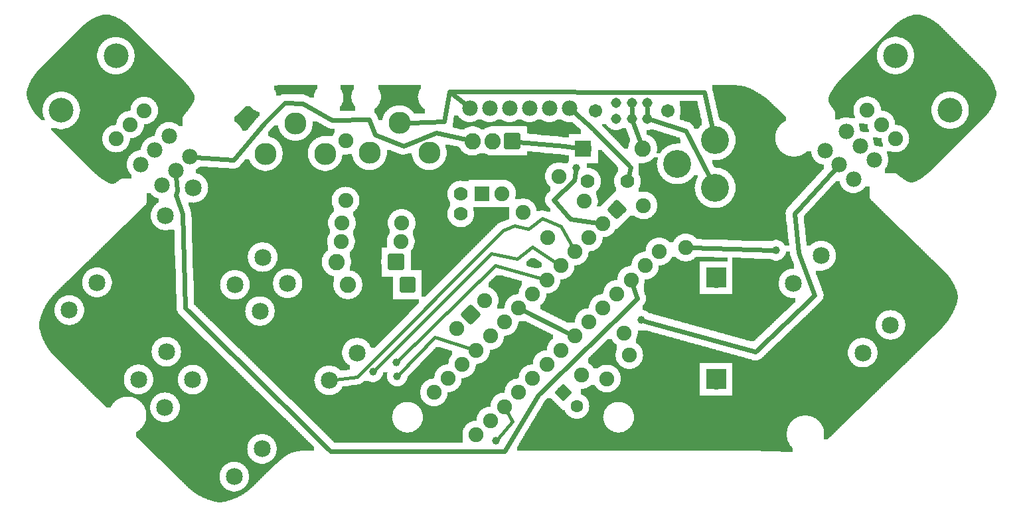
<source format=gtl>
G04 MADE WITH FRITZING*
G04 WWW.FRITZING.ORG*
G04 DOUBLE SIDED*
G04 HOLES PLATED*
G04 CONTOUR ON CENTER OF CONTOUR VECTOR*
%ASAXBY*%
%FSLAX23Y23*%
%MOIN*%
%OFA0B0*%
%SFA1.0B1.0*%
%ADD10C,0.075000*%
%ADD11C,0.039370*%
%ADD12C,0.074667*%
%ADD13C,0.074695*%
%ADD14C,0.124033*%
%ADD15C,0.062992*%
%ADD16C,0.078000*%
%ADD17C,0.082000*%
%ADD18C,0.070000*%
%ADD19C,0.140000*%
%ADD20C,0.100000*%
%ADD21C,0.051496*%
%ADD22C,0.067244*%
%ADD23C,0.110551*%
%ADD24C,0.085000*%
%ADD25R,0.075000X0.075000*%
%ADD26R,0.082000X0.082000*%
%ADD27C,0.016000*%
%ADD28C,0.024000*%
%ADD29C,0.015748*%
%ADD30C,0.020000*%
%ADD31R,0.001000X0.001000*%
%LNCOPPER1*%
G90*
G70*
G54D10*
X678Y2282D03*
X4502Y2438D03*
X531Y1351D03*
X1411Y1813D03*
X3579Y2083D03*
X3680Y1207D03*
X2472Y1139D03*
X4076Y1534D03*
X2975Y682D03*
X3088Y800D03*
G54D11*
X1919Y764D03*
X1800Y716D03*
X1922Y695D03*
X2419Y369D03*
G54D12*
X4282Y2029D03*
X4353Y1958D03*
G54D13*
X4424Y1888D03*
G54D14*
X4425Y2305D03*
X4699Y2030D03*
G54D12*
X511Y1887D03*
X581Y1958D03*
G54D13*
X652Y2028D03*
G54D14*
X235Y2029D03*
X510Y2304D03*
G54D11*
X3148Y976D03*
X3824Y1326D03*
G54D15*
X2754Y613D03*
X2824Y543D03*
G54D10*
X3060Y912D03*
X2848Y700D03*
G54D11*
X2822Y1739D03*
G54D16*
X636Y1758D03*
X706Y1829D03*
X777Y1899D03*
X740Y1655D03*
X811Y1726D03*
X881Y1797D03*
X4213Y1685D03*
X4142Y1756D03*
X4071Y1826D03*
X4318Y1781D03*
X4247Y1852D03*
X4177Y1923D03*
G54D10*
X2361Y1075D03*
X2291Y1004D03*
X2220Y933D03*
G54D17*
X2500Y1875D03*
X2400Y1875D03*
X2300Y1875D03*
G54D10*
X2349Y1612D03*
X2449Y1612D03*
G54D18*
X2242Y1509D03*
X2242Y1609D03*
G54D19*
X3519Y1640D03*
X3519Y1880D03*
X3329Y1760D03*
G54D20*
X3524Y678D03*
X3524Y1188D03*
X3524Y678D03*
X3524Y1188D03*
X3524Y678D03*
X3524Y1188D03*
G54D21*
X3021Y2067D03*
X3021Y1988D03*
X3100Y2067D03*
X3100Y1988D03*
X3179Y2067D03*
X3179Y1988D03*
G54D22*
X3281Y2027D03*
X2919Y2027D03*
G54D21*
X3021Y2067D03*
X3021Y1988D03*
X3100Y2067D03*
X3100Y1988D03*
X3179Y2067D03*
X3179Y1988D03*
G54D22*
X3281Y2027D03*
X2919Y2027D03*
G54D17*
X2857Y1838D03*
X3155Y1838D03*
G54D10*
X1663Y1576D03*
X1663Y1876D03*
G54D23*
X1933Y1967D03*
X2083Y1816D03*
X1783Y1816D03*
X1411Y1963D03*
X1561Y1812D03*
X1260Y1812D03*
G54D24*
X415Y1165D03*
X276Y1026D03*
X624Y678D03*
X763Y817D03*
X415Y1165D03*
X276Y1026D03*
X624Y678D03*
X763Y817D03*
X895Y677D03*
X756Y537D03*
X1104Y189D03*
X1243Y329D03*
X895Y677D03*
X756Y537D03*
X1104Y189D03*
X1243Y329D03*
G54D17*
X1915Y1268D03*
X1617Y1268D03*
X1973Y1154D03*
X1675Y1154D03*
G54D10*
X1645Y1464D03*
X1945Y1464D03*
X1640Y1371D03*
X1940Y1371D03*
G54D24*
X899Y1640D03*
X759Y1501D03*
X1107Y1153D03*
X1247Y1292D03*
X899Y1640D03*
X759Y1501D03*
X1107Y1153D03*
X1247Y1292D03*
X4260Y812D03*
X4399Y951D03*
X4051Y1299D03*
X3912Y1160D03*
X4260Y812D03*
X4399Y951D03*
X4051Y1299D03*
X3912Y1160D03*
X1372Y1160D03*
X1233Y1021D03*
X1581Y673D03*
X1720Y812D03*
X1372Y1160D03*
X1233Y1021D03*
X1581Y673D03*
X1720Y812D03*
G54D10*
X2860Y1573D03*
X2679Y1392D03*
X2735Y1698D03*
X2554Y1517D03*
X3159Y1552D03*
X3371Y1340D03*
G54D18*
X2878Y1673D03*
X3078Y1673D03*
G54D10*
X3026Y1532D03*
X3238Y1320D03*
X2955Y1461D03*
X3168Y1249D03*
X2885Y1391D03*
X3097Y1178D03*
X2814Y1320D03*
X3026Y1108D03*
X2743Y1249D03*
X2955Y1037D03*
X2673Y1178D03*
X2885Y966D03*
X2602Y1108D03*
X2814Y896D03*
X2531Y1037D03*
X2743Y825D03*
X2460Y966D03*
X2673Y754D03*
X2390Y896D03*
X2602Y683D03*
X2319Y825D03*
X2531Y613D03*
X2248Y754D03*
X2460Y542D03*
X2178Y683D03*
X2390Y471D03*
X2107Y613D03*
X2319Y401D03*
G54D16*
X2787Y2041D03*
X2687Y2041D03*
X2587Y2041D03*
X2487Y2041D03*
X2387Y2041D03*
X2287Y2041D03*
G54D25*
X2349Y1612D03*
G54D26*
X2856Y1838D03*
G54D27*
X2453Y1428D02*
X1722Y692D01*
D02*
X2581Y1434D02*
X2511Y1450D01*
D02*
X2511Y1450D02*
X2453Y1428D01*
D02*
X2744Y1448D02*
X2650Y1487D01*
D02*
X1722Y692D02*
X1610Y677D01*
D02*
X2650Y1487D02*
X2581Y1434D01*
D02*
X2803Y1340D02*
X2744Y1448D01*
D02*
X2414Y1250D02*
X1929Y774D01*
D02*
X2650Y1185D02*
X2414Y1250D01*
G54D28*
D02*
X911Y1794D02*
X1100Y1780D01*
D02*
X1447Y2064D02*
X1594Y1981D01*
D02*
X2117Y1917D02*
X2269Y1883D01*
D02*
X1953Y1850D02*
X2117Y1917D01*
D02*
X1811Y1906D02*
X1953Y1850D01*
D02*
X1781Y1984D02*
X1811Y1906D01*
D02*
X1594Y1981D02*
X1781Y1984D01*
D02*
X1358Y2067D02*
X1447Y2064D01*
D02*
X1256Y1965D02*
X1358Y2067D01*
D02*
X1100Y1780D02*
X1256Y1965D01*
G54D27*
D02*
X2500Y467D02*
X2427Y379D01*
D02*
X2471Y522D02*
X2500Y467D01*
D02*
X2111Y889D02*
X1932Y705D01*
D02*
X2297Y832D02*
X2111Y889D01*
G54D28*
D02*
X811Y1603D02*
X844Y1509D01*
D02*
X844Y1509D02*
X859Y1036D01*
D02*
X2788Y908D02*
X2557Y1024D01*
D02*
X3128Y1084D02*
X3106Y1151D01*
D02*
X2631Y600D02*
X3128Y1084D01*
D02*
X2461Y317D02*
X2631Y600D01*
D02*
X1589Y317D02*
X2461Y317D01*
D02*
X817Y1628D02*
X811Y1603D01*
D02*
X812Y1696D02*
X817Y1628D01*
D02*
X859Y1036D02*
X1589Y317D01*
D02*
X4019Y1100D02*
X3939Y1314D01*
D02*
X3939Y1314D02*
X3917Y1512D01*
D02*
X3917Y1512D02*
X4122Y1733D01*
D02*
X3722Y817D02*
X4019Y1100D01*
D02*
X3166Y971D02*
X3722Y817D01*
D02*
X2792Y1484D02*
X2708Y1581D01*
D02*
X2811Y1678D02*
X2819Y1721D01*
D02*
X2708Y1581D02*
X2811Y1678D01*
D02*
X2927Y1465D02*
X2792Y1484D01*
D02*
X3400Y1339D02*
X3805Y1327D01*
D02*
X2906Y1937D02*
X2810Y2021D01*
D02*
X3093Y1743D02*
X2906Y1937D01*
D02*
X3084Y1699D02*
X3093Y1743D01*
D02*
X2183Y2123D02*
X2263Y2060D01*
G54D27*
D02*
X2396Y1310D02*
X1810Y726D01*
D02*
X2526Y1284D02*
X2396Y1310D01*
D02*
X2600Y1343D02*
X2526Y1284D01*
D02*
X2724Y1262D02*
X2600Y1343D01*
G54D28*
D02*
X3370Y1928D02*
X3204Y1980D01*
D02*
X3481Y1714D02*
X3370Y1928D01*
D02*
X3491Y1694D02*
X3481Y1714D01*
D02*
X3179Y2015D02*
X3179Y2040D01*
D02*
X3100Y2015D02*
X3100Y2040D01*
D02*
X3144Y1868D02*
X3109Y1963D01*
D02*
X3463Y2121D02*
X3505Y1939D01*
D02*
X2761Y1850D02*
X2532Y1872D01*
D02*
X2825Y1842D02*
X2761Y1850D01*
D02*
X2183Y2123D02*
X3463Y2121D01*
D02*
X2159Y1973D02*
X2183Y2123D01*
D02*
X1990Y1968D02*
X2159Y1973D01*
G36*
X1322Y2157D02*
X1322Y2155D01*
X1304Y2155D01*
X1304Y2135D01*
X1306Y2135D01*
X1306Y2131D01*
X1308Y2131D01*
X1308Y2129D01*
X1310Y2129D01*
X1310Y2125D01*
X1312Y2125D01*
X1312Y2119D01*
X1314Y2119D01*
X1314Y2113D01*
X1316Y2113D01*
X1316Y2111D01*
X1406Y2111D01*
X1406Y2109D01*
X1454Y2109D01*
X1454Y2107D01*
X1462Y2107D01*
X1462Y2105D01*
X1466Y2105D01*
X1466Y2103D01*
X1470Y2103D01*
X1470Y2101D01*
X1474Y2101D01*
X1474Y2099D01*
X1478Y2099D01*
X1478Y2097D01*
X1482Y2097D01*
X1482Y2095D01*
X1484Y2095D01*
X1484Y2093D01*
X1504Y2093D01*
X1504Y2103D01*
X1506Y2103D01*
X1506Y2113D01*
X1508Y2113D01*
X1508Y2119D01*
X1510Y2119D01*
X1510Y2125D01*
X1512Y2125D01*
X1512Y2129D01*
X1514Y2129D01*
X1514Y2131D01*
X1516Y2131D01*
X1516Y2135D01*
X1518Y2135D01*
X1518Y2137D01*
X1520Y2137D01*
X1520Y2157D01*
X1322Y2157D01*
G37*
D02*
G36*
X1316Y2111D02*
X1316Y2105D01*
X1338Y2105D01*
X1338Y2107D01*
X1342Y2107D01*
X1342Y2109D01*
X1348Y2109D01*
X1348Y2111D01*
X1316Y2111D01*
G37*
D02*
G36*
X1638Y2157D02*
X1638Y2135D01*
X1640Y2135D01*
X1640Y2133D01*
X1642Y2133D01*
X1642Y2129D01*
X1644Y2129D01*
X1644Y2125D01*
X1646Y2125D01*
X1646Y2121D01*
X1648Y2121D01*
X1648Y2115D01*
X1650Y2115D01*
X1650Y2107D01*
X1652Y2107D01*
X1652Y2079D01*
X1650Y2079D01*
X1650Y2071D01*
X1648Y2071D01*
X1648Y2067D01*
X1646Y2067D01*
X1646Y2061D01*
X1644Y2061D01*
X1644Y2057D01*
X1642Y2057D01*
X1642Y2055D01*
X1640Y2055D01*
X1640Y2051D01*
X1638Y2051D01*
X1638Y2049D01*
X1636Y2049D01*
X1636Y2047D01*
X1634Y2047D01*
X1634Y2027D01*
X1712Y2027D01*
X1712Y2049D01*
X1710Y2049D01*
X1710Y2051D01*
X1708Y2051D01*
X1708Y2053D01*
X1706Y2053D01*
X1706Y2055D01*
X1704Y2055D01*
X1704Y2059D01*
X1702Y2059D01*
X1702Y2063D01*
X1700Y2063D01*
X1700Y2067D01*
X1698Y2067D01*
X1698Y2071D01*
X1696Y2071D01*
X1696Y2077D01*
X1694Y2077D01*
X1694Y2087D01*
X1692Y2087D01*
X1692Y2107D01*
X1694Y2107D01*
X1694Y2117D01*
X1696Y2117D01*
X1696Y2123D01*
X1698Y2123D01*
X1698Y2129D01*
X1700Y2129D01*
X1700Y2133D01*
X1702Y2133D01*
X1702Y2135D01*
X1704Y2135D01*
X1704Y2157D01*
X1638Y2157D01*
G37*
D02*
G36*
X1828Y2157D02*
X1828Y2135D01*
X1830Y2135D01*
X1830Y2133D01*
X1832Y2133D01*
X1832Y2129D01*
X1834Y2129D01*
X1834Y2125D01*
X1836Y2125D01*
X1836Y2119D01*
X1838Y2119D01*
X1838Y2109D01*
X1840Y2109D01*
X1840Y2085D01*
X1838Y2085D01*
X1838Y2077D01*
X1836Y2077D01*
X1836Y2071D01*
X1834Y2071D01*
X1834Y2065D01*
X1832Y2065D01*
X1832Y2061D01*
X1830Y2061D01*
X1830Y2059D01*
X1828Y2059D01*
X1828Y2055D01*
X1942Y2055D01*
X1942Y2053D01*
X1954Y2053D01*
X1954Y2051D01*
X1960Y2051D01*
X1960Y2049D01*
X1966Y2049D01*
X1966Y2047D01*
X1970Y2047D01*
X1970Y2045D01*
X1974Y2045D01*
X1974Y2043D01*
X1978Y2043D01*
X1978Y2041D01*
X1982Y2041D01*
X1982Y2039D01*
X1984Y2039D01*
X1984Y2037D01*
X1986Y2037D01*
X1986Y2035D01*
X1990Y2035D01*
X1990Y2033D01*
X1992Y2033D01*
X1992Y2031D01*
X1994Y2031D01*
X1994Y2029D01*
X1996Y2029D01*
X1996Y2027D01*
X1998Y2027D01*
X1998Y2025D01*
X2000Y2025D01*
X2000Y2023D01*
X2002Y2023D01*
X2002Y2019D01*
X2004Y2019D01*
X2004Y2017D01*
X2006Y2017D01*
X2006Y2013D01*
X2042Y2013D01*
X2042Y2015D01*
X2062Y2015D01*
X2062Y2035D01*
X2060Y2035D01*
X2060Y2037D01*
X2056Y2037D01*
X2056Y2039D01*
X2054Y2039D01*
X2054Y2041D01*
X2052Y2041D01*
X2052Y2043D01*
X2050Y2043D01*
X2050Y2045D01*
X2048Y2045D01*
X2048Y2047D01*
X2046Y2047D01*
X2046Y2049D01*
X2044Y2049D01*
X2044Y2051D01*
X2042Y2051D01*
X2042Y2053D01*
X2040Y2053D01*
X2040Y2057D01*
X2038Y2057D01*
X2038Y2061D01*
X2036Y2061D01*
X2036Y2063D01*
X2034Y2063D01*
X2034Y2067D01*
X2032Y2067D01*
X2032Y2073D01*
X2030Y2073D01*
X2030Y2079D01*
X2028Y2079D01*
X2028Y2093D01*
X2026Y2093D01*
X2026Y2101D01*
X2028Y2101D01*
X2028Y2115D01*
X2030Y2115D01*
X2030Y2121D01*
X2032Y2121D01*
X2032Y2127D01*
X2034Y2127D01*
X2034Y2131D01*
X2036Y2131D01*
X2036Y2135D01*
X2038Y2135D01*
X2038Y2137D01*
X2040Y2137D01*
X2040Y2157D01*
X1828Y2157D01*
G37*
D02*
G36*
X1826Y2055D02*
X1826Y2053D01*
X1824Y2053D01*
X1824Y2051D01*
X1822Y2051D01*
X1822Y2047D01*
X1820Y2047D01*
X1820Y2045D01*
X1818Y2045D01*
X1818Y2043D01*
X1816Y2043D01*
X1816Y2041D01*
X1812Y2041D01*
X1812Y2039D01*
X1810Y2039D01*
X1810Y2037D01*
X1808Y2037D01*
X1808Y2017D01*
X1810Y2017D01*
X1810Y2015D01*
X1812Y2015D01*
X1812Y2013D01*
X1814Y2013D01*
X1814Y2011D01*
X1816Y2011D01*
X1816Y2009D01*
X1818Y2009D01*
X1818Y2005D01*
X1820Y2005D01*
X1820Y2001D01*
X1822Y2001D01*
X1822Y1997D01*
X1824Y1997D01*
X1824Y1991D01*
X1826Y1991D01*
X1826Y1987D01*
X1828Y1987D01*
X1828Y1981D01*
X1848Y1981D01*
X1848Y1989D01*
X1850Y1989D01*
X1850Y1995D01*
X1852Y1995D01*
X1852Y2001D01*
X1854Y2001D01*
X1854Y2005D01*
X1856Y2005D01*
X1856Y2009D01*
X1858Y2009D01*
X1858Y2013D01*
X1860Y2013D01*
X1860Y2015D01*
X1862Y2015D01*
X1862Y2019D01*
X1864Y2019D01*
X1864Y2021D01*
X1866Y2021D01*
X1866Y2023D01*
X1868Y2023D01*
X1868Y2025D01*
X1870Y2025D01*
X1870Y2029D01*
X1872Y2029D01*
X1872Y2031D01*
X1876Y2031D01*
X1876Y2033D01*
X1878Y2033D01*
X1878Y2035D01*
X1880Y2035D01*
X1880Y2037D01*
X1882Y2037D01*
X1882Y2039D01*
X1886Y2039D01*
X1886Y2041D01*
X1888Y2041D01*
X1888Y2043D01*
X1892Y2043D01*
X1892Y2045D01*
X1896Y2045D01*
X1896Y2047D01*
X1900Y2047D01*
X1900Y2049D01*
X1906Y2049D01*
X1906Y2051D01*
X1914Y2051D01*
X1914Y2053D01*
X1926Y2053D01*
X1926Y2055D01*
X1826Y2055D01*
G37*
D02*
G36*
X3340Y2077D02*
X3340Y2055D01*
X3342Y2055D01*
X3342Y2049D01*
X3344Y2049D01*
X3344Y2043D01*
X3346Y2043D01*
X3346Y2013D01*
X3344Y2013D01*
X3344Y2007D01*
X3342Y2007D01*
X3342Y1983D01*
X3346Y1983D01*
X3346Y1981D01*
X3354Y1981D01*
X3354Y1979D01*
X3360Y1979D01*
X3360Y1977D01*
X3366Y1977D01*
X3366Y1975D01*
X3372Y1975D01*
X3372Y1973D01*
X3378Y1973D01*
X3378Y1971D01*
X3384Y1971D01*
X3384Y1969D01*
X3390Y1969D01*
X3390Y1967D01*
X3394Y1967D01*
X3394Y1965D01*
X3396Y1965D01*
X3396Y1963D01*
X3398Y1963D01*
X3398Y1961D01*
X3400Y1961D01*
X3400Y1959D01*
X3402Y1959D01*
X3402Y1957D01*
X3404Y1957D01*
X3404Y1955D01*
X3406Y1955D01*
X3406Y1953D01*
X3408Y1953D01*
X3408Y1949D01*
X3410Y1949D01*
X3410Y1945D01*
X3412Y1945D01*
X3412Y1941D01*
X3414Y1941D01*
X3414Y1939D01*
X3416Y1939D01*
X3416Y1937D01*
X3436Y1937D01*
X3436Y1941D01*
X3438Y1941D01*
X3438Y1943D01*
X3440Y1943D01*
X3440Y1945D01*
X3442Y1945D01*
X3442Y1949D01*
X3444Y1949D01*
X3444Y1951D01*
X3446Y1951D01*
X3446Y1953D01*
X3448Y1953D01*
X3448Y1955D01*
X3450Y1955D01*
X3450Y1957D01*
X3452Y1957D01*
X3452Y1979D01*
X3450Y1979D01*
X3450Y1987D01*
X3448Y1987D01*
X3448Y1995D01*
X3446Y1995D01*
X3446Y2003D01*
X3444Y2003D01*
X3444Y2013D01*
X3442Y2013D01*
X3442Y2021D01*
X3440Y2021D01*
X3440Y2029D01*
X3438Y2029D01*
X3438Y2039D01*
X3436Y2039D01*
X3436Y2047D01*
X3434Y2047D01*
X3434Y2055D01*
X3432Y2055D01*
X3432Y2065D01*
X3430Y2065D01*
X3430Y2073D01*
X3428Y2073D01*
X3428Y2077D01*
X3340Y2077D01*
G37*
D02*
G36*
X1162Y2051D02*
X1162Y2049D01*
X1160Y2049D01*
X1160Y2047D01*
X1158Y2047D01*
X1158Y2045D01*
X1156Y2045D01*
X1156Y2043D01*
X1154Y2043D01*
X1154Y2041D01*
X1152Y2041D01*
X1152Y2039D01*
X1150Y2039D01*
X1150Y2037D01*
X1148Y2037D01*
X1148Y2035D01*
X1146Y2035D01*
X1146Y2033D01*
X1144Y2033D01*
X1144Y2031D01*
X1142Y2031D01*
X1142Y2029D01*
X1140Y2029D01*
X1140Y2027D01*
X1138Y2027D01*
X1138Y2025D01*
X1136Y2025D01*
X1136Y2023D01*
X1134Y2023D01*
X1134Y2021D01*
X1132Y2021D01*
X1132Y2019D01*
X1130Y2019D01*
X1130Y2017D01*
X1128Y2017D01*
X1128Y2015D01*
X1126Y2015D01*
X1126Y2013D01*
X1124Y2013D01*
X1124Y2011D01*
X1122Y2011D01*
X1122Y2009D01*
X1120Y2009D01*
X1120Y2007D01*
X1118Y2007D01*
X1118Y2005D01*
X1116Y2005D01*
X1116Y2003D01*
X1112Y2003D01*
X1112Y2001D01*
X1110Y2001D01*
X1110Y1999D01*
X1108Y1999D01*
X1108Y1997D01*
X1106Y1997D01*
X1106Y1995D01*
X1104Y1995D01*
X1104Y1975D01*
X1106Y1975D01*
X1106Y1973D01*
X1108Y1973D01*
X1108Y1971D01*
X1112Y1971D01*
X1112Y1969D01*
X1114Y1969D01*
X1114Y1967D01*
X1118Y1967D01*
X1118Y1965D01*
X1120Y1965D01*
X1120Y1963D01*
X1122Y1963D01*
X1122Y1961D01*
X1124Y1961D01*
X1124Y1959D01*
X1126Y1959D01*
X1126Y1957D01*
X1128Y1957D01*
X1128Y1955D01*
X1130Y1955D01*
X1130Y1953D01*
X1132Y1953D01*
X1132Y1951D01*
X1134Y1951D01*
X1134Y1947D01*
X1136Y1947D01*
X1136Y1945D01*
X1138Y1945D01*
X1138Y1941D01*
X1140Y1941D01*
X1140Y1939D01*
X1142Y1939D01*
X1142Y1935D01*
X1144Y1935D01*
X1144Y1931D01*
X1146Y1931D01*
X1146Y1927D01*
X1166Y1927D01*
X1166Y1929D01*
X1168Y1929D01*
X1168Y1931D01*
X1170Y1931D01*
X1170Y1933D01*
X1172Y1933D01*
X1172Y1935D01*
X1174Y1935D01*
X1174Y1939D01*
X1176Y1939D01*
X1176Y1941D01*
X1178Y1941D01*
X1178Y1943D01*
X1180Y1943D01*
X1180Y1945D01*
X1182Y1945D01*
X1182Y1947D01*
X1184Y1947D01*
X1184Y1951D01*
X1186Y1951D01*
X1186Y1953D01*
X1188Y1953D01*
X1188Y1955D01*
X1190Y1955D01*
X1190Y1957D01*
X1192Y1957D01*
X1192Y1959D01*
X1194Y1959D01*
X1194Y1961D01*
X1196Y1961D01*
X1196Y1965D01*
X1198Y1965D01*
X1198Y1967D01*
X1200Y1967D01*
X1200Y1969D01*
X1202Y1969D01*
X1202Y1971D01*
X1204Y1971D01*
X1204Y1973D01*
X1206Y1973D01*
X1206Y1977D01*
X1208Y1977D01*
X1208Y1979D01*
X1210Y1979D01*
X1210Y1981D01*
X1212Y1981D01*
X1212Y1983D01*
X1214Y1983D01*
X1214Y1985D01*
X1216Y1985D01*
X1216Y1989D01*
X1218Y1989D01*
X1218Y1991D01*
X1220Y1991D01*
X1220Y1993D01*
X1222Y1993D01*
X1222Y1995D01*
X1224Y1995D01*
X1224Y1997D01*
X1226Y1997D01*
X1226Y1999D01*
X1228Y1999D01*
X1228Y2001D01*
X1230Y2001D01*
X1230Y2021D01*
X1226Y2021D01*
X1226Y2023D01*
X1218Y2023D01*
X1218Y2025D01*
X1214Y2025D01*
X1214Y2027D01*
X1210Y2027D01*
X1210Y2029D01*
X1206Y2029D01*
X1206Y2031D01*
X1202Y2031D01*
X1202Y2033D01*
X1200Y2033D01*
X1200Y2035D01*
X1198Y2035D01*
X1198Y2037D01*
X1194Y2037D01*
X1194Y2039D01*
X1192Y2039D01*
X1192Y2041D01*
X1190Y2041D01*
X1190Y2043D01*
X1188Y2043D01*
X1188Y2047D01*
X1186Y2047D01*
X1186Y2049D01*
X1184Y2049D01*
X1184Y2051D01*
X1162Y2051D01*
G37*
D02*
G36*
X2208Y2005D02*
X2208Y1993D01*
X2206Y1993D01*
X2206Y1981D01*
X2204Y1981D01*
X2204Y1971D01*
X2272Y1971D01*
X2272Y1973D01*
X2266Y1973D01*
X2266Y1975D01*
X2260Y1975D01*
X2260Y1977D01*
X2256Y1977D01*
X2256Y1979D01*
X2252Y1979D01*
X2252Y1981D01*
X2248Y1981D01*
X2248Y1983D01*
X2246Y1983D01*
X2246Y1985D01*
X2244Y1985D01*
X2244Y1987D01*
X2240Y1987D01*
X2240Y1989D01*
X2238Y1989D01*
X2238Y1991D01*
X2236Y1991D01*
X2236Y1993D01*
X2234Y1993D01*
X2234Y1995D01*
X2232Y1995D01*
X2232Y1999D01*
X2230Y1999D01*
X2230Y2001D01*
X2228Y2001D01*
X2228Y2005D01*
X2208Y2005D01*
G37*
D02*
G36*
X2326Y1983D02*
X2326Y1981D01*
X2322Y1981D01*
X2322Y1979D01*
X2318Y1979D01*
X2318Y1977D01*
X2314Y1977D01*
X2314Y1975D01*
X2308Y1975D01*
X2308Y1973D01*
X2302Y1973D01*
X2302Y1971D01*
X2372Y1971D01*
X2372Y1973D01*
X2366Y1973D01*
X2366Y1975D01*
X2360Y1975D01*
X2360Y1977D01*
X2356Y1977D01*
X2356Y1979D01*
X2352Y1979D01*
X2352Y1981D01*
X2348Y1981D01*
X2348Y1983D01*
X2326Y1983D01*
G37*
D02*
G36*
X2426Y1983D02*
X2426Y1981D01*
X2422Y1981D01*
X2422Y1979D01*
X2418Y1979D01*
X2418Y1977D01*
X2414Y1977D01*
X2414Y1975D01*
X2408Y1975D01*
X2408Y1973D01*
X2402Y1973D01*
X2402Y1971D01*
X2472Y1971D01*
X2472Y1973D01*
X2466Y1973D01*
X2466Y1975D01*
X2460Y1975D01*
X2460Y1977D01*
X2456Y1977D01*
X2456Y1979D01*
X2452Y1979D01*
X2452Y1981D01*
X2448Y1981D01*
X2448Y1983D01*
X2426Y1983D01*
G37*
D02*
G36*
X2526Y1983D02*
X2526Y1981D01*
X2522Y1981D01*
X2522Y1979D01*
X2518Y1979D01*
X2518Y1977D01*
X2514Y1977D01*
X2514Y1975D01*
X2508Y1975D01*
X2508Y1973D01*
X2502Y1973D01*
X2502Y1971D01*
X2572Y1971D01*
X2572Y1973D01*
X2566Y1973D01*
X2566Y1975D01*
X2560Y1975D01*
X2560Y1977D01*
X2556Y1977D01*
X2556Y1979D01*
X2552Y1979D01*
X2552Y1981D01*
X2548Y1981D01*
X2548Y1983D01*
X2526Y1983D01*
G37*
D02*
G36*
X2626Y1983D02*
X2626Y1981D01*
X2622Y1981D01*
X2622Y1979D01*
X2618Y1979D01*
X2618Y1977D01*
X2614Y1977D01*
X2614Y1975D01*
X2608Y1975D01*
X2608Y1973D01*
X2602Y1973D01*
X2602Y1971D01*
X2672Y1971D01*
X2672Y1973D01*
X2666Y1973D01*
X2666Y1975D01*
X2660Y1975D01*
X2660Y1977D01*
X2656Y1977D01*
X2656Y1979D01*
X2652Y1979D01*
X2652Y1981D01*
X2648Y1981D01*
X2648Y1983D01*
X2626Y1983D01*
G37*
D02*
G36*
X2726Y1983D02*
X2726Y1981D01*
X2722Y1981D01*
X2722Y1979D01*
X2718Y1979D01*
X2718Y1977D01*
X2714Y1977D01*
X2714Y1975D01*
X2708Y1975D01*
X2708Y1973D01*
X2702Y1973D01*
X2702Y1971D01*
X2772Y1971D01*
X2772Y1973D01*
X2766Y1973D01*
X2766Y1975D01*
X2760Y1975D01*
X2760Y1977D01*
X2756Y1977D01*
X2756Y1979D01*
X2752Y1979D01*
X2752Y1981D01*
X2748Y1981D01*
X2748Y1983D01*
X2726Y1983D01*
G37*
D02*
G36*
X2204Y1971D02*
X2204Y1969D01*
X2802Y1969D01*
X2802Y1971D01*
X2204Y1971D01*
G37*
D02*
G36*
X2204Y1971D02*
X2204Y1969D01*
X2802Y1969D01*
X2802Y1971D01*
X2204Y1971D01*
G37*
D02*
G36*
X2204Y1971D02*
X2204Y1969D01*
X2802Y1969D01*
X2802Y1971D01*
X2204Y1971D01*
G37*
D02*
G36*
X2204Y1971D02*
X2204Y1969D01*
X2802Y1969D01*
X2802Y1971D01*
X2204Y1971D01*
G37*
D02*
G36*
X2204Y1971D02*
X2204Y1969D01*
X2802Y1969D01*
X2802Y1971D01*
X2204Y1971D01*
G37*
D02*
G36*
X2204Y1971D02*
X2204Y1969D01*
X2802Y1969D01*
X2802Y1971D01*
X2204Y1971D01*
G37*
D02*
G36*
X2204Y1969D02*
X2204Y1967D01*
X2202Y1967D01*
X2202Y1949D01*
X2572Y1949D01*
X2572Y1947D01*
X2574Y1947D01*
X2574Y1913D01*
X2584Y1913D01*
X2584Y1911D01*
X2604Y1911D01*
X2604Y1909D01*
X2626Y1909D01*
X2626Y1907D01*
X2646Y1907D01*
X2646Y1905D01*
X2666Y1905D01*
X2666Y1903D01*
X2688Y1903D01*
X2688Y1901D01*
X2708Y1901D01*
X2708Y1899D01*
X2730Y1899D01*
X2730Y1897D01*
X2750Y1897D01*
X2750Y1895D01*
X2784Y1895D01*
X2784Y1911D01*
X2846Y1911D01*
X2846Y1931D01*
X2844Y1931D01*
X2844Y1933D01*
X2842Y1933D01*
X2842Y1935D01*
X2840Y1935D01*
X2840Y1937D01*
X2838Y1937D01*
X2838Y1939D01*
X2836Y1939D01*
X2836Y1941D01*
X2834Y1941D01*
X2834Y1943D01*
X2832Y1943D01*
X2832Y1945D01*
X2828Y1945D01*
X2828Y1947D01*
X2826Y1947D01*
X2826Y1949D01*
X2824Y1949D01*
X2824Y1951D01*
X2822Y1951D01*
X2822Y1953D01*
X2820Y1953D01*
X2820Y1955D01*
X2818Y1955D01*
X2818Y1957D01*
X2816Y1957D01*
X2816Y1959D01*
X2812Y1959D01*
X2812Y1961D01*
X2810Y1961D01*
X2810Y1963D01*
X2808Y1963D01*
X2808Y1965D01*
X2806Y1965D01*
X2806Y1967D01*
X2804Y1967D01*
X2804Y1969D01*
X2204Y1969D01*
G37*
D02*
G36*
X2202Y1949D02*
X2202Y1943D01*
X2208Y1943D01*
X2208Y1941D01*
X2216Y1941D01*
X2216Y1939D01*
X2224Y1939D01*
X2224Y1937D01*
X2234Y1937D01*
X2234Y1935D01*
X2260Y1935D01*
X2260Y1937D01*
X2262Y1937D01*
X2262Y1939D01*
X2266Y1939D01*
X2266Y1941D01*
X2270Y1941D01*
X2270Y1943D01*
X2274Y1943D01*
X2274Y1945D01*
X2280Y1945D01*
X2280Y1947D01*
X2290Y1947D01*
X2290Y1949D01*
X2202Y1949D01*
G37*
D02*
G36*
X2310Y1949D02*
X2310Y1947D01*
X2320Y1947D01*
X2320Y1945D01*
X2326Y1945D01*
X2326Y1943D01*
X2330Y1943D01*
X2330Y1941D01*
X2334Y1941D01*
X2334Y1939D01*
X2338Y1939D01*
X2338Y1937D01*
X2340Y1937D01*
X2340Y1935D01*
X2360Y1935D01*
X2360Y1937D01*
X2362Y1937D01*
X2362Y1939D01*
X2366Y1939D01*
X2366Y1941D01*
X2370Y1941D01*
X2370Y1943D01*
X2374Y1943D01*
X2374Y1945D01*
X2380Y1945D01*
X2380Y1947D01*
X2390Y1947D01*
X2390Y1949D01*
X2310Y1949D01*
G37*
D02*
G36*
X4240Y1965D02*
X4240Y1953D01*
X4242Y1953D01*
X4242Y1947D01*
X4244Y1947D01*
X4244Y1941D01*
X4246Y1941D01*
X4246Y1931D01*
X4248Y1931D01*
X4248Y1923D01*
X4258Y1923D01*
X4258Y1921D01*
X4268Y1921D01*
X4268Y1919D01*
X4292Y1919D01*
X4292Y1927D01*
X4290Y1927D01*
X4290Y1933D01*
X4288Y1933D01*
X4288Y1937D01*
X4286Y1937D01*
X4286Y1947D01*
X4284Y1947D01*
X4284Y1961D01*
X4268Y1961D01*
X4268Y1963D01*
X4260Y1963D01*
X4260Y1965D01*
X4240Y1965D01*
G37*
D02*
G36*
X2952Y1961D02*
X2952Y1951D01*
X2954Y1951D01*
X2954Y1949D01*
X2956Y1949D01*
X2956Y1947D01*
X2958Y1947D01*
X2958Y1945D01*
X2960Y1945D01*
X2960Y1943D01*
X2962Y1943D01*
X2962Y1941D01*
X2964Y1941D01*
X2964Y1939D01*
X2966Y1939D01*
X2966Y1937D01*
X2968Y1937D01*
X2968Y1935D01*
X2970Y1935D01*
X2970Y1933D01*
X2972Y1933D01*
X2972Y1931D01*
X3008Y1931D01*
X3008Y1933D01*
X3002Y1933D01*
X3002Y1935D01*
X2996Y1935D01*
X2996Y1937D01*
X2994Y1937D01*
X2994Y1939D01*
X2990Y1939D01*
X2990Y1941D01*
X2988Y1941D01*
X2988Y1943D01*
X2984Y1943D01*
X2984Y1945D01*
X2982Y1945D01*
X2982Y1947D01*
X2980Y1947D01*
X2980Y1949D01*
X2978Y1949D01*
X2978Y1951D01*
X2976Y1951D01*
X2976Y1955D01*
X2974Y1955D01*
X2974Y1957D01*
X2972Y1957D01*
X2972Y1961D01*
X2952Y1961D01*
G37*
D02*
G36*
X3050Y1939D02*
X3050Y1937D01*
X3046Y1937D01*
X3046Y1935D01*
X3040Y1935D01*
X3040Y1933D01*
X3034Y1933D01*
X3034Y1931D01*
X3074Y1931D01*
X3074Y1935D01*
X3072Y1935D01*
X3072Y1939D01*
X3050Y1939D01*
G37*
D02*
G36*
X2974Y1931D02*
X2974Y1929D01*
X3074Y1929D01*
X3074Y1931D01*
X2974Y1931D01*
G37*
D02*
G36*
X2974Y1931D02*
X2974Y1929D01*
X3074Y1929D01*
X3074Y1931D01*
X2974Y1931D01*
G37*
D02*
G36*
X2976Y1929D02*
X2976Y1927D01*
X2978Y1927D01*
X2978Y1925D01*
X2980Y1925D01*
X2980Y1923D01*
X2982Y1923D01*
X2982Y1921D01*
X2984Y1921D01*
X2984Y1917D01*
X2986Y1917D01*
X2986Y1915D01*
X2988Y1915D01*
X2988Y1913D01*
X2990Y1913D01*
X2990Y1911D01*
X2992Y1911D01*
X2992Y1909D01*
X2994Y1909D01*
X2994Y1907D01*
X2996Y1907D01*
X2996Y1905D01*
X2998Y1905D01*
X2998Y1903D01*
X3000Y1903D01*
X3000Y1901D01*
X3002Y1901D01*
X3002Y1899D01*
X3004Y1899D01*
X3004Y1897D01*
X3006Y1897D01*
X3006Y1895D01*
X3008Y1895D01*
X3008Y1893D01*
X3010Y1893D01*
X3010Y1891D01*
X3012Y1891D01*
X3012Y1889D01*
X3014Y1889D01*
X3014Y1887D01*
X3016Y1887D01*
X3016Y1885D01*
X3018Y1885D01*
X3018Y1883D01*
X3020Y1883D01*
X3020Y1881D01*
X3022Y1881D01*
X3022Y1879D01*
X3024Y1879D01*
X3024Y1877D01*
X3026Y1877D01*
X3026Y1875D01*
X3028Y1875D01*
X3028Y1873D01*
X3030Y1873D01*
X3030Y1871D01*
X3032Y1871D01*
X3032Y1869D01*
X3034Y1869D01*
X3034Y1867D01*
X3036Y1867D01*
X3036Y1865D01*
X3038Y1865D01*
X3038Y1863D01*
X3040Y1863D01*
X3040Y1861D01*
X3042Y1861D01*
X3042Y1857D01*
X3044Y1857D01*
X3044Y1855D01*
X3046Y1855D01*
X3046Y1853D01*
X3048Y1853D01*
X3048Y1851D01*
X3050Y1851D01*
X3050Y1849D01*
X3052Y1849D01*
X3052Y1847D01*
X3054Y1847D01*
X3054Y1845D01*
X3056Y1845D01*
X3056Y1843D01*
X3058Y1843D01*
X3058Y1841D01*
X3060Y1841D01*
X3060Y1839D01*
X3062Y1839D01*
X3062Y1837D01*
X3082Y1837D01*
X3082Y1847D01*
X3084Y1847D01*
X3084Y1857D01*
X3086Y1857D01*
X3086Y1863D01*
X3088Y1863D01*
X3088Y1869D01*
X3090Y1869D01*
X3090Y1891D01*
X3088Y1891D01*
X3088Y1897D01*
X3086Y1897D01*
X3086Y1901D01*
X3084Y1901D01*
X3084Y1907D01*
X3082Y1907D01*
X3082Y1913D01*
X3080Y1913D01*
X3080Y1917D01*
X3078Y1917D01*
X3078Y1923D01*
X3076Y1923D01*
X3076Y1929D01*
X2976Y1929D01*
G37*
D02*
G36*
X446Y2511D02*
X446Y2509D01*
X440Y2509D01*
X440Y2507D01*
X432Y2507D01*
X432Y2505D01*
X426Y2505D01*
X426Y2503D01*
X420Y2503D01*
X420Y2501D01*
X416Y2501D01*
X416Y2499D01*
X410Y2499D01*
X410Y2497D01*
X406Y2497D01*
X406Y2495D01*
X402Y2495D01*
X402Y2493D01*
X398Y2493D01*
X398Y2491D01*
X394Y2491D01*
X394Y2489D01*
X390Y2489D01*
X390Y2487D01*
X386Y2487D01*
X386Y2485D01*
X384Y2485D01*
X384Y2483D01*
X380Y2483D01*
X380Y2481D01*
X378Y2481D01*
X378Y2479D01*
X374Y2479D01*
X374Y2477D01*
X372Y2477D01*
X372Y2475D01*
X368Y2475D01*
X368Y2473D01*
X366Y2473D01*
X366Y2471D01*
X362Y2471D01*
X362Y2469D01*
X360Y2469D01*
X360Y2467D01*
X358Y2467D01*
X358Y2465D01*
X356Y2465D01*
X356Y2463D01*
X354Y2463D01*
X354Y2461D01*
X350Y2461D01*
X350Y2459D01*
X348Y2459D01*
X348Y2457D01*
X346Y2457D01*
X346Y2455D01*
X344Y2455D01*
X344Y2453D01*
X342Y2453D01*
X342Y2451D01*
X340Y2451D01*
X340Y2449D01*
X338Y2449D01*
X338Y2447D01*
X336Y2447D01*
X336Y2445D01*
X334Y2445D01*
X334Y2443D01*
X332Y2443D01*
X332Y2441D01*
X330Y2441D01*
X330Y2439D01*
X328Y2439D01*
X328Y2437D01*
X326Y2437D01*
X326Y2435D01*
X324Y2435D01*
X324Y2433D01*
X322Y2433D01*
X322Y2431D01*
X320Y2431D01*
X320Y2429D01*
X318Y2429D01*
X318Y2427D01*
X316Y2427D01*
X316Y2425D01*
X314Y2425D01*
X314Y2423D01*
X312Y2423D01*
X312Y2421D01*
X310Y2421D01*
X310Y2419D01*
X308Y2419D01*
X308Y2417D01*
X306Y2417D01*
X306Y2415D01*
X304Y2415D01*
X304Y2413D01*
X302Y2413D01*
X302Y2411D01*
X300Y2411D01*
X300Y2409D01*
X298Y2409D01*
X298Y2407D01*
X296Y2407D01*
X296Y2405D01*
X294Y2405D01*
X294Y2403D01*
X292Y2403D01*
X292Y2401D01*
X290Y2401D01*
X290Y2399D01*
X288Y2399D01*
X288Y2397D01*
X528Y2397D01*
X528Y2395D01*
X536Y2395D01*
X536Y2393D01*
X542Y2393D01*
X542Y2391D01*
X548Y2391D01*
X548Y2389D01*
X552Y2389D01*
X552Y2387D01*
X556Y2387D01*
X556Y2385D01*
X560Y2385D01*
X560Y2383D01*
X562Y2383D01*
X562Y2381D01*
X566Y2381D01*
X566Y2379D01*
X568Y2379D01*
X568Y2377D01*
X570Y2377D01*
X570Y2375D01*
X572Y2375D01*
X572Y2373D01*
X574Y2373D01*
X574Y2371D01*
X576Y2371D01*
X576Y2369D01*
X578Y2369D01*
X578Y2367D01*
X580Y2367D01*
X580Y2365D01*
X582Y2365D01*
X582Y2363D01*
X584Y2363D01*
X584Y2361D01*
X586Y2361D01*
X586Y2357D01*
X588Y2357D01*
X588Y2355D01*
X590Y2355D01*
X590Y2351D01*
X592Y2351D01*
X592Y2347D01*
X594Y2347D01*
X594Y2343D01*
X596Y2343D01*
X596Y2339D01*
X598Y2339D01*
X598Y2333D01*
X600Y2333D01*
X600Y2327D01*
X602Y2327D01*
X602Y2315D01*
X604Y2315D01*
X604Y2293D01*
X602Y2293D01*
X602Y2281D01*
X600Y2281D01*
X600Y2275D01*
X598Y2275D01*
X598Y2269D01*
X596Y2269D01*
X596Y2265D01*
X594Y2265D01*
X594Y2261D01*
X592Y2261D01*
X592Y2257D01*
X590Y2257D01*
X590Y2253D01*
X588Y2253D01*
X588Y2251D01*
X586Y2251D01*
X586Y2247D01*
X584Y2247D01*
X584Y2245D01*
X582Y2245D01*
X582Y2243D01*
X580Y2243D01*
X580Y2241D01*
X578Y2241D01*
X578Y2239D01*
X576Y2239D01*
X576Y2237D01*
X574Y2237D01*
X574Y2235D01*
X572Y2235D01*
X572Y2233D01*
X570Y2233D01*
X570Y2231D01*
X568Y2231D01*
X568Y2229D01*
X566Y2229D01*
X566Y2227D01*
X562Y2227D01*
X562Y2225D01*
X560Y2225D01*
X560Y2223D01*
X556Y2223D01*
X556Y2221D01*
X552Y2221D01*
X552Y2219D01*
X548Y2219D01*
X548Y2217D01*
X542Y2217D01*
X542Y2215D01*
X536Y2215D01*
X536Y2213D01*
X528Y2213D01*
X528Y2211D01*
X818Y2211D01*
X818Y2213D01*
X816Y2213D01*
X816Y2215D01*
X814Y2215D01*
X814Y2217D01*
X812Y2217D01*
X812Y2219D01*
X810Y2219D01*
X810Y2221D01*
X808Y2221D01*
X808Y2223D01*
X806Y2223D01*
X806Y2225D01*
X804Y2225D01*
X804Y2227D01*
X802Y2227D01*
X802Y2229D01*
X800Y2229D01*
X800Y2231D01*
X798Y2231D01*
X798Y2233D01*
X796Y2233D01*
X796Y2235D01*
X794Y2235D01*
X794Y2237D01*
X792Y2237D01*
X792Y2239D01*
X790Y2239D01*
X790Y2241D01*
X788Y2241D01*
X788Y2243D01*
X786Y2243D01*
X786Y2245D01*
X784Y2245D01*
X784Y2247D01*
X782Y2247D01*
X782Y2249D01*
X780Y2249D01*
X780Y2251D01*
X778Y2251D01*
X778Y2253D01*
X776Y2253D01*
X776Y2255D01*
X774Y2255D01*
X774Y2257D01*
X772Y2257D01*
X772Y2259D01*
X770Y2259D01*
X770Y2261D01*
X768Y2261D01*
X768Y2263D01*
X766Y2263D01*
X766Y2265D01*
X764Y2265D01*
X764Y2267D01*
X762Y2267D01*
X762Y2269D01*
X760Y2269D01*
X760Y2271D01*
X758Y2271D01*
X758Y2273D01*
X756Y2273D01*
X756Y2275D01*
X754Y2275D01*
X754Y2277D01*
X752Y2277D01*
X752Y2279D01*
X750Y2279D01*
X750Y2281D01*
X748Y2281D01*
X748Y2283D01*
X746Y2283D01*
X746Y2285D01*
X744Y2285D01*
X744Y2287D01*
X742Y2287D01*
X742Y2289D01*
X740Y2289D01*
X740Y2291D01*
X738Y2291D01*
X738Y2293D01*
X736Y2293D01*
X736Y2295D01*
X734Y2295D01*
X734Y2297D01*
X732Y2297D01*
X732Y2299D01*
X730Y2299D01*
X730Y2301D01*
X728Y2301D01*
X728Y2303D01*
X726Y2303D01*
X726Y2305D01*
X724Y2305D01*
X724Y2307D01*
X722Y2307D01*
X722Y2309D01*
X720Y2309D01*
X720Y2311D01*
X718Y2311D01*
X718Y2313D01*
X716Y2313D01*
X716Y2315D01*
X714Y2315D01*
X714Y2317D01*
X712Y2317D01*
X712Y2319D01*
X710Y2319D01*
X710Y2321D01*
X708Y2321D01*
X708Y2323D01*
X706Y2323D01*
X706Y2325D01*
X704Y2325D01*
X704Y2327D01*
X702Y2327D01*
X702Y2329D01*
X700Y2329D01*
X700Y2331D01*
X698Y2331D01*
X698Y2333D01*
X696Y2333D01*
X696Y2335D01*
X694Y2335D01*
X694Y2337D01*
X692Y2337D01*
X692Y2339D01*
X690Y2339D01*
X690Y2341D01*
X688Y2341D01*
X688Y2343D01*
X686Y2343D01*
X686Y2345D01*
X684Y2345D01*
X684Y2347D01*
X682Y2347D01*
X682Y2349D01*
X680Y2349D01*
X680Y2351D01*
X678Y2351D01*
X678Y2353D01*
X676Y2353D01*
X676Y2355D01*
X674Y2355D01*
X674Y2357D01*
X672Y2357D01*
X672Y2359D01*
X670Y2359D01*
X670Y2361D01*
X668Y2361D01*
X668Y2363D01*
X666Y2363D01*
X666Y2365D01*
X664Y2365D01*
X664Y2367D01*
X662Y2367D01*
X662Y2369D01*
X660Y2369D01*
X660Y2371D01*
X658Y2371D01*
X658Y2373D01*
X656Y2373D01*
X656Y2375D01*
X654Y2375D01*
X654Y2377D01*
X652Y2377D01*
X652Y2379D01*
X650Y2379D01*
X650Y2381D01*
X648Y2381D01*
X648Y2383D01*
X646Y2383D01*
X646Y2385D01*
X644Y2385D01*
X644Y2387D01*
X642Y2387D01*
X642Y2389D01*
X640Y2389D01*
X640Y2391D01*
X638Y2391D01*
X638Y2393D01*
X636Y2393D01*
X636Y2395D01*
X634Y2395D01*
X634Y2397D01*
X632Y2397D01*
X632Y2399D01*
X630Y2399D01*
X630Y2401D01*
X628Y2401D01*
X628Y2403D01*
X626Y2403D01*
X626Y2405D01*
X624Y2405D01*
X624Y2407D01*
X622Y2407D01*
X622Y2409D01*
X620Y2409D01*
X620Y2411D01*
X618Y2411D01*
X618Y2413D01*
X616Y2413D01*
X616Y2415D01*
X614Y2415D01*
X614Y2417D01*
X612Y2417D01*
X612Y2419D01*
X610Y2419D01*
X610Y2421D01*
X608Y2421D01*
X608Y2423D01*
X606Y2423D01*
X606Y2425D01*
X604Y2425D01*
X604Y2427D01*
X602Y2427D01*
X602Y2429D01*
X600Y2429D01*
X600Y2431D01*
X598Y2431D01*
X598Y2433D01*
X596Y2433D01*
X596Y2435D01*
X594Y2435D01*
X594Y2437D01*
X592Y2437D01*
X592Y2439D01*
X590Y2439D01*
X590Y2441D01*
X588Y2441D01*
X588Y2443D01*
X586Y2443D01*
X586Y2445D01*
X584Y2445D01*
X584Y2447D01*
X582Y2447D01*
X582Y2449D01*
X580Y2449D01*
X580Y2451D01*
X578Y2451D01*
X578Y2453D01*
X576Y2453D01*
X576Y2455D01*
X574Y2455D01*
X574Y2457D01*
X572Y2457D01*
X572Y2459D01*
X570Y2459D01*
X570Y2461D01*
X568Y2461D01*
X568Y2463D01*
X564Y2463D01*
X564Y2465D01*
X562Y2465D01*
X562Y2467D01*
X560Y2467D01*
X560Y2469D01*
X558Y2469D01*
X558Y2471D01*
X554Y2471D01*
X554Y2473D01*
X552Y2473D01*
X552Y2475D01*
X548Y2475D01*
X548Y2477D01*
X546Y2477D01*
X546Y2479D01*
X544Y2479D01*
X544Y2481D01*
X540Y2481D01*
X540Y2483D01*
X536Y2483D01*
X536Y2485D01*
X534Y2485D01*
X534Y2487D01*
X530Y2487D01*
X530Y2489D01*
X526Y2489D01*
X526Y2491D01*
X522Y2491D01*
X522Y2493D01*
X518Y2493D01*
X518Y2495D01*
X514Y2495D01*
X514Y2497D01*
X510Y2497D01*
X510Y2499D01*
X504Y2499D01*
X504Y2501D01*
X500Y2501D01*
X500Y2503D01*
X494Y2503D01*
X494Y2505D01*
X488Y2505D01*
X488Y2507D01*
X480Y2507D01*
X480Y2509D01*
X474Y2509D01*
X474Y2511D01*
X446Y2511D01*
G37*
D02*
G36*
X286Y2397D02*
X286Y2395D01*
X284Y2395D01*
X284Y2393D01*
X282Y2393D01*
X282Y2391D01*
X280Y2391D01*
X280Y2389D01*
X278Y2389D01*
X278Y2387D01*
X276Y2387D01*
X276Y2385D01*
X274Y2385D01*
X274Y2383D01*
X272Y2383D01*
X272Y2381D01*
X270Y2381D01*
X270Y2379D01*
X268Y2379D01*
X268Y2377D01*
X266Y2377D01*
X266Y2375D01*
X264Y2375D01*
X264Y2373D01*
X262Y2373D01*
X262Y2371D01*
X260Y2371D01*
X260Y2369D01*
X258Y2369D01*
X258Y2367D01*
X256Y2367D01*
X256Y2365D01*
X254Y2365D01*
X254Y2363D01*
X252Y2363D01*
X252Y2361D01*
X250Y2361D01*
X250Y2359D01*
X248Y2359D01*
X248Y2357D01*
X246Y2357D01*
X246Y2355D01*
X244Y2355D01*
X244Y2353D01*
X242Y2353D01*
X242Y2351D01*
X240Y2351D01*
X240Y2349D01*
X238Y2349D01*
X238Y2347D01*
X236Y2347D01*
X236Y2345D01*
X234Y2345D01*
X234Y2343D01*
X232Y2343D01*
X232Y2341D01*
X230Y2341D01*
X230Y2339D01*
X228Y2339D01*
X228Y2337D01*
X226Y2337D01*
X226Y2335D01*
X224Y2335D01*
X224Y2333D01*
X222Y2333D01*
X222Y2331D01*
X220Y2331D01*
X220Y2329D01*
X218Y2329D01*
X218Y2327D01*
X216Y2327D01*
X216Y2325D01*
X214Y2325D01*
X214Y2323D01*
X212Y2323D01*
X212Y2321D01*
X210Y2321D01*
X210Y2319D01*
X208Y2319D01*
X208Y2317D01*
X206Y2317D01*
X206Y2315D01*
X204Y2315D01*
X204Y2313D01*
X202Y2313D01*
X202Y2311D01*
X200Y2311D01*
X200Y2309D01*
X198Y2309D01*
X198Y2307D01*
X196Y2307D01*
X196Y2305D01*
X194Y2305D01*
X194Y2303D01*
X192Y2303D01*
X192Y2301D01*
X190Y2301D01*
X190Y2299D01*
X188Y2299D01*
X188Y2297D01*
X186Y2297D01*
X186Y2295D01*
X184Y2295D01*
X184Y2293D01*
X182Y2293D01*
X182Y2291D01*
X180Y2291D01*
X180Y2289D01*
X178Y2289D01*
X178Y2287D01*
X176Y2287D01*
X176Y2285D01*
X174Y2285D01*
X174Y2283D01*
X172Y2283D01*
X172Y2281D01*
X170Y2281D01*
X170Y2279D01*
X168Y2279D01*
X168Y2277D01*
X166Y2277D01*
X166Y2275D01*
X164Y2275D01*
X164Y2273D01*
X162Y2273D01*
X162Y2271D01*
X160Y2271D01*
X160Y2269D01*
X158Y2269D01*
X158Y2267D01*
X156Y2267D01*
X156Y2265D01*
X154Y2265D01*
X154Y2263D01*
X152Y2263D01*
X152Y2261D01*
X150Y2261D01*
X150Y2259D01*
X148Y2259D01*
X148Y2257D01*
X146Y2257D01*
X146Y2255D01*
X144Y2255D01*
X144Y2253D01*
X142Y2253D01*
X142Y2251D01*
X140Y2251D01*
X140Y2249D01*
X138Y2249D01*
X138Y2247D01*
X136Y2247D01*
X136Y2245D01*
X134Y2245D01*
X134Y2243D01*
X132Y2243D01*
X132Y2241D01*
X130Y2241D01*
X130Y2239D01*
X128Y2239D01*
X128Y2237D01*
X126Y2237D01*
X126Y2235D01*
X124Y2235D01*
X124Y2233D01*
X122Y2233D01*
X122Y2231D01*
X120Y2231D01*
X120Y2229D01*
X118Y2229D01*
X118Y2227D01*
X116Y2227D01*
X116Y2225D01*
X114Y2225D01*
X114Y2223D01*
X112Y2223D01*
X112Y2219D01*
X110Y2219D01*
X110Y2217D01*
X108Y2217D01*
X108Y2215D01*
X106Y2215D01*
X106Y2213D01*
X104Y2213D01*
X104Y2211D01*
X492Y2211D01*
X492Y2213D01*
X484Y2213D01*
X484Y2215D01*
X478Y2215D01*
X478Y2217D01*
X472Y2217D01*
X472Y2219D01*
X468Y2219D01*
X468Y2221D01*
X464Y2221D01*
X464Y2223D01*
X460Y2223D01*
X460Y2225D01*
X458Y2225D01*
X458Y2227D01*
X454Y2227D01*
X454Y2229D01*
X452Y2229D01*
X452Y2231D01*
X450Y2231D01*
X450Y2233D01*
X448Y2233D01*
X448Y2235D01*
X446Y2235D01*
X446Y2237D01*
X444Y2237D01*
X444Y2239D01*
X442Y2239D01*
X442Y2241D01*
X440Y2241D01*
X440Y2243D01*
X438Y2243D01*
X438Y2245D01*
X436Y2245D01*
X436Y2247D01*
X434Y2247D01*
X434Y2251D01*
X432Y2251D01*
X432Y2253D01*
X430Y2253D01*
X430Y2257D01*
X428Y2257D01*
X428Y2259D01*
X426Y2259D01*
X426Y2263D01*
X424Y2263D01*
X424Y2269D01*
X422Y2269D01*
X422Y2273D01*
X420Y2273D01*
X420Y2281D01*
X418Y2281D01*
X418Y2291D01*
X416Y2291D01*
X416Y2317D01*
X418Y2317D01*
X418Y2327D01*
X420Y2327D01*
X420Y2335D01*
X422Y2335D01*
X422Y2339D01*
X424Y2339D01*
X424Y2345D01*
X426Y2345D01*
X426Y2349D01*
X428Y2349D01*
X428Y2351D01*
X430Y2351D01*
X430Y2355D01*
X432Y2355D01*
X432Y2357D01*
X434Y2357D01*
X434Y2361D01*
X436Y2361D01*
X436Y2363D01*
X438Y2363D01*
X438Y2365D01*
X440Y2365D01*
X440Y2367D01*
X442Y2367D01*
X442Y2369D01*
X444Y2369D01*
X444Y2371D01*
X446Y2371D01*
X446Y2373D01*
X448Y2373D01*
X448Y2375D01*
X450Y2375D01*
X450Y2377D01*
X452Y2377D01*
X452Y2379D01*
X454Y2379D01*
X454Y2381D01*
X458Y2381D01*
X458Y2383D01*
X460Y2383D01*
X460Y2385D01*
X464Y2385D01*
X464Y2387D01*
X468Y2387D01*
X468Y2389D01*
X472Y2389D01*
X472Y2391D01*
X478Y2391D01*
X478Y2393D01*
X484Y2393D01*
X484Y2395D01*
X492Y2395D01*
X492Y2397D01*
X286Y2397D01*
G37*
D02*
G36*
X102Y2211D02*
X102Y2209D01*
X820Y2209D01*
X820Y2211D01*
X102Y2211D01*
G37*
D02*
G36*
X102Y2211D02*
X102Y2209D01*
X820Y2209D01*
X820Y2211D01*
X102Y2211D01*
G37*
D02*
G36*
X102Y2209D02*
X102Y2207D01*
X100Y2207D01*
X100Y2205D01*
X98Y2205D01*
X98Y2201D01*
X96Y2201D01*
X96Y2199D01*
X94Y2199D01*
X94Y2195D01*
X92Y2195D01*
X92Y2193D01*
X90Y2193D01*
X90Y2189D01*
X88Y2189D01*
X88Y2187D01*
X86Y2187D01*
X86Y2183D01*
X84Y2183D01*
X84Y2179D01*
X82Y2179D01*
X82Y2175D01*
X80Y2175D01*
X80Y2171D01*
X78Y2171D01*
X78Y2167D01*
X76Y2167D01*
X76Y2163D01*
X74Y2163D01*
X74Y2157D01*
X72Y2157D01*
X72Y2153D01*
X70Y2153D01*
X70Y2147D01*
X68Y2147D01*
X68Y2141D01*
X66Y2141D01*
X66Y2135D01*
X64Y2135D01*
X64Y2127D01*
X62Y2127D01*
X62Y2123D01*
X250Y2123D01*
X250Y2121D01*
X260Y2121D01*
X260Y2119D01*
X266Y2119D01*
X266Y2117D01*
X272Y2117D01*
X272Y2115D01*
X276Y2115D01*
X276Y2113D01*
X280Y2113D01*
X280Y2111D01*
X284Y2111D01*
X284Y2109D01*
X286Y2109D01*
X286Y2107D01*
X290Y2107D01*
X290Y2105D01*
X292Y2105D01*
X292Y2103D01*
X296Y2103D01*
X296Y2101D01*
X298Y2101D01*
X298Y2099D01*
X300Y2099D01*
X300Y2097D01*
X668Y2097D01*
X668Y2095D01*
X676Y2095D01*
X676Y2093D01*
X680Y2093D01*
X680Y2091D01*
X684Y2091D01*
X684Y2089D01*
X688Y2089D01*
X688Y2087D01*
X692Y2087D01*
X692Y2085D01*
X694Y2085D01*
X694Y2083D01*
X696Y2083D01*
X696Y2081D01*
X698Y2081D01*
X698Y2079D01*
X700Y2079D01*
X700Y2077D01*
X702Y2077D01*
X702Y2075D01*
X704Y2075D01*
X704Y2073D01*
X706Y2073D01*
X706Y2071D01*
X708Y2071D01*
X708Y2069D01*
X710Y2069D01*
X710Y2065D01*
X712Y2065D01*
X712Y2061D01*
X714Y2061D01*
X714Y2057D01*
X716Y2057D01*
X716Y2053D01*
X718Y2053D01*
X718Y2047D01*
X720Y2047D01*
X720Y2035D01*
X722Y2035D01*
X722Y2021D01*
X720Y2021D01*
X720Y2011D01*
X718Y2011D01*
X718Y2005D01*
X716Y2005D01*
X716Y1999D01*
X714Y1999D01*
X714Y1995D01*
X712Y1995D01*
X712Y1993D01*
X710Y1993D01*
X710Y1989D01*
X708Y1989D01*
X708Y1987D01*
X706Y1987D01*
X706Y1983D01*
X704Y1983D01*
X704Y1981D01*
X702Y1981D01*
X702Y1979D01*
X700Y1979D01*
X700Y1977D01*
X698Y1977D01*
X698Y1975D01*
X694Y1975D01*
X694Y1973D01*
X692Y1973D01*
X692Y1971D01*
X784Y1971D01*
X784Y1969D01*
X796Y1969D01*
X796Y1967D01*
X802Y1967D01*
X802Y1965D01*
X806Y1965D01*
X806Y1963D01*
X810Y1963D01*
X810Y1961D01*
X814Y1961D01*
X814Y1959D01*
X818Y1959D01*
X818Y1957D01*
X820Y1957D01*
X820Y1955D01*
X822Y1955D01*
X822Y1953D01*
X824Y1953D01*
X824Y1951D01*
X846Y1951D01*
X846Y1997D01*
X848Y1997D01*
X848Y2001D01*
X850Y2001D01*
X850Y2005D01*
X852Y2005D01*
X852Y2007D01*
X854Y2007D01*
X854Y2009D01*
X856Y2009D01*
X856Y2011D01*
X858Y2011D01*
X858Y2013D01*
X860Y2013D01*
X860Y2015D01*
X862Y2015D01*
X862Y2019D01*
X864Y2019D01*
X864Y2021D01*
X866Y2021D01*
X866Y2023D01*
X868Y2023D01*
X868Y2025D01*
X870Y2025D01*
X870Y2029D01*
X872Y2029D01*
X872Y2031D01*
X874Y2031D01*
X874Y2033D01*
X876Y2033D01*
X876Y2037D01*
X878Y2037D01*
X878Y2039D01*
X880Y2039D01*
X880Y2041D01*
X882Y2041D01*
X882Y2045D01*
X884Y2045D01*
X884Y2047D01*
X886Y2047D01*
X886Y2051D01*
X888Y2051D01*
X888Y2053D01*
X890Y2053D01*
X890Y2057D01*
X892Y2057D01*
X892Y2059D01*
X894Y2059D01*
X894Y2063D01*
X896Y2063D01*
X896Y2067D01*
X898Y2067D01*
X898Y2071D01*
X900Y2071D01*
X900Y2075D01*
X902Y2075D01*
X902Y2079D01*
X904Y2079D01*
X904Y2083D01*
X906Y2083D01*
X906Y2103D01*
X904Y2103D01*
X904Y2107D01*
X902Y2107D01*
X902Y2111D01*
X900Y2111D01*
X900Y2115D01*
X898Y2115D01*
X898Y2119D01*
X896Y2119D01*
X896Y2121D01*
X894Y2121D01*
X894Y2125D01*
X892Y2125D01*
X892Y2129D01*
X890Y2129D01*
X890Y2131D01*
X888Y2131D01*
X888Y2135D01*
X886Y2135D01*
X886Y2137D01*
X884Y2137D01*
X884Y2139D01*
X882Y2139D01*
X882Y2143D01*
X880Y2143D01*
X880Y2145D01*
X878Y2145D01*
X878Y2149D01*
X876Y2149D01*
X876Y2151D01*
X874Y2151D01*
X874Y2153D01*
X872Y2153D01*
X872Y2155D01*
X870Y2155D01*
X870Y2157D01*
X868Y2157D01*
X868Y2161D01*
X866Y2161D01*
X866Y2163D01*
X864Y2163D01*
X864Y2165D01*
X862Y2165D01*
X862Y2167D01*
X860Y2167D01*
X860Y2169D01*
X858Y2169D01*
X858Y2171D01*
X856Y2171D01*
X856Y2175D01*
X854Y2175D01*
X854Y2177D01*
X852Y2177D01*
X852Y2179D01*
X850Y2179D01*
X850Y2181D01*
X848Y2181D01*
X848Y2183D01*
X846Y2183D01*
X846Y2185D01*
X844Y2185D01*
X844Y2187D01*
X842Y2187D01*
X842Y2189D01*
X840Y2189D01*
X840Y2191D01*
X838Y2191D01*
X838Y2193D01*
X836Y2193D01*
X836Y2195D01*
X834Y2195D01*
X834Y2197D01*
X832Y2197D01*
X832Y2199D01*
X830Y2199D01*
X830Y2201D01*
X828Y2201D01*
X828Y2203D01*
X826Y2203D01*
X826Y2205D01*
X824Y2205D01*
X824Y2207D01*
X822Y2207D01*
X822Y2209D01*
X102Y2209D01*
G37*
D02*
G36*
X62Y2123D02*
X62Y2099D01*
X64Y2099D01*
X64Y2091D01*
X66Y2091D01*
X66Y2085D01*
X68Y2085D01*
X68Y2079D01*
X70Y2079D01*
X70Y2073D01*
X72Y2073D01*
X72Y2067D01*
X74Y2067D01*
X74Y2063D01*
X76Y2063D01*
X76Y2059D01*
X78Y2059D01*
X78Y2055D01*
X80Y2055D01*
X80Y2051D01*
X82Y2051D01*
X82Y2047D01*
X84Y2047D01*
X84Y2043D01*
X86Y2043D01*
X86Y2039D01*
X88Y2039D01*
X88Y2035D01*
X90Y2035D01*
X90Y2033D01*
X92Y2033D01*
X92Y2029D01*
X94Y2029D01*
X94Y2027D01*
X96Y2027D01*
X96Y2023D01*
X98Y2023D01*
X98Y2021D01*
X100Y2021D01*
X100Y2019D01*
X102Y2019D01*
X102Y2015D01*
X104Y2015D01*
X104Y2013D01*
X106Y2013D01*
X106Y2011D01*
X108Y2011D01*
X108Y2007D01*
X110Y2007D01*
X110Y2005D01*
X112Y2005D01*
X112Y2003D01*
X114Y2003D01*
X114Y2001D01*
X116Y2001D01*
X116Y1999D01*
X118Y1999D01*
X118Y1997D01*
X120Y1997D01*
X120Y1995D01*
X122Y1995D01*
X122Y1993D01*
X124Y1993D01*
X124Y1991D01*
X126Y1991D01*
X126Y1989D01*
X128Y1989D01*
X128Y1987D01*
X130Y1987D01*
X130Y1985D01*
X132Y1985D01*
X132Y1983D01*
X134Y1983D01*
X134Y1981D01*
X136Y1981D01*
X136Y1979D01*
X156Y1979D01*
X156Y1981D01*
X154Y1981D01*
X154Y1985D01*
X152Y1985D01*
X152Y1989D01*
X150Y1989D01*
X150Y1993D01*
X148Y1993D01*
X148Y1997D01*
X146Y1997D01*
X146Y2005D01*
X144Y2005D01*
X144Y2013D01*
X142Y2013D01*
X142Y2045D01*
X144Y2045D01*
X144Y2055D01*
X146Y2055D01*
X146Y2061D01*
X148Y2061D01*
X148Y2067D01*
X150Y2067D01*
X150Y2071D01*
X152Y2071D01*
X152Y2075D01*
X154Y2075D01*
X154Y2077D01*
X156Y2077D01*
X156Y2081D01*
X158Y2081D01*
X158Y2085D01*
X160Y2085D01*
X160Y2087D01*
X162Y2087D01*
X162Y2089D01*
X164Y2089D01*
X164Y2091D01*
X166Y2091D01*
X166Y2093D01*
X168Y2093D01*
X168Y2095D01*
X170Y2095D01*
X170Y2097D01*
X172Y2097D01*
X172Y2099D01*
X174Y2099D01*
X174Y2101D01*
X176Y2101D01*
X176Y2103D01*
X178Y2103D01*
X178Y2105D01*
X182Y2105D01*
X182Y2107D01*
X184Y2107D01*
X184Y2109D01*
X188Y2109D01*
X188Y2111D01*
X190Y2111D01*
X190Y2113D01*
X194Y2113D01*
X194Y2115D01*
X198Y2115D01*
X198Y2117D01*
X204Y2117D01*
X204Y2119D01*
X210Y2119D01*
X210Y2121D01*
X220Y2121D01*
X220Y2123D01*
X62Y2123D01*
G37*
D02*
G36*
X302Y2097D02*
X302Y2095D01*
X304Y2095D01*
X304Y2093D01*
X306Y2093D01*
X306Y2091D01*
X308Y2091D01*
X308Y2087D01*
X310Y2087D01*
X310Y2085D01*
X312Y2085D01*
X312Y2083D01*
X314Y2083D01*
X314Y2079D01*
X316Y2079D01*
X316Y2075D01*
X318Y2075D01*
X318Y2073D01*
X320Y2073D01*
X320Y2067D01*
X322Y2067D01*
X322Y2063D01*
X324Y2063D01*
X324Y2057D01*
X326Y2057D01*
X326Y2049D01*
X328Y2049D01*
X328Y2037D01*
X330Y2037D01*
X330Y2023D01*
X328Y2023D01*
X328Y2009D01*
X326Y2009D01*
X326Y2001D01*
X324Y2001D01*
X324Y1995D01*
X322Y1995D01*
X322Y1991D01*
X320Y1991D01*
X320Y1987D01*
X318Y1987D01*
X318Y1983D01*
X316Y1983D01*
X316Y1979D01*
X314Y1979D01*
X314Y1977D01*
X312Y1977D01*
X312Y1973D01*
X310Y1973D01*
X310Y1971D01*
X308Y1971D01*
X308Y1969D01*
X306Y1969D01*
X306Y1967D01*
X304Y1967D01*
X304Y1965D01*
X302Y1965D01*
X302Y1963D01*
X300Y1963D01*
X300Y1961D01*
X298Y1961D01*
X298Y1959D01*
X296Y1959D01*
X296Y1957D01*
X294Y1957D01*
X294Y1955D01*
X292Y1955D01*
X292Y1953D01*
X288Y1953D01*
X288Y1951D01*
X286Y1951D01*
X286Y1949D01*
X282Y1949D01*
X282Y1947D01*
X278Y1947D01*
X278Y1945D01*
X274Y1945D01*
X274Y1943D01*
X270Y1943D01*
X270Y1941D01*
X264Y1941D01*
X264Y1939D01*
X256Y1939D01*
X256Y1937D01*
X244Y1937D01*
X244Y1935D01*
X462Y1935D01*
X462Y1937D01*
X464Y1937D01*
X464Y1939D01*
X466Y1939D01*
X466Y1941D01*
X468Y1941D01*
X468Y1943D01*
X472Y1943D01*
X472Y1945D01*
X474Y1945D01*
X474Y1947D01*
X478Y1947D01*
X478Y1949D01*
X482Y1949D01*
X482Y1951D01*
X486Y1951D01*
X486Y1953D01*
X492Y1953D01*
X492Y1955D01*
X504Y1955D01*
X504Y1957D01*
X512Y1957D01*
X512Y1967D01*
X514Y1967D01*
X514Y1977D01*
X516Y1977D01*
X516Y1983D01*
X518Y1983D01*
X518Y1987D01*
X520Y1987D01*
X520Y1991D01*
X522Y1991D01*
X522Y1995D01*
X524Y1995D01*
X524Y1997D01*
X526Y1997D01*
X526Y2001D01*
X528Y2001D01*
X528Y2003D01*
X530Y2003D01*
X530Y2005D01*
X532Y2005D01*
X532Y2007D01*
X534Y2007D01*
X534Y2009D01*
X536Y2009D01*
X536Y2011D01*
X538Y2011D01*
X538Y2013D01*
X540Y2013D01*
X540Y2015D01*
X544Y2015D01*
X544Y2017D01*
X548Y2017D01*
X548Y2019D01*
X550Y2019D01*
X550Y2021D01*
X556Y2021D01*
X556Y2023D01*
X560Y2023D01*
X560Y2025D01*
X570Y2025D01*
X570Y2027D01*
X582Y2027D01*
X582Y2031D01*
X584Y2031D01*
X584Y2045D01*
X586Y2045D01*
X586Y2053D01*
X588Y2053D01*
X588Y2057D01*
X590Y2057D01*
X590Y2061D01*
X592Y2061D01*
X592Y2065D01*
X594Y2065D01*
X594Y2067D01*
X596Y2067D01*
X596Y2071D01*
X598Y2071D01*
X598Y2073D01*
X600Y2073D01*
X600Y2075D01*
X602Y2075D01*
X602Y2077D01*
X604Y2077D01*
X604Y2079D01*
X606Y2079D01*
X606Y2081D01*
X608Y2081D01*
X608Y2083D01*
X610Y2083D01*
X610Y2085D01*
X614Y2085D01*
X614Y2087D01*
X616Y2087D01*
X616Y2089D01*
X620Y2089D01*
X620Y2091D01*
X624Y2091D01*
X624Y2093D01*
X630Y2093D01*
X630Y2095D01*
X636Y2095D01*
X636Y2097D01*
X302Y2097D01*
G37*
D02*
G36*
X690Y1971D02*
X690Y1969D01*
X686Y1969D01*
X686Y1967D01*
X682Y1967D01*
X682Y1965D01*
X678Y1965D01*
X678Y1963D01*
X670Y1963D01*
X670Y1961D01*
X660Y1961D01*
X660Y1959D01*
X650Y1959D01*
X650Y1943D01*
X648Y1943D01*
X648Y1935D01*
X646Y1935D01*
X646Y1931D01*
X644Y1931D01*
X644Y1927D01*
X642Y1927D01*
X642Y1923D01*
X640Y1923D01*
X640Y1919D01*
X638Y1919D01*
X638Y1917D01*
X636Y1917D01*
X636Y1913D01*
X634Y1913D01*
X634Y1911D01*
X632Y1911D01*
X632Y1909D01*
X630Y1909D01*
X630Y1907D01*
X628Y1907D01*
X628Y1905D01*
X624Y1905D01*
X624Y1903D01*
X622Y1903D01*
X622Y1901D01*
X620Y1901D01*
X620Y1899D01*
X616Y1899D01*
X616Y1897D01*
X612Y1897D01*
X612Y1895D01*
X608Y1895D01*
X608Y1893D01*
X602Y1893D01*
X602Y1891D01*
X594Y1891D01*
X594Y1889D01*
X580Y1889D01*
X580Y1877D01*
X578Y1877D01*
X578Y1867D01*
X576Y1867D01*
X576Y1861D01*
X574Y1861D01*
X574Y1857D01*
X572Y1857D01*
X572Y1853D01*
X570Y1853D01*
X570Y1849D01*
X568Y1849D01*
X568Y1847D01*
X566Y1847D01*
X566Y1845D01*
X564Y1845D01*
X564Y1841D01*
X562Y1841D01*
X562Y1839D01*
X560Y1839D01*
X560Y1837D01*
X558Y1837D01*
X558Y1835D01*
X556Y1835D01*
X556Y1833D01*
X552Y1833D01*
X552Y1831D01*
X550Y1831D01*
X550Y1829D01*
X546Y1829D01*
X546Y1827D01*
X544Y1827D01*
X544Y1825D01*
X538Y1825D01*
X538Y1823D01*
X534Y1823D01*
X534Y1821D01*
X526Y1821D01*
X526Y1819D01*
X512Y1819D01*
X512Y1817D01*
X598Y1817D01*
X598Y1819D01*
X600Y1819D01*
X600Y1821D01*
X604Y1821D01*
X604Y1823D01*
X608Y1823D01*
X608Y1825D01*
X614Y1825D01*
X614Y1827D01*
X624Y1827D01*
X624Y1829D01*
X636Y1829D01*
X636Y1843D01*
X638Y1843D01*
X638Y1851D01*
X640Y1851D01*
X640Y1857D01*
X642Y1857D01*
X642Y1861D01*
X644Y1861D01*
X644Y1865D01*
X646Y1865D01*
X646Y1867D01*
X648Y1867D01*
X648Y1871D01*
X650Y1871D01*
X650Y1873D01*
X652Y1873D01*
X652Y1875D01*
X654Y1875D01*
X654Y1877D01*
X656Y1877D01*
X656Y1879D01*
X658Y1879D01*
X658Y1881D01*
X660Y1881D01*
X660Y1883D01*
X662Y1883D01*
X662Y1885D01*
X664Y1885D01*
X664Y1887D01*
X668Y1887D01*
X668Y1889D01*
X670Y1889D01*
X670Y1891D01*
X674Y1891D01*
X674Y1893D01*
X678Y1893D01*
X678Y1895D01*
X684Y1895D01*
X684Y1897D01*
X690Y1897D01*
X690Y1899D01*
X706Y1899D01*
X706Y1909D01*
X708Y1909D01*
X708Y1919D01*
X710Y1919D01*
X710Y1925D01*
X712Y1925D01*
X712Y1931D01*
X714Y1931D01*
X714Y1933D01*
X716Y1933D01*
X716Y1937D01*
X718Y1937D01*
X718Y1941D01*
X720Y1941D01*
X720Y1943D01*
X722Y1943D01*
X722Y1945D01*
X724Y1945D01*
X724Y1947D01*
X726Y1947D01*
X726Y1949D01*
X728Y1949D01*
X728Y1951D01*
X730Y1951D01*
X730Y1953D01*
X732Y1953D01*
X732Y1955D01*
X734Y1955D01*
X734Y1957D01*
X736Y1957D01*
X736Y1959D01*
X740Y1959D01*
X740Y1961D01*
X744Y1961D01*
X744Y1963D01*
X748Y1963D01*
X748Y1965D01*
X752Y1965D01*
X752Y1967D01*
X758Y1967D01*
X758Y1969D01*
X770Y1969D01*
X770Y1971D01*
X690Y1971D01*
G37*
D02*
G36*
X184Y1941D02*
X184Y1935D01*
X226Y1935D01*
X226Y1937D01*
X214Y1937D01*
X214Y1939D01*
X206Y1939D01*
X206Y1941D01*
X184Y1941D01*
G37*
D02*
G36*
X184Y1935D02*
X184Y1933D01*
X460Y1933D01*
X460Y1935D01*
X184Y1935D01*
G37*
D02*
G36*
X184Y1935D02*
X184Y1933D01*
X460Y1933D01*
X460Y1935D01*
X184Y1935D01*
G37*
D02*
G36*
X184Y1933D02*
X184Y1931D01*
X186Y1931D01*
X186Y1929D01*
X188Y1929D01*
X188Y1927D01*
X190Y1927D01*
X190Y1925D01*
X192Y1925D01*
X192Y1923D01*
X194Y1923D01*
X194Y1921D01*
X196Y1921D01*
X196Y1919D01*
X198Y1919D01*
X198Y1917D01*
X200Y1917D01*
X200Y1915D01*
X202Y1915D01*
X202Y1913D01*
X204Y1913D01*
X204Y1911D01*
X206Y1911D01*
X206Y1909D01*
X208Y1909D01*
X208Y1907D01*
X210Y1907D01*
X210Y1905D01*
X212Y1905D01*
X212Y1903D01*
X214Y1903D01*
X214Y1901D01*
X216Y1901D01*
X216Y1899D01*
X218Y1899D01*
X218Y1897D01*
X220Y1897D01*
X220Y1895D01*
X222Y1895D01*
X222Y1893D01*
X224Y1893D01*
X224Y1891D01*
X226Y1891D01*
X226Y1889D01*
X228Y1889D01*
X228Y1887D01*
X230Y1887D01*
X230Y1885D01*
X232Y1885D01*
X232Y1883D01*
X234Y1883D01*
X234Y1881D01*
X236Y1881D01*
X236Y1879D01*
X238Y1879D01*
X238Y1877D01*
X240Y1877D01*
X240Y1875D01*
X242Y1875D01*
X242Y1873D01*
X244Y1873D01*
X244Y1871D01*
X246Y1871D01*
X246Y1869D01*
X248Y1869D01*
X248Y1867D01*
X250Y1867D01*
X250Y1865D01*
X252Y1865D01*
X252Y1863D01*
X254Y1863D01*
X254Y1861D01*
X256Y1861D01*
X256Y1859D01*
X258Y1859D01*
X258Y1857D01*
X260Y1857D01*
X260Y1855D01*
X262Y1855D01*
X262Y1853D01*
X264Y1853D01*
X264Y1851D01*
X266Y1851D01*
X266Y1849D01*
X268Y1849D01*
X268Y1847D01*
X270Y1847D01*
X270Y1845D01*
X272Y1845D01*
X272Y1843D01*
X274Y1843D01*
X274Y1841D01*
X276Y1841D01*
X276Y1839D01*
X278Y1839D01*
X278Y1837D01*
X280Y1837D01*
X280Y1835D01*
X282Y1835D01*
X282Y1833D01*
X284Y1833D01*
X284Y1831D01*
X286Y1831D01*
X286Y1829D01*
X288Y1829D01*
X288Y1827D01*
X290Y1827D01*
X290Y1825D01*
X292Y1825D01*
X292Y1823D01*
X294Y1823D01*
X294Y1821D01*
X296Y1821D01*
X296Y1819D01*
X298Y1819D01*
X298Y1817D01*
X508Y1817D01*
X508Y1819D01*
X494Y1819D01*
X494Y1821D01*
X488Y1821D01*
X488Y1823D01*
X482Y1823D01*
X482Y1825D01*
X478Y1825D01*
X478Y1827D01*
X474Y1827D01*
X474Y1829D01*
X472Y1829D01*
X472Y1831D01*
X468Y1831D01*
X468Y1833D01*
X466Y1833D01*
X466Y1835D01*
X464Y1835D01*
X464Y1837D01*
X462Y1837D01*
X462Y1839D01*
X460Y1839D01*
X460Y1841D01*
X458Y1841D01*
X458Y1843D01*
X456Y1843D01*
X456Y1847D01*
X454Y1847D01*
X454Y1849D01*
X452Y1849D01*
X452Y1853D01*
X450Y1853D01*
X450Y1855D01*
X448Y1855D01*
X448Y1861D01*
X446Y1861D01*
X446Y1865D01*
X444Y1865D01*
X444Y1873D01*
X442Y1873D01*
X442Y1901D01*
X444Y1901D01*
X444Y1909D01*
X446Y1909D01*
X446Y1915D01*
X448Y1915D01*
X448Y1919D01*
X450Y1919D01*
X450Y1923D01*
X452Y1923D01*
X452Y1925D01*
X454Y1925D01*
X454Y1929D01*
X456Y1929D01*
X456Y1931D01*
X458Y1931D01*
X458Y1933D01*
X184Y1933D01*
G37*
D02*
G36*
X300Y1817D02*
X300Y1815D01*
X594Y1815D01*
X594Y1817D01*
X300Y1817D01*
G37*
D02*
G36*
X300Y1817D02*
X300Y1815D01*
X594Y1815D01*
X594Y1817D01*
X300Y1817D01*
G37*
D02*
G36*
X302Y1815D02*
X302Y1813D01*
X304Y1813D01*
X304Y1811D01*
X306Y1811D01*
X306Y1809D01*
X308Y1809D01*
X308Y1807D01*
X310Y1807D01*
X310Y1805D01*
X312Y1805D01*
X312Y1803D01*
X314Y1803D01*
X314Y1801D01*
X316Y1801D01*
X316Y1799D01*
X318Y1799D01*
X318Y1797D01*
X320Y1797D01*
X320Y1795D01*
X322Y1795D01*
X322Y1793D01*
X324Y1793D01*
X324Y1791D01*
X326Y1791D01*
X326Y1789D01*
X328Y1789D01*
X328Y1787D01*
X330Y1787D01*
X330Y1785D01*
X332Y1785D01*
X332Y1783D01*
X334Y1783D01*
X334Y1781D01*
X336Y1781D01*
X336Y1779D01*
X338Y1779D01*
X338Y1777D01*
X340Y1777D01*
X340Y1775D01*
X342Y1775D01*
X342Y1773D01*
X344Y1773D01*
X344Y1771D01*
X346Y1771D01*
X346Y1769D01*
X348Y1769D01*
X348Y1767D01*
X350Y1767D01*
X350Y1765D01*
X352Y1765D01*
X352Y1763D01*
X354Y1763D01*
X354Y1761D01*
X356Y1761D01*
X356Y1759D01*
X358Y1759D01*
X358Y1757D01*
X360Y1757D01*
X360Y1755D01*
X362Y1755D01*
X362Y1753D01*
X364Y1753D01*
X364Y1751D01*
X366Y1751D01*
X366Y1749D01*
X368Y1749D01*
X368Y1747D01*
X370Y1747D01*
X370Y1745D01*
X372Y1745D01*
X372Y1743D01*
X374Y1743D01*
X374Y1741D01*
X376Y1741D01*
X376Y1739D01*
X378Y1739D01*
X378Y1737D01*
X380Y1737D01*
X380Y1735D01*
X382Y1735D01*
X382Y1733D01*
X384Y1733D01*
X384Y1731D01*
X386Y1731D01*
X386Y1729D01*
X388Y1729D01*
X388Y1727D01*
X390Y1727D01*
X390Y1725D01*
X392Y1725D01*
X392Y1723D01*
X394Y1723D01*
X394Y1721D01*
X398Y1721D01*
X398Y1719D01*
X400Y1719D01*
X400Y1717D01*
X402Y1717D01*
X402Y1715D01*
X404Y1715D01*
X404Y1713D01*
X406Y1713D01*
X406Y1711D01*
X408Y1711D01*
X408Y1709D01*
X410Y1709D01*
X410Y1707D01*
X414Y1707D01*
X414Y1705D01*
X416Y1705D01*
X416Y1703D01*
X418Y1703D01*
X418Y1701D01*
X420Y1701D01*
X420Y1699D01*
X422Y1699D01*
X422Y1697D01*
X426Y1697D01*
X426Y1695D01*
X428Y1695D01*
X428Y1693D01*
X430Y1693D01*
X430Y1691D01*
X434Y1691D01*
X434Y1689D01*
X436Y1689D01*
X436Y1687D01*
X438Y1687D01*
X438Y1685D01*
X442Y1685D01*
X442Y1683D01*
X444Y1683D01*
X444Y1681D01*
X448Y1681D01*
X448Y1679D01*
X450Y1679D01*
X450Y1677D01*
X454Y1677D01*
X454Y1675D01*
X458Y1675D01*
X458Y1673D01*
X460Y1673D01*
X460Y1671D01*
X464Y1671D01*
X464Y1669D01*
X468Y1669D01*
X468Y1667D01*
X472Y1667D01*
X472Y1665D01*
X476Y1665D01*
X476Y1663D01*
X480Y1663D01*
X480Y1661D01*
X502Y1661D01*
X502Y1663D01*
X506Y1663D01*
X506Y1665D01*
X510Y1665D01*
X510Y1667D01*
X512Y1667D01*
X512Y1669D01*
X516Y1669D01*
X516Y1671D01*
X518Y1671D01*
X518Y1673D01*
X522Y1673D01*
X522Y1675D01*
X524Y1675D01*
X524Y1677D01*
X526Y1677D01*
X526Y1679D01*
X528Y1679D01*
X528Y1681D01*
X530Y1681D01*
X530Y1683D01*
X534Y1683D01*
X534Y1685D01*
X538Y1685D01*
X538Y1687D01*
X588Y1687D01*
X588Y1707D01*
X586Y1707D01*
X586Y1709D01*
X584Y1709D01*
X584Y1711D01*
X582Y1711D01*
X582Y1713D01*
X580Y1713D01*
X580Y1715D01*
X578Y1715D01*
X578Y1719D01*
X576Y1719D01*
X576Y1721D01*
X574Y1721D01*
X574Y1725D01*
X572Y1725D01*
X572Y1729D01*
X570Y1729D01*
X570Y1733D01*
X568Y1733D01*
X568Y1741D01*
X566Y1741D01*
X566Y1753D01*
X564Y1753D01*
X564Y1765D01*
X566Y1765D01*
X566Y1775D01*
X568Y1775D01*
X568Y1783D01*
X570Y1783D01*
X570Y1787D01*
X572Y1787D01*
X572Y1791D01*
X574Y1791D01*
X574Y1795D01*
X576Y1795D01*
X576Y1799D01*
X578Y1799D01*
X578Y1801D01*
X580Y1801D01*
X580Y1803D01*
X582Y1803D01*
X582Y1805D01*
X584Y1805D01*
X584Y1807D01*
X586Y1807D01*
X586Y1809D01*
X588Y1809D01*
X588Y1811D01*
X590Y1811D01*
X590Y1813D01*
X592Y1813D01*
X592Y1815D01*
X302Y1815D01*
G37*
D02*
G36*
X3192Y1933D02*
X3192Y1931D01*
X3174Y1931D01*
X3174Y1911D01*
X3176Y1911D01*
X3176Y1907D01*
X3182Y1907D01*
X3182Y1905D01*
X3186Y1905D01*
X3186Y1903D01*
X3190Y1903D01*
X3190Y1901D01*
X3194Y1901D01*
X3194Y1899D01*
X3196Y1899D01*
X3196Y1897D01*
X3200Y1897D01*
X3200Y1895D01*
X3202Y1895D01*
X3202Y1893D01*
X3204Y1893D01*
X3204Y1891D01*
X3206Y1891D01*
X3206Y1889D01*
X3208Y1889D01*
X3208Y1887D01*
X3210Y1887D01*
X3210Y1885D01*
X3212Y1885D01*
X3212Y1883D01*
X3214Y1883D01*
X3214Y1879D01*
X3216Y1879D01*
X3216Y1877D01*
X3218Y1877D01*
X3218Y1873D01*
X3220Y1873D01*
X3220Y1869D01*
X3222Y1869D01*
X3222Y1865D01*
X3224Y1865D01*
X3224Y1859D01*
X3226Y1859D01*
X3226Y1851D01*
X3228Y1851D01*
X3228Y1825D01*
X3226Y1825D01*
X3226Y1817D01*
X3224Y1817D01*
X3224Y1815D01*
X3244Y1815D01*
X3244Y1817D01*
X3246Y1817D01*
X3246Y1821D01*
X3248Y1821D01*
X3248Y1823D01*
X3250Y1823D01*
X3250Y1825D01*
X3252Y1825D01*
X3252Y1829D01*
X3254Y1829D01*
X3254Y1831D01*
X3256Y1831D01*
X3256Y1833D01*
X3258Y1833D01*
X3258Y1835D01*
X3260Y1835D01*
X3260Y1837D01*
X3264Y1837D01*
X3264Y1839D01*
X3266Y1839D01*
X3266Y1841D01*
X3268Y1841D01*
X3268Y1843D01*
X3272Y1843D01*
X3272Y1845D01*
X3274Y1845D01*
X3274Y1847D01*
X3278Y1847D01*
X3278Y1849D01*
X3280Y1849D01*
X3280Y1851D01*
X3284Y1851D01*
X3284Y1853D01*
X3288Y1853D01*
X3288Y1855D01*
X3294Y1855D01*
X3294Y1857D01*
X3300Y1857D01*
X3300Y1859D01*
X3308Y1859D01*
X3308Y1861D01*
X3326Y1861D01*
X3326Y1863D01*
X3346Y1863D01*
X3346Y1881D01*
X3344Y1881D01*
X3344Y1885D01*
X3342Y1885D01*
X3342Y1889D01*
X3340Y1889D01*
X3340Y1893D01*
X3334Y1893D01*
X3334Y1895D01*
X3326Y1895D01*
X3326Y1897D01*
X3320Y1897D01*
X3320Y1899D01*
X3314Y1899D01*
X3314Y1901D01*
X3308Y1901D01*
X3308Y1903D01*
X3302Y1903D01*
X3302Y1905D01*
X3294Y1905D01*
X3294Y1907D01*
X3288Y1907D01*
X3288Y1909D01*
X3282Y1909D01*
X3282Y1911D01*
X3276Y1911D01*
X3276Y1913D01*
X3270Y1913D01*
X3270Y1915D01*
X3262Y1915D01*
X3262Y1917D01*
X3256Y1917D01*
X3256Y1919D01*
X3250Y1919D01*
X3250Y1921D01*
X3244Y1921D01*
X3244Y1923D01*
X3236Y1923D01*
X3236Y1925D01*
X3230Y1925D01*
X3230Y1927D01*
X3224Y1927D01*
X3224Y1929D01*
X3218Y1929D01*
X3218Y1931D01*
X3212Y1931D01*
X3212Y1933D01*
X3192Y1933D01*
G37*
D02*
G36*
X4310Y1893D02*
X4310Y1883D01*
X4312Y1883D01*
X4312Y1879D01*
X4314Y1879D01*
X4314Y1873D01*
X4316Y1873D01*
X4316Y1865D01*
X4318Y1865D01*
X4318Y1853D01*
X4324Y1853D01*
X4324Y1851D01*
X4336Y1851D01*
X4336Y1849D01*
X4342Y1849D01*
X4342Y1847D01*
X4362Y1847D01*
X4362Y1859D01*
X4360Y1859D01*
X4360Y1863D01*
X4358Y1863D01*
X4358Y1869D01*
X4356Y1869D01*
X4356Y1881D01*
X4354Y1881D01*
X4354Y1889D01*
X4346Y1889D01*
X4346Y1891D01*
X4336Y1891D01*
X4336Y1893D01*
X4310Y1893D01*
G37*
D02*
G36*
X2930Y1829D02*
X2930Y1765D01*
X2874Y1765D01*
X2874Y1741D01*
X2884Y1741D01*
X2884Y1739D01*
X2896Y1739D01*
X2896Y1737D01*
X2902Y1737D01*
X2902Y1735D01*
X2906Y1735D01*
X2906Y1733D01*
X2910Y1733D01*
X2910Y1731D01*
X2914Y1731D01*
X2914Y1729D01*
X2916Y1729D01*
X2916Y1727D01*
X2920Y1727D01*
X2920Y1725D01*
X2922Y1725D01*
X2922Y1723D01*
X2924Y1723D01*
X2924Y1721D01*
X2926Y1721D01*
X2926Y1719D01*
X2928Y1719D01*
X2928Y1717D01*
X2930Y1717D01*
X2930Y1715D01*
X2932Y1715D01*
X2932Y1711D01*
X2934Y1711D01*
X2934Y1709D01*
X2936Y1709D01*
X2936Y1705D01*
X2938Y1705D01*
X2938Y1701D01*
X2940Y1701D01*
X2940Y1697D01*
X2942Y1697D01*
X2942Y1691D01*
X2944Y1691D01*
X2944Y1679D01*
X2946Y1679D01*
X2946Y1669D01*
X2944Y1669D01*
X2944Y1657D01*
X2942Y1657D01*
X2942Y1651D01*
X2940Y1651D01*
X2940Y1645D01*
X2938Y1645D01*
X2938Y1641D01*
X2936Y1641D01*
X2936Y1639D01*
X2934Y1639D01*
X2934Y1635D01*
X2932Y1635D01*
X2932Y1633D01*
X2930Y1633D01*
X2930Y1629D01*
X2928Y1629D01*
X2928Y1627D01*
X2926Y1627D01*
X2926Y1625D01*
X2924Y1625D01*
X2924Y1623D01*
X2922Y1623D01*
X2922Y1603D01*
X2924Y1603D01*
X2924Y1597D01*
X2926Y1597D01*
X2926Y1591D01*
X2928Y1591D01*
X2928Y1581D01*
X2930Y1581D01*
X2930Y1565D01*
X2928Y1565D01*
X2928Y1555D01*
X2926Y1555D01*
X2926Y1549D01*
X2924Y1549D01*
X2924Y1547D01*
X2944Y1547D01*
X2944Y1549D01*
X2946Y1549D01*
X2946Y1551D01*
X2948Y1551D01*
X2948Y1553D01*
X2950Y1553D01*
X2950Y1555D01*
X2952Y1555D01*
X2952Y1557D01*
X2954Y1557D01*
X2954Y1559D01*
X2956Y1559D01*
X2956Y1561D01*
X2958Y1561D01*
X2958Y1563D01*
X2960Y1563D01*
X2960Y1565D01*
X2962Y1565D01*
X2962Y1567D01*
X2964Y1567D01*
X2964Y1569D01*
X2966Y1569D01*
X2966Y1571D01*
X2968Y1571D01*
X2968Y1573D01*
X2970Y1573D01*
X2970Y1575D01*
X2972Y1575D01*
X2972Y1577D01*
X2974Y1577D01*
X2974Y1579D01*
X2976Y1579D01*
X2976Y1581D01*
X2978Y1581D01*
X2978Y1583D01*
X2980Y1583D01*
X2980Y1585D01*
X2982Y1585D01*
X2982Y1587D01*
X2984Y1587D01*
X2984Y1589D01*
X2986Y1589D01*
X2986Y1591D01*
X2988Y1591D01*
X2988Y1593D01*
X2990Y1593D01*
X2990Y1595D01*
X2992Y1595D01*
X2992Y1597D01*
X2994Y1597D01*
X2994Y1599D01*
X2996Y1599D01*
X2996Y1601D01*
X2998Y1601D01*
X2998Y1603D01*
X3000Y1603D01*
X3000Y1605D01*
X3002Y1605D01*
X3002Y1607D01*
X3004Y1607D01*
X3004Y1609D01*
X3006Y1609D01*
X3006Y1611D01*
X3008Y1611D01*
X3008Y1613D01*
X3010Y1613D01*
X3010Y1615D01*
X3012Y1615D01*
X3012Y1617D01*
X3014Y1617D01*
X3014Y1619D01*
X3016Y1619D01*
X3016Y1621D01*
X3018Y1621D01*
X3018Y1623D01*
X3020Y1623D01*
X3020Y1643D01*
X3018Y1643D01*
X3018Y1647D01*
X3016Y1647D01*
X3016Y1651D01*
X3014Y1651D01*
X3014Y1659D01*
X3012Y1659D01*
X3012Y1689D01*
X3014Y1689D01*
X3014Y1695D01*
X3016Y1695D01*
X3016Y1701D01*
X3018Y1701D01*
X3018Y1705D01*
X3020Y1705D01*
X3020Y1707D01*
X3022Y1707D01*
X3022Y1711D01*
X3024Y1711D01*
X3024Y1713D01*
X3026Y1713D01*
X3026Y1717D01*
X3028Y1717D01*
X3028Y1719D01*
X3030Y1719D01*
X3030Y1721D01*
X3032Y1721D01*
X3032Y1743D01*
X3030Y1743D01*
X3030Y1745D01*
X3028Y1745D01*
X3028Y1747D01*
X3026Y1747D01*
X3026Y1749D01*
X3024Y1749D01*
X3024Y1753D01*
X3022Y1753D01*
X3022Y1755D01*
X3020Y1755D01*
X3020Y1757D01*
X3018Y1757D01*
X3018Y1759D01*
X3016Y1759D01*
X3016Y1761D01*
X3014Y1761D01*
X3014Y1763D01*
X3012Y1763D01*
X3012Y1765D01*
X3010Y1765D01*
X3010Y1767D01*
X3008Y1767D01*
X3008Y1769D01*
X3006Y1769D01*
X3006Y1771D01*
X3004Y1771D01*
X3004Y1773D01*
X3002Y1773D01*
X3002Y1775D01*
X3000Y1775D01*
X3000Y1777D01*
X2998Y1777D01*
X2998Y1779D01*
X2996Y1779D01*
X2996Y1781D01*
X2994Y1781D01*
X2994Y1783D01*
X2992Y1783D01*
X2992Y1785D01*
X2990Y1785D01*
X2990Y1787D01*
X2988Y1787D01*
X2988Y1789D01*
X2986Y1789D01*
X2986Y1791D01*
X2984Y1791D01*
X2984Y1793D01*
X2982Y1793D01*
X2982Y1795D01*
X2980Y1795D01*
X2980Y1797D01*
X2978Y1797D01*
X2978Y1799D01*
X2976Y1799D01*
X2976Y1801D01*
X2974Y1801D01*
X2974Y1803D01*
X2972Y1803D01*
X2972Y1805D01*
X2970Y1805D01*
X2970Y1807D01*
X2968Y1807D01*
X2968Y1809D01*
X2966Y1809D01*
X2966Y1813D01*
X2964Y1813D01*
X2964Y1815D01*
X2962Y1815D01*
X2962Y1817D01*
X2960Y1817D01*
X2960Y1819D01*
X2958Y1819D01*
X2958Y1821D01*
X2956Y1821D01*
X2956Y1823D01*
X2954Y1823D01*
X2954Y1825D01*
X2952Y1825D01*
X2952Y1827D01*
X2950Y1827D01*
X2950Y1829D01*
X2930Y1829D01*
G37*
D02*
G36*
X4518Y2511D02*
X4518Y2509D01*
X4512Y2509D01*
X4512Y2507D01*
X4504Y2507D01*
X4504Y2505D01*
X4498Y2505D01*
X4498Y2503D01*
X4492Y2503D01*
X4492Y2501D01*
X4488Y2501D01*
X4488Y2499D01*
X4482Y2499D01*
X4482Y2497D01*
X4478Y2497D01*
X4478Y2495D01*
X4474Y2495D01*
X4474Y2493D01*
X4470Y2493D01*
X4470Y2491D01*
X4466Y2491D01*
X4466Y2489D01*
X4462Y2489D01*
X4462Y2487D01*
X4458Y2487D01*
X4458Y2485D01*
X4456Y2485D01*
X4456Y2483D01*
X4452Y2483D01*
X4452Y2481D01*
X4450Y2481D01*
X4450Y2479D01*
X4446Y2479D01*
X4446Y2477D01*
X4444Y2477D01*
X4444Y2475D01*
X4440Y2475D01*
X4440Y2473D01*
X4438Y2473D01*
X4438Y2471D01*
X4434Y2471D01*
X4434Y2469D01*
X4432Y2469D01*
X4432Y2467D01*
X4430Y2467D01*
X4430Y2465D01*
X4428Y2465D01*
X4428Y2463D01*
X4424Y2463D01*
X4424Y2461D01*
X4422Y2461D01*
X4422Y2459D01*
X4420Y2459D01*
X4420Y2457D01*
X4418Y2457D01*
X4418Y2455D01*
X4416Y2455D01*
X4416Y2453D01*
X4414Y2453D01*
X4414Y2451D01*
X4412Y2451D01*
X4412Y2449D01*
X4410Y2449D01*
X4410Y2447D01*
X4408Y2447D01*
X4408Y2445D01*
X4406Y2445D01*
X4406Y2443D01*
X4404Y2443D01*
X4404Y2441D01*
X4402Y2441D01*
X4402Y2439D01*
X4400Y2439D01*
X4400Y2437D01*
X4398Y2437D01*
X4398Y2435D01*
X4396Y2435D01*
X4396Y2433D01*
X4394Y2433D01*
X4394Y2431D01*
X4392Y2431D01*
X4392Y2429D01*
X4390Y2429D01*
X4390Y2427D01*
X4388Y2427D01*
X4388Y2425D01*
X4386Y2425D01*
X4386Y2423D01*
X4384Y2423D01*
X4384Y2421D01*
X4382Y2421D01*
X4382Y2419D01*
X4380Y2419D01*
X4380Y2417D01*
X4378Y2417D01*
X4378Y2415D01*
X4376Y2415D01*
X4376Y2413D01*
X4374Y2413D01*
X4374Y2411D01*
X4372Y2411D01*
X4372Y2409D01*
X4370Y2409D01*
X4370Y2407D01*
X4368Y2407D01*
X4368Y2405D01*
X4366Y2405D01*
X4366Y2403D01*
X4364Y2403D01*
X4364Y2401D01*
X4362Y2401D01*
X4362Y2399D01*
X4436Y2399D01*
X4436Y2397D01*
X4446Y2397D01*
X4446Y2395D01*
X4454Y2395D01*
X4454Y2393D01*
X4460Y2393D01*
X4460Y2391D01*
X4464Y2391D01*
X4464Y2389D01*
X4468Y2389D01*
X4468Y2387D01*
X4472Y2387D01*
X4472Y2385D01*
X4476Y2385D01*
X4476Y2383D01*
X4478Y2383D01*
X4478Y2381D01*
X4480Y2381D01*
X4480Y2379D01*
X4484Y2379D01*
X4484Y2377D01*
X4486Y2377D01*
X4486Y2375D01*
X4488Y2375D01*
X4488Y2373D01*
X4490Y2373D01*
X4490Y2371D01*
X4492Y2371D01*
X4492Y2369D01*
X4494Y2369D01*
X4494Y2367D01*
X4496Y2367D01*
X4496Y2365D01*
X4498Y2365D01*
X4498Y2363D01*
X4500Y2363D01*
X4500Y2359D01*
X4502Y2359D01*
X4502Y2357D01*
X4504Y2357D01*
X4504Y2353D01*
X4506Y2353D01*
X4506Y2349D01*
X4508Y2349D01*
X4508Y2345D01*
X4510Y2345D01*
X4510Y2341D01*
X4512Y2341D01*
X4512Y2337D01*
X4514Y2337D01*
X4514Y2329D01*
X4516Y2329D01*
X4516Y2321D01*
X4518Y2321D01*
X4518Y2289D01*
X4516Y2289D01*
X4516Y2281D01*
X4514Y2281D01*
X4514Y2273D01*
X4512Y2273D01*
X4512Y2269D01*
X4510Y2269D01*
X4510Y2263D01*
X4508Y2263D01*
X4508Y2259D01*
X4506Y2259D01*
X4506Y2257D01*
X4504Y2257D01*
X4504Y2253D01*
X4502Y2253D01*
X4502Y2251D01*
X4500Y2251D01*
X4500Y2247D01*
X4498Y2247D01*
X4498Y2245D01*
X4496Y2245D01*
X4496Y2243D01*
X4494Y2243D01*
X4494Y2241D01*
X4492Y2241D01*
X4492Y2239D01*
X4490Y2239D01*
X4490Y2237D01*
X4488Y2237D01*
X4488Y2235D01*
X4486Y2235D01*
X4486Y2233D01*
X4484Y2233D01*
X4484Y2231D01*
X4482Y2231D01*
X4482Y2229D01*
X4478Y2229D01*
X4478Y2227D01*
X4476Y2227D01*
X4476Y2225D01*
X4472Y2225D01*
X4472Y2223D01*
X4468Y2223D01*
X4468Y2221D01*
X4464Y2221D01*
X4464Y2219D01*
X4460Y2219D01*
X4460Y2217D01*
X4454Y2217D01*
X4454Y2215D01*
X4448Y2215D01*
X4448Y2213D01*
X4438Y2213D01*
X4438Y2211D01*
X4888Y2211D01*
X4888Y2213D01*
X4886Y2213D01*
X4886Y2215D01*
X4884Y2215D01*
X4884Y2217D01*
X4882Y2217D01*
X4882Y2221D01*
X4880Y2221D01*
X4880Y2223D01*
X4878Y2223D01*
X4878Y2225D01*
X4876Y2225D01*
X4876Y2227D01*
X4874Y2227D01*
X4874Y2229D01*
X4872Y2229D01*
X4872Y2231D01*
X4870Y2231D01*
X4870Y2233D01*
X4868Y2233D01*
X4868Y2235D01*
X4866Y2235D01*
X4866Y2237D01*
X4864Y2237D01*
X4864Y2239D01*
X4862Y2239D01*
X4862Y2241D01*
X4860Y2241D01*
X4860Y2243D01*
X4858Y2243D01*
X4858Y2245D01*
X4856Y2245D01*
X4856Y2247D01*
X4854Y2247D01*
X4854Y2249D01*
X4852Y2249D01*
X4852Y2251D01*
X4850Y2251D01*
X4850Y2253D01*
X4848Y2253D01*
X4848Y2255D01*
X4846Y2255D01*
X4846Y2257D01*
X4844Y2257D01*
X4844Y2259D01*
X4842Y2259D01*
X4842Y2261D01*
X4840Y2261D01*
X4840Y2263D01*
X4838Y2263D01*
X4838Y2265D01*
X4836Y2265D01*
X4836Y2267D01*
X4834Y2267D01*
X4834Y2269D01*
X4832Y2269D01*
X4832Y2271D01*
X4830Y2271D01*
X4830Y2273D01*
X4828Y2273D01*
X4828Y2275D01*
X4826Y2275D01*
X4826Y2277D01*
X4824Y2277D01*
X4824Y2279D01*
X4822Y2279D01*
X4822Y2281D01*
X4820Y2281D01*
X4820Y2283D01*
X4818Y2283D01*
X4818Y2285D01*
X4816Y2285D01*
X4816Y2287D01*
X4814Y2287D01*
X4814Y2289D01*
X4812Y2289D01*
X4812Y2291D01*
X4810Y2291D01*
X4810Y2293D01*
X4808Y2293D01*
X4808Y2295D01*
X4806Y2295D01*
X4806Y2297D01*
X4804Y2297D01*
X4804Y2299D01*
X4802Y2299D01*
X4802Y2301D01*
X4800Y2301D01*
X4800Y2303D01*
X4798Y2303D01*
X4798Y2305D01*
X4796Y2305D01*
X4796Y2307D01*
X4794Y2307D01*
X4794Y2309D01*
X4792Y2309D01*
X4792Y2311D01*
X4790Y2311D01*
X4790Y2313D01*
X4788Y2313D01*
X4788Y2315D01*
X4786Y2315D01*
X4786Y2317D01*
X4784Y2317D01*
X4784Y2319D01*
X4782Y2319D01*
X4782Y2321D01*
X4780Y2321D01*
X4780Y2323D01*
X4778Y2323D01*
X4778Y2325D01*
X4776Y2325D01*
X4776Y2327D01*
X4774Y2327D01*
X4774Y2329D01*
X4772Y2329D01*
X4772Y2331D01*
X4770Y2331D01*
X4770Y2333D01*
X4768Y2333D01*
X4768Y2335D01*
X4766Y2335D01*
X4766Y2337D01*
X4764Y2337D01*
X4764Y2339D01*
X4762Y2339D01*
X4762Y2341D01*
X4760Y2341D01*
X4760Y2343D01*
X4758Y2343D01*
X4758Y2345D01*
X4756Y2345D01*
X4756Y2347D01*
X4754Y2347D01*
X4754Y2349D01*
X4752Y2349D01*
X4752Y2351D01*
X4750Y2351D01*
X4750Y2353D01*
X4748Y2353D01*
X4748Y2355D01*
X4746Y2355D01*
X4746Y2357D01*
X4744Y2357D01*
X4744Y2359D01*
X4742Y2359D01*
X4742Y2361D01*
X4740Y2361D01*
X4740Y2363D01*
X4738Y2363D01*
X4738Y2365D01*
X4736Y2365D01*
X4736Y2367D01*
X4734Y2367D01*
X4734Y2369D01*
X4732Y2369D01*
X4732Y2371D01*
X4730Y2371D01*
X4730Y2373D01*
X4728Y2373D01*
X4728Y2375D01*
X4726Y2375D01*
X4726Y2377D01*
X4724Y2377D01*
X4724Y2379D01*
X4722Y2379D01*
X4722Y2381D01*
X4720Y2381D01*
X4720Y2383D01*
X4718Y2383D01*
X4718Y2385D01*
X4716Y2385D01*
X4716Y2387D01*
X4714Y2387D01*
X4714Y2389D01*
X4712Y2389D01*
X4712Y2391D01*
X4710Y2391D01*
X4710Y2393D01*
X4708Y2393D01*
X4708Y2395D01*
X4706Y2395D01*
X4706Y2397D01*
X4704Y2397D01*
X4704Y2399D01*
X4702Y2399D01*
X4702Y2401D01*
X4700Y2401D01*
X4700Y2403D01*
X4698Y2403D01*
X4698Y2405D01*
X4696Y2405D01*
X4696Y2407D01*
X4694Y2407D01*
X4694Y2409D01*
X4692Y2409D01*
X4692Y2411D01*
X4690Y2411D01*
X4690Y2413D01*
X4688Y2413D01*
X4688Y2415D01*
X4686Y2415D01*
X4686Y2417D01*
X4684Y2417D01*
X4684Y2419D01*
X4682Y2419D01*
X4682Y2421D01*
X4680Y2421D01*
X4680Y2423D01*
X4678Y2423D01*
X4678Y2425D01*
X4676Y2425D01*
X4676Y2427D01*
X4674Y2427D01*
X4674Y2429D01*
X4672Y2429D01*
X4672Y2431D01*
X4670Y2431D01*
X4670Y2433D01*
X4668Y2433D01*
X4668Y2435D01*
X4666Y2435D01*
X4666Y2437D01*
X4664Y2437D01*
X4664Y2439D01*
X4662Y2439D01*
X4662Y2441D01*
X4660Y2441D01*
X4660Y2443D01*
X4658Y2443D01*
X4658Y2445D01*
X4656Y2445D01*
X4656Y2447D01*
X4654Y2447D01*
X4654Y2449D01*
X4652Y2449D01*
X4652Y2451D01*
X4650Y2451D01*
X4650Y2453D01*
X4648Y2453D01*
X4648Y2455D01*
X4646Y2455D01*
X4646Y2457D01*
X4644Y2457D01*
X4644Y2459D01*
X4642Y2459D01*
X4642Y2461D01*
X4640Y2461D01*
X4640Y2463D01*
X4636Y2463D01*
X4636Y2465D01*
X4634Y2465D01*
X4634Y2467D01*
X4632Y2467D01*
X4632Y2469D01*
X4630Y2469D01*
X4630Y2471D01*
X4626Y2471D01*
X4626Y2473D01*
X4624Y2473D01*
X4624Y2475D01*
X4620Y2475D01*
X4620Y2477D01*
X4618Y2477D01*
X4618Y2479D01*
X4614Y2479D01*
X4614Y2481D01*
X4612Y2481D01*
X4612Y2483D01*
X4608Y2483D01*
X4608Y2485D01*
X4606Y2485D01*
X4606Y2487D01*
X4602Y2487D01*
X4602Y2489D01*
X4598Y2489D01*
X4598Y2491D01*
X4594Y2491D01*
X4594Y2493D01*
X4590Y2493D01*
X4590Y2495D01*
X4586Y2495D01*
X4586Y2497D01*
X4582Y2497D01*
X4582Y2499D01*
X4576Y2499D01*
X4576Y2501D01*
X4572Y2501D01*
X4572Y2503D01*
X4566Y2503D01*
X4566Y2505D01*
X4560Y2505D01*
X4560Y2507D01*
X4552Y2507D01*
X4552Y2509D01*
X4546Y2509D01*
X4546Y2511D01*
X4518Y2511D01*
G37*
D02*
G36*
X4360Y2399D02*
X4360Y2397D01*
X4358Y2397D01*
X4358Y2395D01*
X4356Y2395D01*
X4356Y2393D01*
X4354Y2393D01*
X4354Y2391D01*
X4352Y2391D01*
X4352Y2389D01*
X4350Y2389D01*
X4350Y2387D01*
X4348Y2387D01*
X4348Y2385D01*
X4346Y2385D01*
X4346Y2383D01*
X4344Y2383D01*
X4344Y2381D01*
X4342Y2381D01*
X4342Y2379D01*
X4340Y2379D01*
X4340Y2377D01*
X4338Y2377D01*
X4338Y2375D01*
X4336Y2375D01*
X4336Y2373D01*
X4334Y2373D01*
X4334Y2371D01*
X4332Y2371D01*
X4332Y2369D01*
X4330Y2369D01*
X4330Y2367D01*
X4328Y2367D01*
X4328Y2365D01*
X4326Y2365D01*
X4326Y2363D01*
X4324Y2363D01*
X4324Y2361D01*
X4322Y2361D01*
X4322Y2359D01*
X4320Y2359D01*
X4320Y2357D01*
X4318Y2357D01*
X4318Y2355D01*
X4316Y2355D01*
X4316Y2353D01*
X4314Y2353D01*
X4314Y2351D01*
X4312Y2351D01*
X4312Y2349D01*
X4310Y2349D01*
X4310Y2347D01*
X4308Y2347D01*
X4308Y2345D01*
X4306Y2345D01*
X4306Y2343D01*
X4304Y2343D01*
X4304Y2341D01*
X4302Y2341D01*
X4302Y2339D01*
X4300Y2339D01*
X4300Y2337D01*
X4298Y2337D01*
X4298Y2335D01*
X4296Y2335D01*
X4296Y2333D01*
X4294Y2333D01*
X4294Y2331D01*
X4292Y2331D01*
X4292Y2329D01*
X4290Y2329D01*
X4290Y2327D01*
X4288Y2327D01*
X4288Y2325D01*
X4286Y2325D01*
X4286Y2323D01*
X4284Y2323D01*
X4284Y2321D01*
X4282Y2321D01*
X4282Y2319D01*
X4280Y2319D01*
X4280Y2317D01*
X4278Y2317D01*
X4278Y2315D01*
X4276Y2315D01*
X4276Y2313D01*
X4274Y2313D01*
X4274Y2311D01*
X4272Y2311D01*
X4272Y2309D01*
X4270Y2309D01*
X4270Y2307D01*
X4268Y2307D01*
X4268Y2305D01*
X4266Y2305D01*
X4266Y2303D01*
X4264Y2303D01*
X4264Y2301D01*
X4262Y2301D01*
X4262Y2299D01*
X4260Y2299D01*
X4260Y2297D01*
X4258Y2297D01*
X4258Y2295D01*
X4256Y2295D01*
X4256Y2293D01*
X4254Y2293D01*
X4254Y2291D01*
X4252Y2291D01*
X4252Y2289D01*
X4250Y2289D01*
X4250Y2287D01*
X4248Y2287D01*
X4248Y2285D01*
X4246Y2285D01*
X4246Y2283D01*
X4244Y2283D01*
X4244Y2281D01*
X4242Y2281D01*
X4242Y2279D01*
X4240Y2279D01*
X4240Y2277D01*
X4238Y2277D01*
X4238Y2275D01*
X4236Y2275D01*
X4236Y2273D01*
X4234Y2273D01*
X4234Y2271D01*
X4232Y2271D01*
X4232Y2269D01*
X4230Y2269D01*
X4230Y2267D01*
X4228Y2267D01*
X4228Y2265D01*
X4226Y2265D01*
X4226Y2263D01*
X4224Y2263D01*
X4224Y2261D01*
X4222Y2261D01*
X4222Y2259D01*
X4220Y2259D01*
X4220Y2257D01*
X4218Y2257D01*
X4218Y2255D01*
X4216Y2255D01*
X4216Y2253D01*
X4214Y2253D01*
X4214Y2251D01*
X4212Y2251D01*
X4212Y2249D01*
X4210Y2249D01*
X4210Y2247D01*
X4208Y2247D01*
X4208Y2245D01*
X4206Y2245D01*
X4206Y2243D01*
X4204Y2243D01*
X4204Y2241D01*
X4202Y2241D01*
X4202Y2239D01*
X4200Y2239D01*
X4200Y2237D01*
X4198Y2237D01*
X4198Y2235D01*
X4196Y2235D01*
X4196Y2233D01*
X4194Y2233D01*
X4194Y2231D01*
X4192Y2231D01*
X4192Y2229D01*
X4190Y2229D01*
X4190Y2227D01*
X4188Y2227D01*
X4188Y2225D01*
X4186Y2225D01*
X4186Y2223D01*
X4184Y2223D01*
X4184Y2221D01*
X4182Y2221D01*
X4182Y2219D01*
X4180Y2219D01*
X4180Y2217D01*
X4178Y2217D01*
X4178Y2215D01*
X4176Y2215D01*
X4176Y2213D01*
X4174Y2213D01*
X4174Y2211D01*
X4412Y2211D01*
X4412Y2213D01*
X4402Y2213D01*
X4402Y2215D01*
X4394Y2215D01*
X4394Y2217D01*
X4388Y2217D01*
X4388Y2219D01*
X4384Y2219D01*
X4384Y2221D01*
X4380Y2221D01*
X4380Y2223D01*
X4376Y2223D01*
X4376Y2225D01*
X4374Y2225D01*
X4374Y2227D01*
X4370Y2227D01*
X4370Y2229D01*
X4368Y2229D01*
X4368Y2231D01*
X4366Y2231D01*
X4366Y2233D01*
X4362Y2233D01*
X4362Y2235D01*
X4360Y2235D01*
X4360Y2237D01*
X4358Y2237D01*
X4358Y2239D01*
X4356Y2239D01*
X4356Y2241D01*
X4354Y2241D01*
X4354Y2243D01*
X4352Y2243D01*
X4352Y2247D01*
X4350Y2247D01*
X4350Y2249D01*
X4348Y2249D01*
X4348Y2251D01*
X4346Y2251D01*
X4346Y2255D01*
X4344Y2255D01*
X4344Y2259D01*
X4342Y2259D01*
X4342Y2261D01*
X4340Y2261D01*
X4340Y2267D01*
X4338Y2267D01*
X4338Y2271D01*
X4336Y2271D01*
X4336Y2277D01*
X4334Y2277D01*
X4334Y2285D01*
X4332Y2285D01*
X4332Y2297D01*
X4330Y2297D01*
X4330Y2313D01*
X4332Y2313D01*
X4332Y2325D01*
X4334Y2325D01*
X4334Y2333D01*
X4336Y2333D01*
X4336Y2339D01*
X4338Y2339D01*
X4338Y2343D01*
X4340Y2343D01*
X4340Y2347D01*
X4342Y2347D01*
X4342Y2351D01*
X4344Y2351D01*
X4344Y2355D01*
X4346Y2355D01*
X4346Y2357D01*
X4348Y2357D01*
X4348Y2361D01*
X4350Y2361D01*
X4350Y2363D01*
X4352Y2363D01*
X4352Y2365D01*
X4354Y2365D01*
X4354Y2367D01*
X4356Y2367D01*
X4356Y2371D01*
X4358Y2371D01*
X4358Y2373D01*
X4360Y2373D01*
X4360Y2375D01*
X4364Y2375D01*
X4364Y2377D01*
X4366Y2377D01*
X4366Y2379D01*
X4368Y2379D01*
X4368Y2381D01*
X4370Y2381D01*
X4370Y2383D01*
X4374Y2383D01*
X4374Y2385D01*
X4378Y2385D01*
X4378Y2387D01*
X4380Y2387D01*
X4380Y2389D01*
X4384Y2389D01*
X4384Y2391D01*
X4390Y2391D01*
X4390Y2393D01*
X4396Y2393D01*
X4396Y2395D01*
X4402Y2395D01*
X4402Y2397D01*
X4414Y2397D01*
X4414Y2399D01*
X4360Y2399D01*
G37*
D02*
G36*
X4172Y2211D02*
X4172Y2209D01*
X4890Y2209D01*
X4890Y2211D01*
X4172Y2211D01*
G37*
D02*
G36*
X4172Y2211D02*
X4172Y2209D01*
X4890Y2209D01*
X4890Y2211D01*
X4172Y2211D01*
G37*
D02*
G36*
X4170Y2209D02*
X4170Y2207D01*
X4168Y2207D01*
X4168Y2205D01*
X4166Y2205D01*
X4166Y2203D01*
X4164Y2203D01*
X4164Y2201D01*
X4162Y2201D01*
X4162Y2199D01*
X4160Y2199D01*
X4160Y2197D01*
X4158Y2197D01*
X4158Y2195D01*
X4156Y2195D01*
X4156Y2193D01*
X4154Y2193D01*
X4154Y2191D01*
X4152Y2191D01*
X4152Y2189D01*
X4150Y2189D01*
X4150Y2185D01*
X4148Y2185D01*
X4148Y2183D01*
X4146Y2183D01*
X4146Y2181D01*
X4144Y2181D01*
X4144Y2179D01*
X4142Y2179D01*
X4142Y2177D01*
X4140Y2177D01*
X4140Y2175D01*
X4138Y2175D01*
X4138Y2173D01*
X4136Y2173D01*
X4136Y2169D01*
X4134Y2169D01*
X4134Y2167D01*
X4132Y2167D01*
X4132Y2165D01*
X4130Y2165D01*
X4130Y2163D01*
X4128Y2163D01*
X4128Y2159D01*
X4126Y2159D01*
X4126Y2157D01*
X4124Y2157D01*
X4124Y2155D01*
X4122Y2155D01*
X4122Y2153D01*
X4120Y2153D01*
X4120Y2149D01*
X4118Y2149D01*
X4118Y2147D01*
X4116Y2147D01*
X4116Y2143D01*
X4114Y2143D01*
X4114Y2141D01*
X4112Y2141D01*
X4112Y2137D01*
X4110Y2137D01*
X4110Y2135D01*
X4108Y2135D01*
X4108Y2131D01*
X4106Y2131D01*
X4106Y2129D01*
X4104Y2129D01*
X4104Y2125D01*
X4704Y2125D01*
X4704Y2123D01*
X4718Y2123D01*
X4718Y2121D01*
X4726Y2121D01*
X4726Y2119D01*
X4732Y2119D01*
X4732Y2117D01*
X4738Y2117D01*
X4738Y2115D01*
X4742Y2115D01*
X4742Y2113D01*
X4746Y2113D01*
X4746Y2111D01*
X4748Y2111D01*
X4748Y2109D01*
X4752Y2109D01*
X4752Y2107D01*
X4754Y2107D01*
X4754Y2105D01*
X4758Y2105D01*
X4758Y2103D01*
X4760Y2103D01*
X4760Y2101D01*
X4762Y2101D01*
X4762Y2099D01*
X4764Y2099D01*
X4764Y2097D01*
X4766Y2097D01*
X4766Y2095D01*
X4768Y2095D01*
X4768Y2093D01*
X4770Y2093D01*
X4770Y2091D01*
X4772Y2091D01*
X4772Y2089D01*
X4774Y2089D01*
X4774Y2085D01*
X4776Y2085D01*
X4776Y2083D01*
X4778Y2083D01*
X4778Y2079D01*
X4780Y2079D01*
X4780Y2077D01*
X4782Y2077D01*
X4782Y2073D01*
X4784Y2073D01*
X4784Y2069D01*
X4786Y2069D01*
X4786Y2063D01*
X4788Y2063D01*
X4788Y2057D01*
X4790Y2057D01*
X4790Y2049D01*
X4792Y2049D01*
X4792Y2031D01*
X4794Y2031D01*
X4794Y2029D01*
X4792Y2029D01*
X4792Y2011D01*
X4790Y2011D01*
X4790Y2003D01*
X4788Y2003D01*
X4788Y1997D01*
X4786Y1997D01*
X4786Y1993D01*
X4784Y1993D01*
X4784Y1989D01*
X4782Y1989D01*
X4782Y1985D01*
X4780Y1985D01*
X4780Y1981D01*
X4778Y1981D01*
X4778Y1977D01*
X4776Y1977D01*
X4776Y1975D01*
X4774Y1975D01*
X4774Y1973D01*
X4772Y1973D01*
X4772Y1969D01*
X4770Y1969D01*
X4770Y1967D01*
X4768Y1967D01*
X4768Y1965D01*
X4766Y1965D01*
X4766Y1963D01*
X4764Y1963D01*
X4764Y1961D01*
X4762Y1961D01*
X4762Y1959D01*
X4760Y1959D01*
X4760Y1957D01*
X4756Y1957D01*
X4756Y1955D01*
X4754Y1955D01*
X4754Y1953D01*
X4752Y1953D01*
X4752Y1951D01*
X4748Y1951D01*
X4748Y1949D01*
X4744Y1949D01*
X4744Y1947D01*
X4740Y1947D01*
X4740Y1945D01*
X4736Y1945D01*
X4736Y1943D01*
X4732Y1943D01*
X4732Y1941D01*
X4724Y1941D01*
X4724Y1939D01*
X4716Y1939D01*
X4716Y1937D01*
X4814Y1937D01*
X4814Y1939D01*
X4816Y1939D01*
X4816Y1941D01*
X4818Y1941D01*
X4818Y1943D01*
X4820Y1943D01*
X4820Y1945D01*
X4822Y1945D01*
X4822Y1947D01*
X4824Y1947D01*
X4824Y1949D01*
X4826Y1949D01*
X4826Y1951D01*
X4828Y1951D01*
X4828Y1953D01*
X4830Y1953D01*
X4830Y1955D01*
X4832Y1955D01*
X4832Y1957D01*
X4834Y1957D01*
X4834Y1959D01*
X4836Y1959D01*
X4836Y1961D01*
X4838Y1961D01*
X4838Y1963D01*
X4840Y1963D01*
X4840Y1965D01*
X4842Y1965D01*
X4842Y1967D01*
X4844Y1967D01*
X4844Y1969D01*
X4846Y1969D01*
X4846Y1971D01*
X4848Y1971D01*
X4848Y1973D01*
X4850Y1973D01*
X4850Y1975D01*
X4852Y1975D01*
X4852Y1977D01*
X4854Y1977D01*
X4854Y1979D01*
X4856Y1979D01*
X4856Y1981D01*
X4858Y1981D01*
X4858Y1983D01*
X4860Y1983D01*
X4860Y1985D01*
X4862Y1985D01*
X4862Y1987D01*
X4864Y1987D01*
X4864Y1989D01*
X4866Y1989D01*
X4866Y1991D01*
X4868Y1991D01*
X4868Y1993D01*
X4870Y1993D01*
X4870Y1995D01*
X4872Y1995D01*
X4872Y1997D01*
X4874Y1997D01*
X4874Y1999D01*
X4876Y1999D01*
X4876Y2001D01*
X4878Y2001D01*
X4878Y2003D01*
X4880Y2003D01*
X4880Y2005D01*
X4882Y2005D01*
X4882Y2007D01*
X4884Y2007D01*
X4884Y2011D01*
X4886Y2011D01*
X4886Y2013D01*
X4888Y2013D01*
X4888Y2015D01*
X4890Y2015D01*
X4890Y2017D01*
X4892Y2017D01*
X4892Y2021D01*
X4894Y2021D01*
X4894Y2023D01*
X4896Y2023D01*
X4896Y2027D01*
X4898Y2027D01*
X4898Y2029D01*
X4900Y2029D01*
X4900Y2033D01*
X4902Y2033D01*
X4902Y2035D01*
X4904Y2035D01*
X4904Y2039D01*
X4906Y2039D01*
X4906Y2043D01*
X4908Y2043D01*
X4908Y2047D01*
X4910Y2047D01*
X4910Y2051D01*
X4912Y2051D01*
X4912Y2055D01*
X4914Y2055D01*
X4914Y2059D01*
X4916Y2059D01*
X4916Y2063D01*
X4918Y2063D01*
X4918Y2067D01*
X4920Y2067D01*
X4920Y2073D01*
X4922Y2073D01*
X4922Y2079D01*
X4924Y2079D01*
X4924Y2085D01*
X4926Y2085D01*
X4926Y2091D01*
X4928Y2091D01*
X4928Y2099D01*
X4930Y2099D01*
X4930Y2127D01*
X4928Y2127D01*
X4928Y2135D01*
X4926Y2135D01*
X4926Y2141D01*
X4924Y2141D01*
X4924Y2147D01*
X4922Y2147D01*
X4922Y2153D01*
X4920Y2153D01*
X4920Y2157D01*
X4918Y2157D01*
X4918Y2163D01*
X4916Y2163D01*
X4916Y2167D01*
X4914Y2167D01*
X4914Y2171D01*
X4912Y2171D01*
X4912Y2175D01*
X4910Y2175D01*
X4910Y2179D01*
X4908Y2179D01*
X4908Y2183D01*
X4906Y2183D01*
X4906Y2187D01*
X4904Y2187D01*
X4904Y2189D01*
X4902Y2189D01*
X4902Y2193D01*
X4900Y2193D01*
X4900Y2197D01*
X4898Y2197D01*
X4898Y2199D01*
X4896Y2199D01*
X4896Y2203D01*
X4894Y2203D01*
X4894Y2205D01*
X4892Y2205D01*
X4892Y2207D01*
X4890Y2207D01*
X4890Y2209D01*
X4170Y2209D01*
G37*
D02*
G36*
X4102Y2125D02*
X4102Y2121D01*
X4100Y2121D01*
X4100Y2119D01*
X4098Y2119D01*
X4098Y2115D01*
X4096Y2115D01*
X4096Y2111D01*
X4094Y2111D01*
X4094Y2107D01*
X4092Y2107D01*
X4092Y2103D01*
X4090Y2103D01*
X4090Y2099D01*
X4292Y2099D01*
X4292Y2097D01*
X4302Y2097D01*
X4302Y2095D01*
X4308Y2095D01*
X4308Y2093D01*
X4312Y2093D01*
X4312Y2091D01*
X4316Y2091D01*
X4316Y2089D01*
X4320Y2089D01*
X4320Y2087D01*
X4322Y2087D01*
X4322Y2085D01*
X4324Y2085D01*
X4324Y2083D01*
X4328Y2083D01*
X4328Y2081D01*
X4330Y2081D01*
X4330Y2079D01*
X4332Y2079D01*
X4332Y2077D01*
X4334Y2077D01*
X4334Y2075D01*
X4336Y2075D01*
X4336Y2071D01*
X4338Y2071D01*
X4338Y2069D01*
X4340Y2069D01*
X4340Y2067D01*
X4342Y2067D01*
X4342Y2063D01*
X4344Y2063D01*
X4344Y2059D01*
X4346Y2059D01*
X4346Y2055D01*
X4348Y2055D01*
X4348Y2047D01*
X4350Y2047D01*
X4350Y2037D01*
X4352Y2037D01*
X4352Y2029D01*
X4356Y2029D01*
X4356Y2027D01*
X4370Y2027D01*
X4370Y2025D01*
X4376Y2025D01*
X4376Y2023D01*
X4382Y2023D01*
X4382Y2021D01*
X4386Y2021D01*
X4386Y2019D01*
X4388Y2019D01*
X4388Y2017D01*
X4392Y2017D01*
X4392Y2015D01*
X4394Y2015D01*
X4394Y2013D01*
X4398Y2013D01*
X4398Y2011D01*
X4400Y2011D01*
X4400Y2009D01*
X4402Y2009D01*
X4402Y2007D01*
X4404Y2007D01*
X4404Y2005D01*
X4406Y2005D01*
X4406Y2003D01*
X4408Y2003D01*
X4408Y1999D01*
X4410Y1999D01*
X4410Y1997D01*
X4412Y1997D01*
X4412Y1993D01*
X4414Y1993D01*
X4414Y1989D01*
X4416Y1989D01*
X4416Y1985D01*
X4418Y1985D01*
X4418Y1979D01*
X4420Y1979D01*
X4420Y1971D01*
X4422Y1971D01*
X4422Y1957D01*
X4436Y1957D01*
X4436Y1955D01*
X4444Y1955D01*
X4444Y1953D01*
X4450Y1953D01*
X4450Y1951D01*
X4454Y1951D01*
X4454Y1949D01*
X4458Y1949D01*
X4458Y1947D01*
X4462Y1947D01*
X4462Y1945D01*
X4464Y1945D01*
X4464Y1943D01*
X4468Y1943D01*
X4468Y1941D01*
X4470Y1941D01*
X4470Y1939D01*
X4472Y1939D01*
X4472Y1937D01*
X4682Y1937D01*
X4682Y1939D01*
X4674Y1939D01*
X4674Y1941D01*
X4668Y1941D01*
X4668Y1943D01*
X4662Y1943D01*
X4662Y1945D01*
X4658Y1945D01*
X4658Y1947D01*
X4654Y1947D01*
X4654Y1949D01*
X4650Y1949D01*
X4650Y1951D01*
X4648Y1951D01*
X4648Y1953D01*
X4644Y1953D01*
X4644Y1955D01*
X4642Y1955D01*
X4642Y1957D01*
X4640Y1957D01*
X4640Y1959D01*
X4636Y1959D01*
X4636Y1961D01*
X4634Y1961D01*
X4634Y1963D01*
X4632Y1963D01*
X4632Y1965D01*
X4630Y1965D01*
X4630Y1967D01*
X4628Y1967D01*
X4628Y1971D01*
X4626Y1971D01*
X4626Y1973D01*
X4624Y1973D01*
X4624Y1975D01*
X4622Y1975D01*
X4622Y1977D01*
X4620Y1977D01*
X4620Y1981D01*
X4618Y1981D01*
X4618Y1985D01*
X4616Y1985D01*
X4616Y1989D01*
X4614Y1989D01*
X4614Y1993D01*
X4612Y1993D01*
X4612Y1997D01*
X4610Y1997D01*
X4610Y2003D01*
X4608Y2003D01*
X4608Y2013D01*
X4606Y2013D01*
X4606Y2049D01*
X4608Y2049D01*
X4608Y2057D01*
X4610Y2057D01*
X4610Y2063D01*
X4612Y2063D01*
X4612Y2067D01*
X4614Y2067D01*
X4614Y2073D01*
X4616Y2073D01*
X4616Y2075D01*
X4618Y2075D01*
X4618Y2079D01*
X4620Y2079D01*
X4620Y2083D01*
X4622Y2083D01*
X4622Y2085D01*
X4624Y2085D01*
X4624Y2089D01*
X4626Y2089D01*
X4626Y2091D01*
X4628Y2091D01*
X4628Y2093D01*
X4630Y2093D01*
X4630Y2095D01*
X4632Y2095D01*
X4632Y2097D01*
X4634Y2097D01*
X4634Y2099D01*
X4636Y2099D01*
X4636Y2101D01*
X4638Y2101D01*
X4638Y2103D01*
X4640Y2103D01*
X4640Y2105D01*
X4644Y2105D01*
X4644Y2107D01*
X4646Y2107D01*
X4646Y2109D01*
X4650Y2109D01*
X4650Y2111D01*
X4652Y2111D01*
X4652Y2113D01*
X4656Y2113D01*
X4656Y2115D01*
X4660Y2115D01*
X4660Y2117D01*
X4666Y2117D01*
X4666Y2119D01*
X4672Y2119D01*
X4672Y2121D01*
X4680Y2121D01*
X4680Y2123D01*
X4694Y2123D01*
X4694Y2125D01*
X4102Y2125D01*
G37*
D02*
G36*
X4090Y2099D02*
X4090Y2097D01*
X4088Y2097D01*
X4088Y2071D01*
X4090Y2071D01*
X4090Y2067D01*
X4092Y2067D01*
X4092Y2063D01*
X4094Y2063D01*
X4094Y2059D01*
X4096Y2059D01*
X4096Y2057D01*
X4098Y2057D01*
X4098Y2053D01*
X4100Y2053D01*
X4100Y2051D01*
X4102Y2051D01*
X4102Y2047D01*
X4104Y2047D01*
X4104Y2045D01*
X4106Y2045D01*
X4106Y2043D01*
X4108Y2043D01*
X4108Y2039D01*
X4110Y2039D01*
X4110Y2037D01*
X4112Y2037D01*
X4112Y2035D01*
X4114Y2035D01*
X4114Y2033D01*
X4116Y2033D01*
X4116Y2029D01*
X4118Y2029D01*
X4118Y2025D01*
X4120Y2025D01*
X4120Y1993D01*
X4192Y1993D01*
X4192Y1991D01*
X4200Y1991D01*
X4200Y1989D01*
X4220Y1989D01*
X4220Y2001D01*
X4218Y2001D01*
X4218Y2007D01*
X4216Y2007D01*
X4216Y2013D01*
X4214Y2013D01*
X4214Y2029D01*
X4212Y2029D01*
X4212Y2031D01*
X4214Y2031D01*
X4214Y2045D01*
X4216Y2045D01*
X4216Y2053D01*
X4218Y2053D01*
X4218Y2057D01*
X4220Y2057D01*
X4220Y2061D01*
X4222Y2061D01*
X4222Y2065D01*
X4224Y2065D01*
X4224Y2069D01*
X4226Y2069D01*
X4226Y2071D01*
X4228Y2071D01*
X4228Y2073D01*
X4230Y2073D01*
X4230Y2077D01*
X4232Y2077D01*
X4232Y2079D01*
X4234Y2079D01*
X4234Y2081D01*
X4238Y2081D01*
X4238Y2083D01*
X4240Y2083D01*
X4240Y2085D01*
X4242Y2085D01*
X4242Y2087D01*
X4246Y2087D01*
X4246Y2089D01*
X4248Y2089D01*
X4248Y2091D01*
X4252Y2091D01*
X4252Y2093D01*
X4256Y2093D01*
X4256Y2095D01*
X4264Y2095D01*
X4264Y2097D01*
X4274Y2097D01*
X4274Y2099D01*
X4090Y2099D01*
G37*
D02*
G36*
X4120Y1993D02*
X4120Y1983D01*
X4140Y1983D01*
X4140Y1985D01*
X4144Y1985D01*
X4144Y1987D01*
X4148Y1987D01*
X4148Y1989D01*
X4154Y1989D01*
X4154Y1991D01*
X4162Y1991D01*
X4162Y1993D01*
X4120Y1993D01*
G37*
D02*
G36*
X4474Y1937D02*
X4474Y1935D01*
X4812Y1935D01*
X4812Y1937D01*
X4474Y1937D01*
G37*
D02*
G36*
X4474Y1937D02*
X4474Y1935D01*
X4812Y1935D01*
X4812Y1937D01*
X4474Y1937D01*
G37*
D02*
G36*
X4476Y1935D02*
X4476Y1933D01*
X4478Y1933D01*
X4478Y1929D01*
X4480Y1929D01*
X4480Y1927D01*
X4482Y1927D01*
X4482Y1923D01*
X4484Y1923D01*
X4484Y1921D01*
X4486Y1921D01*
X4486Y1917D01*
X4488Y1917D01*
X4488Y1911D01*
X4490Y1911D01*
X4490Y1903D01*
X4492Y1903D01*
X4492Y1889D01*
X4494Y1889D01*
X4494Y1887D01*
X4492Y1887D01*
X4492Y1873D01*
X4490Y1873D01*
X4490Y1865D01*
X4488Y1865D01*
X4488Y1859D01*
X4486Y1859D01*
X4486Y1855D01*
X4484Y1855D01*
X4484Y1853D01*
X4482Y1853D01*
X4482Y1849D01*
X4480Y1849D01*
X4480Y1847D01*
X4478Y1847D01*
X4478Y1843D01*
X4476Y1843D01*
X4476Y1841D01*
X4474Y1841D01*
X4474Y1839D01*
X4472Y1839D01*
X4472Y1837D01*
X4470Y1837D01*
X4470Y1835D01*
X4468Y1835D01*
X4468Y1833D01*
X4464Y1833D01*
X4464Y1831D01*
X4462Y1831D01*
X4462Y1829D01*
X4458Y1829D01*
X4458Y1827D01*
X4454Y1827D01*
X4454Y1825D01*
X4450Y1825D01*
X4450Y1823D01*
X4444Y1823D01*
X4444Y1821D01*
X4436Y1821D01*
X4436Y1819D01*
X4696Y1819D01*
X4696Y1821D01*
X4698Y1821D01*
X4698Y1823D01*
X4700Y1823D01*
X4700Y1825D01*
X4702Y1825D01*
X4702Y1827D01*
X4704Y1827D01*
X4704Y1829D01*
X4706Y1829D01*
X4706Y1831D01*
X4708Y1831D01*
X4708Y1833D01*
X4710Y1833D01*
X4710Y1835D01*
X4712Y1835D01*
X4712Y1837D01*
X4714Y1837D01*
X4714Y1839D01*
X4716Y1839D01*
X4716Y1841D01*
X4718Y1841D01*
X4718Y1843D01*
X4720Y1843D01*
X4720Y1845D01*
X4722Y1845D01*
X4722Y1847D01*
X4724Y1847D01*
X4724Y1849D01*
X4726Y1849D01*
X4726Y1851D01*
X4728Y1851D01*
X4728Y1853D01*
X4730Y1853D01*
X4730Y1855D01*
X4732Y1855D01*
X4732Y1857D01*
X4734Y1857D01*
X4734Y1859D01*
X4736Y1859D01*
X4736Y1861D01*
X4738Y1861D01*
X4738Y1863D01*
X4740Y1863D01*
X4740Y1865D01*
X4742Y1865D01*
X4742Y1867D01*
X4744Y1867D01*
X4744Y1869D01*
X4746Y1869D01*
X4746Y1871D01*
X4748Y1871D01*
X4748Y1873D01*
X4750Y1873D01*
X4750Y1875D01*
X4752Y1875D01*
X4752Y1877D01*
X4754Y1877D01*
X4754Y1879D01*
X4756Y1879D01*
X4756Y1881D01*
X4758Y1881D01*
X4758Y1883D01*
X4760Y1883D01*
X4760Y1885D01*
X4762Y1885D01*
X4762Y1887D01*
X4764Y1887D01*
X4764Y1889D01*
X4766Y1889D01*
X4766Y1891D01*
X4768Y1891D01*
X4768Y1893D01*
X4770Y1893D01*
X4770Y1895D01*
X4772Y1895D01*
X4772Y1897D01*
X4774Y1897D01*
X4774Y1899D01*
X4776Y1899D01*
X4776Y1901D01*
X4778Y1901D01*
X4778Y1903D01*
X4780Y1903D01*
X4780Y1905D01*
X4782Y1905D01*
X4782Y1907D01*
X4784Y1907D01*
X4784Y1909D01*
X4786Y1909D01*
X4786Y1911D01*
X4788Y1911D01*
X4788Y1913D01*
X4790Y1913D01*
X4790Y1915D01*
X4792Y1915D01*
X4792Y1917D01*
X4794Y1917D01*
X4794Y1919D01*
X4796Y1919D01*
X4796Y1921D01*
X4798Y1921D01*
X4798Y1923D01*
X4800Y1923D01*
X4800Y1925D01*
X4802Y1925D01*
X4802Y1927D01*
X4804Y1927D01*
X4804Y1929D01*
X4806Y1929D01*
X4806Y1931D01*
X4808Y1931D01*
X4808Y1933D01*
X4810Y1933D01*
X4810Y1935D01*
X4476Y1935D01*
G37*
D02*
G36*
X4380Y1823D02*
X4380Y1819D01*
X4412Y1819D01*
X4412Y1821D01*
X4404Y1821D01*
X4404Y1823D01*
X4380Y1823D01*
G37*
D02*
G36*
X4380Y1819D02*
X4380Y1817D01*
X4694Y1817D01*
X4694Y1819D01*
X4380Y1819D01*
G37*
D02*
G36*
X4380Y1819D02*
X4380Y1817D01*
X4694Y1817D01*
X4694Y1819D01*
X4380Y1819D01*
G37*
D02*
G36*
X4380Y1817D02*
X4380Y1813D01*
X4382Y1813D01*
X4382Y1809D01*
X4384Y1809D01*
X4384Y1805D01*
X4386Y1805D01*
X4386Y1797D01*
X4388Y1797D01*
X4388Y1767D01*
X4386Y1767D01*
X4386Y1759D01*
X4384Y1759D01*
X4384Y1753D01*
X4382Y1753D01*
X4382Y1749D01*
X4380Y1749D01*
X4380Y1745D01*
X4378Y1745D01*
X4378Y1743D01*
X4376Y1743D01*
X4376Y1739D01*
X4374Y1739D01*
X4374Y1737D01*
X4372Y1737D01*
X4372Y1735D01*
X4370Y1735D01*
X4370Y1715D01*
X4424Y1715D01*
X4424Y1713D01*
X4428Y1713D01*
X4428Y1711D01*
X4432Y1711D01*
X4432Y1709D01*
X4434Y1709D01*
X4434Y1707D01*
X4436Y1707D01*
X4436Y1705D01*
X4438Y1705D01*
X4438Y1703D01*
X4440Y1703D01*
X4440Y1701D01*
X4444Y1701D01*
X4444Y1699D01*
X4446Y1699D01*
X4446Y1697D01*
X4448Y1697D01*
X4448Y1695D01*
X4450Y1695D01*
X4450Y1693D01*
X4454Y1693D01*
X4454Y1691D01*
X4456Y1691D01*
X4456Y1689D01*
X4460Y1689D01*
X4460Y1687D01*
X4462Y1687D01*
X4462Y1685D01*
X4466Y1685D01*
X4466Y1683D01*
X4468Y1683D01*
X4468Y1681D01*
X4472Y1681D01*
X4472Y1679D01*
X4476Y1679D01*
X4476Y1677D01*
X4478Y1677D01*
X4478Y1675D01*
X4482Y1675D01*
X4482Y1673D01*
X4486Y1673D01*
X4486Y1671D01*
X4492Y1671D01*
X4492Y1669D01*
X4496Y1669D01*
X4496Y1667D01*
X4516Y1667D01*
X4516Y1669D01*
X4520Y1669D01*
X4520Y1671D01*
X4524Y1671D01*
X4524Y1673D01*
X4528Y1673D01*
X4528Y1675D01*
X4534Y1675D01*
X4534Y1677D01*
X4536Y1677D01*
X4536Y1679D01*
X4540Y1679D01*
X4540Y1681D01*
X4544Y1681D01*
X4544Y1683D01*
X4548Y1683D01*
X4548Y1685D01*
X4550Y1685D01*
X4550Y1687D01*
X4554Y1687D01*
X4554Y1689D01*
X4556Y1689D01*
X4556Y1691D01*
X4560Y1691D01*
X4560Y1693D01*
X4562Y1693D01*
X4562Y1695D01*
X4566Y1695D01*
X4566Y1697D01*
X4568Y1697D01*
X4568Y1699D01*
X4570Y1699D01*
X4570Y1701D01*
X4572Y1701D01*
X4572Y1703D01*
X4576Y1703D01*
X4576Y1705D01*
X4578Y1705D01*
X4578Y1707D01*
X4580Y1707D01*
X4580Y1709D01*
X4584Y1709D01*
X4584Y1711D01*
X4586Y1711D01*
X4586Y1713D01*
X4588Y1713D01*
X4588Y1715D01*
X4590Y1715D01*
X4590Y1717D01*
X4592Y1717D01*
X4592Y1719D01*
X4594Y1719D01*
X4594Y1721D01*
X4598Y1721D01*
X4598Y1723D01*
X4600Y1723D01*
X4600Y1725D01*
X4602Y1725D01*
X4602Y1727D01*
X4604Y1727D01*
X4604Y1729D01*
X4606Y1729D01*
X4606Y1731D01*
X4608Y1731D01*
X4608Y1733D01*
X4610Y1733D01*
X4610Y1735D01*
X4612Y1735D01*
X4612Y1737D01*
X4614Y1737D01*
X4614Y1739D01*
X4616Y1739D01*
X4616Y1741D01*
X4618Y1741D01*
X4618Y1743D01*
X4620Y1743D01*
X4620Y1745D01*
X4622Y1745D01*
X4622Y1747D01*
X4624Y1747D01*
X4624Y1749D01*
X4626Y1749D01*
X4626Y1751D01*
X4628Y1751D01*
X4628Y1753D01*
X4630Y1753D01*
X4630Y1755D01*
X4632Y1755D01*
X4632Y1757D01*
X4634Y1757D01*
X4634Y1759D01*
X4636Y1759D01*
X4636Y1761D01*
X4638Y1761D01*
X4638Y1763D01*
X4640Y1763D01*
X4640Y1765D01*
X4642Y1765D01*
X4642Y1767D01*
X4644Y1767D01*
X4644Y1769D01*
X4646Y1769D01*
X4646Y1771D01*
X4648Y1771D01*
X4648Y1773D01*
X4650Y1773D01*
X4650Y1775D01*
X4652Y1775D01*
X4652Y1777D01*
X4654Y1777D01*
X4654Y1779D01*
X4656Y1779D01*
X4656Y1781D01*
X4658Y1781D01*
X4658Y1783D01*
X4660Y1783D01*
X4660Y1785D01*
X4662Y1785D01*
X4662Y1787D01*
X4664Y1787D01*
X4664Y1789D01*
X4666Y1789D01*
X4666Y1791D01*
X4668Y1791D01*
X4668Y1793D01*
X4670Y1793D01*
X4670Y1795D01*
X4672Y1795D01*
X4672Y1797D01*
X4674Y1797D01*
X4674Y1799D01*
X4676Y1799D01*
X4676Y1801D01*
X4678Y1801D01*
X4678Y1803D01*
X4680Y1803D01*
X4680Y1805D01*
X4682Y1805D01*
X4682Y1807D01*
X4684Y1807D01*
X4684Y1809D01*
X4686Y1809D01*
X4686Y1811D01*
X4688Y1811D01*
X4688Y1813D01*
X4690Y1813D01*
X4690Y1815D01*
X4692Y1815D01*
X4692Y1817D01*
X4380Y1817D01*
G37*
D02*
G36*
X664Y1613D02*
X664Y1565D01*
X662Y1565D01*
X662Y1559D01*
X660Y1559D01*
X660Y1555D01*
X658Y1555D01*
X658Y1553D01*
X656Y1553D01*
X656Y1551D01*
X654Y1551D01*
X654Y1549D01*
X650Y1549D01*
X650Y1547D01*
X648Y1547D01*
X648Y1545D01*
X646Y1545D01*
X646Y1543D01*
X644Y1543D01*
X644Y1541D01*
X642Y1541D01*
X642Y1539D01*
X640Y1539D01*
X640Y1537D01*
X638Y1537D01*
X638Y1535D01*
X636Y1535D01*
X636Y1533D01*
X634Y1533D01*
X634Y1531D01*
X632Y1531D01*
X632Y1529D01*
X630Y1529D01*
X630Y1527D01*
X628Y1527D01*
X628Y1525D01*
X626Y1525D01*
X626Y1523D01*
X624Y1523D01*
X624Y1521D01*
X622Y1521D01*
X622Y1519D01*
X620Y1519D01*
X620Y1517D01*
X618Y1517D01*
X618Y1515D01*
X616Y1515D01*
X616Y1513D01*
X614Y1513D01*
X614Y1511D01*
X612Y1511D01*
X612Y1509D01*
X610Y1509D01*
X610Y1507D01*
X608Y1507D01*
X608Y1505D01*
X606Y1505D01*
X606Y1503D01*
X604Y1503D01*
X604Y1501D01*
X602Y1501D01*
X602Y1499D01*
X600Y1499D01*
X600Y1497D01*
X598Y1497D01*
X598Y1495D01*
X596Y1495D01*
X596Y1493D01*
X594Y1493D01*
X594Y1491D01*
X592Y1491D01*
X592Y1489D01*
X590Y1489D01*
X590Y1487D01*
X588Y1487D01*
X588Y1485D01*
X586Y1485D01*
X586Y1483D01*
X584Y1483D01*
X584Y1481D01*
X582Y1481D01*
X582Y1479D01*
X580Y1479D01*
X580Y1477D01*
X578Y1477D01*
X578Y1475D01*
X576Y1475D01*
X576Y1473D01*
X574Y1473D01*
X574Y1471D01*
X572Y1471D01*
X572Y1469D01*
X570Y1469D01*
X570Y1467D01*
X568Y1467D01*
X568Y1465D01*
X566Y1465D01*
X566Y1463D01*
X564Y1463D01*
X564Y1461D01*
X562Y1461D01*
X562Y1459D01*
X560Y1459D01*
X560Y1457D01*
X558Y1457D01*
X558Y1455D01*
X554Y1455D01*
X554Y1453D01*
X552Y1453D01*
X552Y1451D01*
X550Y1451D01*
X550Y1449D01*
X548Y1449D01*
X548Y1447D01*
X546Y1447D01*
X546Y1445D01*
X544Y1445D01*
X544Y1443D01*
X542Y1443D01*
X542Y1441D01*
X540Y1441D01*
X540Y1439D01*
X538Y1439D01*
X538Y1437D01*
X536Y1437D01*
X536Y1435D01*
X534Y1435D01*
X534Y1433D01*
X532Y1433D01*
X532Y1431D01*
X530Y1431D01*
X530Y1429D01*
X528Y1429D01*
X528Y1427D01*
X748Y1427D01*
X748Y1429D01*
X738Y1429D01*
X738Y1431D01*
X732Y1431D01*
X732Y1433D01*
X728Y1433D01*
X728Y1435D01*
X724Y1435D01*
X724Y1437D01*
X720Y1437D01*
X720Y1439D01*
X718Y1439D01*
X718Y1441D01*
X714Y1441D01*
X714Y1443D01*
X712Y1443D01*
X712Y1445D01*
X710Y1445D01*
X710Y1447D01*
X708Y1447D01*
X708Y1449D01*
X706Y1449D01*
X706Y1451D01*
X704Y1451D01*
X704Y1453D01*
X702Y1453D01*
X702Y1455D01*
X700Y1455D01*
X700Y1457D01*
X698Y1457D01*
X698Y1461D01*
X696Y1461D01*
X696Y1463D01*
X694Y1463D01*
X694Y1467D01*
X692Y1467D01*
X692Y1471D01*
X690Y1471D01*
X690Y1477D01*
X688Y1477D01*
X688Y1485D01*
X686Y1485D01*
X686Y1499D01*
X684Y1499D01*
X684Y1503D01*
X686Y1503D01*
X686Y1517D01*
X688Y1517D01*
X688Y1525D01*
X690Y1525D01*
X690Y1531D01*
X692Y1531D01*
X692Y1535D01*
X694Y1535D01*
X694Y1539D01*
X696Y1539D01*
X696Y1541D01*
X698Y1541D01*
X698Y1545D01*
X700Y1545D01*
X700Y1547D01*
X702Y1547D01*
X702Y1549D01*
X704Y1549D01*
X704Y1551D01*
X706Y1551D01*
X706Y1555D01*
X710Y1555D01*
X710Y1557D01*
X712Y1557D01*
X712Y1559D01*
X714Y1559D01*
X714Y1561D01*
X716Y1561D01*
X716Y1563D01*
X720Y1563D01*
X720Y1565D01*
X722Y1565D01*
X722Y1567D01*
X726Y1567D01*
X726Y1587D01*
X718Y1587D01*
X718Y1589D01*
X712Y1589D01*
X712Y1591D01*
X708Y1591D01*
X708Y1593D01*
X704Y1593D01*
X704Y1595D01*
X700Y1595D01*
X700Y1597D01*
X698Y1597D01*
X698Y1599D01*
X696Y1599D01*
X696Y1601D01*
X694Y1601D01*
X694Y1603D01*
X690Y1603D01*
X690Y1605D01*
X688Y1605D01*
X688Y1609D01*
X686Y1609D01*
X686Y1611D01*
X684Y1611D01*
X684Y1613D01*
X664Y1613D01*
G37*
D02*
G36*
X780Y1431D02*
X780Y1429D01*
X772Y1429D01*
X772Y1427D01*
X802Y1427D01*
X802Y1431D01*
X780Y1431D01*
G37*
D02*
G36*
X526Y1427D02*
X526Y1425D01*
X804Y1425D01*
X804Y1427D01*
X526Y1427D01*
G37*
D02*
G36*
X526Y1427D02*
X526Y1425D01*
X804Y1425D01*
X804Y1427D01*
X526Y1427D01*
G37*
D02*
G36*
X524Y1425D02*
X524Y1423D01*
X522Y1423D01*
X522Y1421D01*
X520Y1421D01*
X520Y1419D01*
X518Y1419D01*
X518Y1417D01*
X516Y1417D01*
X516Y1415D01*
X514Y1415D01*
X514Y1413D01*
X512Y1413D01*
X512Y1411D01*
X510Y1411D01*
X510Y1409D01*
X508Y1409D01*
X508Y1407D01*
X506Y1407D01*
X506Y1405D01*
X504Y1405D01*
X504Y1403D01*
X502Y1403D01*
X502Y1401D01*
X500Y1401D01*
X500Y1399D01*
X498Y1399D01*
X498Y1397D01*
X496Y1397D01*
X496Y1395D01*
X494Y1395D01*
X494Y1393D01*
X492Y1393D01*
X492Y1391D01*
X490Y1391D01*
X490Y1389D01*
X488Y1389D01*
X488Y1387D01*
X486Y1387D01*
X486Y1385D01*
X484Y1385D01*
X484Y1383D01*
X482Y1383D01*
X482Y1381D01*
X480Y1381D01*
X480Y1379D01*
X478Y1379D01*
X478Y1377D01*
X476Y1377D01*
X476Y1375D01*
X474Y1375D01*
X474Y1373D01*
X472Y1373D01*
X472Y1371D01*
X470Y1371D01*
X470Y1369D01*
X468Y1369D01*
X468Y1367D01*
X466Y1367D01*
X466Y1365D01*
X464Y1365D01*
X464Y1363D01*
X460Y1363D01*
X460Y1361D01*
X458Y1361D01*
X458Y1359D01*
X456Y1359D01*
X456Y1357D01*
X454Y1357D01*
X454Y1355D01*
X452Y1355D01*
X452Y1353D01*
X450Y1353D01*
X450Y1351D01*
X448Y1351D01*
X448Y1349D01*
X446Y1349D01*
X446Y1347D01*
X444Y1347D01*
X444Y1345D01*
X442Y1345D01*
X442Y1343D01*
X440Y1343D01*
X440Y1341D01*
X438Y1341D01*
X438Y1339D01*
X436Y1339D01*
X436Y1337D01*
X434Y1337D01*
X434Y1335D01*
X432Y1335D01*
X432Y1333D01*
X430Y1333D01*
X430Y1331D01*
X428Y1331D01*
X428Y1329D01*
X426Y1329D01*
X426Y1327D01*
X424Y1327D01*
X424Y1325D01*
X422Y1325D01*
X422Y1323D01*
X420Y1323D01*
X420Y1321D01*
X418Y1321D01*
X418Y1319D01*
X416Y1319D01*
X416Y1317D01*
X414Y1317D01*
X414Y1315D01*
X412Y1315D01*
X412Y1313D01*
X410Y1313D01*
X410Y1311D01*
X408Y1311D01*
X408Y1309D01*
X406Y1309D01*
X406Y1307D01*
X404Y1307D01*
X404Y1305D01*
X402Y1305D01*
X402Y1303D01*
X400Y1303D01*
X400Y1301D01*
X398Y1301D01*
X398Y1299D01*
X396Y1299D01*
X396Y1297D01*
X394Y1297D01*
X394Y1295D01*
X392Y1295D01*
X392Y1293D01*
X390Y1293D01*
X390Y1291D01*
X388Y1291D01*
X388Y1289D01*
X386Y1289D01*
X386Y1287D01*
X384Y1287D01*
X384Y1285D01*
X382Y1285D01*
X382Y1283D01*
X380Y1283D01*
X380Y1281D01*
X378Y1281D01*
X378Y1279D01*
X376Y1279D01*
X376Y1277D01*
X374Y1277D01*
X374Y1275D01*
X372Y1275D01*
X372Y1273D01*
X370Y1273D01*
X370Y1271D01*
X368Y1271D01*
X368Y1269D01*
X364Y1269D01*
X364Y1267D01*
X362Y1267D01*
X362Y1265D01*
X360Y1265D01*
X360Y1263D01*
X358Y1263D01*
X358Y1261D01*
X356Y1261D01*
X356Y1259D01*
X354Y1259D01*
X354Y1257D01*
X352Y1257D01*
X352Y1255D01*
X350Y1255D01*
X350Y1253D01*
X348Y1253D01*
X348Y1251D01*
X346Y1251D01*
X346Y1249D01*
X344Y1249D01*
X344Y1247D01*
X342Y1247D01*
X342Y1245D01*
X340Y1245D01*
X340Y1243D01*
X338Y1243D01*
X338Y1241D01*
X336Y1241D01*
X336Y1239D01*
X430Y1239D01*
X430Y1237D01*
X438Y1237D01*
X438Y1235D01*
X444Y1235D01*
X444Y1233D01*
X448Y1233D01*
X448Y1231D01*
X452Y1231D01*
X452Y1229D01*
X456Y1229D01*
X456Y1227D01*
X458Y1227D01*
X458Y1225D01*
X460Y1225D01*
X460Y1223D01*
X464Y1223D01*
X464Y1221D01*
X466Y1221D01*
X466Y1219D01*
X468Y1219D01*
X468Y1217D01*
X470Y1217D01*
X470Y1215D01*
X472Y1215D01*
X472Y1211D01*
X474Y1211D01*
X474Y1209D01*
X476Y1209D01*
X476Y1207D01*
X478Y1207D01*
X478Y1203D01*
X480Y1203D01*
X480Y1199D01*
X482Y1199D01*
X482Y1195D01*
X484Y1195D01*
X484Y1191D01*
X486Y1191D01*
X486Y1183D01*
X488Y1183D01*
X488Y1173D01*
X490Y1173D01*
X490Y1157D01*
X488Y1157D01*
X488Y1147D01*
X486Y1147D01*
X486Y1139D01*
X484Y1139D01*
X484Y1135D01*
X482Y1135D01*
X482Y1131D01*
X480Y1131D01*
X480Y1127D01*
X478Y1127D01*
X478Y1123D01*
X476Y1123D01*
X476Y1121D01*
X474Y1121D01*
X474Y1119D01*
X472Y1119D01*
X472Y1117D01*
X470Y1117D01*
X470Y1113D01*
X468Y1113D01*
X468Y1111D01*
X464Y1111D01*
X464Y1109D01*
X462Y1109D01*
X462Y1107D01*
X460Y1107D01*
X460Y1105D01*
X458Y1105D01*
X458Y1103D01*
X454Y1103D01*
X454Y1101D01*
X450Y1101D01*
X450Y1099D01*
X446Y1099D01*
X446Y1097D01*
X442Y1097D01*
X442Y1095D01*
X436Y1095D01*
X436Y1093D01*
X428Y1093D01*
X428Y1091D01*
X814Y1091D01*
X814Y1107D01*
X812Y1107D01*
X812Y1171D01*
X810Y1171D01*
X810Y1235D01*
X808Y1235D01*
X808Y1299D01*
X806Y1299D01*
X806Y1363D01*
X804Y1363D01*
X804Y1425D01*
X524Y1425D01*
G37*
D02*
G36*
X334Y1239D02*
X334Y1237D01*
X332Y1237D01*
X332Y1235D01*
X330Y1235D01*
X330Y1233D01*
X328Y1233D01*
X328Y1231D01*
X326Y1231D01*
X326Y1229D01*
X324Y1229D01*
X324Y1227D01*
X322Y1227D01*
X322Y1225D01*
X320Y1225D01*
X320Y1223D01*
X318Y1223D01*
X318Y1221D01*
X316Y1221D01*
X316Y1219D01*
X314Y1219D01*
X314Y1217D01*
X312Y1217D01*
X312Y1215D01*
X310Y1215D01*
X310Y1213D01*
X308Y1213D01*
X308Y1211D01*
X306Y1211D01*
X306Y1209D01*
X304Y1209D01*
X304Y1207D01*
X302Y1207D01*
X302Y1205D01*
X300Y1205D01*
X300Y1203D01*
X298Y1203D01*
X298Y1201D01*
X296Y1201D01*
X296Y1199D01*
X294Y1199D01*
X294Y1197D01*
X292Y1197D01*
X292Y1195D01*
X290Y1195D01*
X290Y1193D01*
X288Y1193D01*
X288Y1191D01*
X286Y1191D01*
X286Y1189D01*
X284Y1189D01*
X284Y1187D01*
X282Y1187D01*
X282Y1185D01*
X280Y1185D01*
X280Y1183D01*
X278Y1183D01*
X278Y1181D01*
X276Y1181D01*
X276Y1179D01*
X274Y1179D01*
X274Y1177D01*
X272Y1177D01*
X272Y1175D01*
X268Y1175D01*
X268Y1173D01*
X266Y1173D01*
X266Y1171D01*
X264Y1171D01*
X264Y1169D01*
X262Y1169D01*
X262Y1167D01*
X260Y1167D01*
X260Y1165D01*
X258Y1165D01*
X258Y1163D01*
X256Y1163D01*
X256Y1161D01*
X254Y1161D01*
X254Y1159D01*
X252Y1159D01*
X252Y1157D01*
X250Y1157D01*
X250Y1155D01*
X248Y1155D01*
X248Y1153D01*
X246Y1153D01*
X246Y1151D01*
X244Y1151D01*
X244Y1149D01*
X242Y1149D01*
X242Y1147D01*
X240Y1147D01*
X240Y1145D01*
X238Y1145D01*
X238Y1143D01*
X236Y1143D01*
X236Y1141D01*
X234Y1141D01*
X234Y1139D01*
X232Y1139D01*
X232Y1137D01*
X230Y1137D01*
X230Y1135D01*
X228Y1135D01*
X228Y1133D01*
X226Y1133D01*
X226Y1131D01*
X224Y1131D01*
X224Y1129D01*
X222Y1129D01*
X222Y1127D01*
X220Y1127D01*
X220Y1125D01*
X218Y1125D01*
X218Y1123D01*
X216Y1123D01*
X216Y1121D01*
X214Y1121D01*
X214Y1119D01*
X212Y1119D01*
X212Y1117D01*
X210Y1117D01*
X210Y1115D01*
X208Y1115D01*
X208Y1113D01*
X206Y1113D01*
X206Y1111D01*
X204Y1111D01*
X204Y1109D01*
X202Y1109D01*
X202Y1107D01*
X200Y1107D01*
X200Y1105D01*
X198Y1105D01*
X198Y1103D01*
X196Y1103D01*
X196Y1101D01*
X284Y1101D01*
X284Y1099D01*
X294Y1099D01*
X294Y1097D01*
X302Y1097D01*
X302Y1095D01*
X306Y1095D01*
X306Y1093D01*
X310Y1093D01*
X310Y1091D01*
X402Y1091D01*
X402Y1093D01*
X394Y1093D01*
X394Y1095D01*
X388Y1095D01*
X388Y1097D01*
X384Y1097D01*
X384Y1099D01*
X380Y1099D01*
X380Y1101D01*
X376Y1101D01*
X376Y1103D01*
X372Y1103D01*
X372Y1105D01*
X370Y1105D01*
X370Y1107D01*
X368Y1107D01*
X368Y1109D01*
X366Y1109D01*
X366Y1111D01*
X362Y1111D01*
X362Y1115D01*
X360Y1115D01*
X360Y1117D01*
X358Y1117D01*
X358Y1119D01*
X356Y1119D01*
X356Y1121D01*
X354Y1121D01*
X354Y1125D01*
X352Y1125D01*
X352Y1127D01*
X350Y1127D01*
X350Y1131D01*
X348Y1131D01*
X348Y1135D01*
X346Y1135D01*
X346Y1141D01*
X344Y1141D01*
X344Y1147D01*
X342Y1147D01*
X342Y1159D01*
X340Y1159D01*
X340Y1173D01*
X342Y1173D01*
X342Y1183D01*
X344Y1183D01*
X344Y1191D01*
X346Y1191D01*
X346Y1195D01*
X348Y1195D01*
X348Y1199D01*
X350Y1199D01*
X350Y1203D01*
X352Y1203D01*
X352Y1207D01*
X354Y1207D01*
X354Y1209D01*
X356Y1209D01*
X356Y1211D01*
X358Y1211D01*
X358Y1215D01*
X360Y1215D01*
X360Y1217D01*
X362Y1217D01*
X362Y1219D01*
X364Y1219D01*
X364Y1221D01*
X366Y1221D01*
X366Y1223D01*
X370Y1223D01*
X370Y1225D01*
X372Y1225D01*
X372Y1227D01*
X376Y1227D01*
X376Y1229D01*
X378Y1229D01*
X378Y1231D01*
X382Y1231D01*
X382Y1233D01*
X386Y1233D01*
X386Y1235D01*
X392Y1235D01*
X392Y1237D01*
X400Y1237D01*
X400Y1239D01*
X334Y1239D01*
G37*
D02*
G36*
X194Y1101D02*
X194Y1099D01*
X192Y1099D01*
X192Y1097D01*
X190Y1097D01*
X190Y1095D01*
X188Y1095D01*
X188Y1091D01*
X186Y1091D01*
X186Y1089D01*
X184Y1089D01*
X184Y1087D01*
X182Y1087D01*
X182Y1085D01*
X180Y1085D01*
X180Y1081D01*
X178Y1081D01*
X178Y1079D01*
X176Y1079D01*
X176Y1077D01*
X174Y1077D01*
X174Y1073D01*
X172Y1073D01*
X172Y1071D01*
X170Y1071D01*
X170Y1069D01*
X168Y1069D01*
X168Y1065D01*
X166Y1065D01*
X166Y1061D01*
X164Y1061D01*
X164Y1059D01*
X162Y1059D01*
X162Y1055D01*
X160Y1055D01*
X160Y1053D01*
X158Y1053D01*
X158Y1049D01*
X156Y1049D01*
X156Y1045D01*
X154Y1045D01*
X154Y1041D01*
X152Y1041D01*
X152Y1037D01*
X150Y1037D01*
X150Y1033D01*
X148Y1033D01*
X148Y1029D01*
X146Y1029D01*
X146Y1025D01*
X144Y1025D01*
X144Y1021D01*
X142Y1021D01*
X142Y1015D01*
X140Y1015D01*
X140Y1011D01*
X138Y1011D01*
X138Y1005D01*
X136Y1005D01*
X136Y999D01*
X134Y999D01*
X134Y993D01*
X132Y993D01*
X132Y987D01*
X130Y987D01*
X130Y979D01*
X128Y979D01*
X128Y969D01*
X126Y969D01*
X126Y951D01*
X268Y951D01*
X268Y953D01*
X258Y953D01*
X258Y955D01*
X250Y955D01*
X250Y957D01*
X246Y957D01*
X246Y959D01*
X242Y959D01*
X242Y961D01*
X238Y961D01*
X238Y963D01*
X234Y963D01*
X234Y965D01*
X232Y965D01*
X232Y967D01*
X230Y967D01*
X230Y969D01*
X226Y969D01*
X226Y971D01*
X224Y971D01*
X224Y973D01*
X222Y973D01*
X222Y975D01*
X220Y975D01*
X220Y979D01*
X218Y979D01*
X218Y981D01*
X216Y981D01*
X216Y983D01*
X214Y983D01*
X214Y987D01*
X212Y987D01*
X212Y989D01*
X210Y989D01*
X210Y993D01*
X208Y993D01*
X208Y997D01*
X206Y997D01*
X206Y1003D01*
X204Y1003D01*
X204Y1011D01*
X202Y1011D01*
X202Y1041D01*
X204Y1041D01*
X204Y1049D01*
X206Y1049D01*
X206Y1055D01*
X208Y1055D01*
X208Y1059D01*
X210Y1059D01*
X210Y1063D01*
X212Y1063D01*
X212Y1065D01*
X214Y1065D01*
X214Y1069D01*
X216Y1069D01*
X216Y1071D01*
X218Y1071D01*
X218Y1073D01*
X220Y1073D01*
X220Y1077D01*
X222Y1077D01*
X222Y1079D01*
X224Y1079D01*
X224Y1081D01*
X226Y1081D01*
X226Y1083D01*
X230Y1083D01*
X230Y1085D01*
X232Y1085D01*
X232Y1087D01*
X234Y1087D01*
X234Y1089D01*
X238Y1089D01*
X238Y1091D01*
X242Y1091D01*
X242Y1093D01*
X246Y1093D01*
X246Y1095D01*
X250Y1095D01*
X250Y1097D01*
X258Y1097D01*
X258Y1099D01*
X268Y1099D01*
X268Y1101D01*
X194Y1101D01*
G37*
D02*
G36*
X314Y1091D02*
X314Y1089D01*
X814Y1089D01*
X814Y1091D01*
X314Y1091D01*
G37*
D02*
G36*
X314Y1091D02*
X314Y1089D01*
X814Y1089D01*
X814Y1091D01*
X314Y1091D01*
G37*
D02*
G36*
X318Y1089D02*
X318Y1087D01*
X320Y1087D01*
X320Y1085D01*
X322Y1085D01*
X322Y1083D01*
X324Y1083D01*
X324Y1081D01*
X328Y1081D01*
X328Y1079D01*
X330Y1079D01*
X330Y1075D01*
X332Y1075D01*
X332Y1073D01*
X334Y1073D01*
X334Y1071D01*
X336Y1071D01*
X336Y1069D01*
X338Y1069D01*
X338Y1065D01*
X340Y1065D01*
X340Y1061D01*
X342Y1061D01*
X342Y1059D01*
X344Y1059D01*
X344Y1053D01*
X346Y1053D01*
X346Y1047D01*
X348Y1047D01*
X348Y1039D01*
X350Y1039D01*
X350Y1013D01*
X348Y1013D01*
X348Y1005D01*
X346Y1005D01*
X346Y999D01*
X344Y999D01*
X344Y993D01*
X342Y993D01*
X342Y991D01*
X340Y991D01*
X340Y987D01*
X338Y987D01*
X338Y983D01*
X336Y983D01*
X336Y981D01*
X334Y981D01*
X334Y979D01*
X332Y979D01*
X332Y977D01*
X330Y977D01*
X330Y973D01*
X328Y973D01*
X328Y971D01*
X324Y971D01*
X324Y969D01*
X322Y969D01*
X322Y967D01*
X320Y967D01*
X320Y965D01*
X318Y965D01*
X318Y963D01*
X314Y963D01*
X314Y961D01*
X310Y961D01*
X310Y959D01*
X306Y959D01*
X306Y957D01*
X300Y957D01*
X300Y955D01*
X294Y955D01*
X294Y953D01*
X284Y953D01*
X284Y951D01*
X882Y951D01*
X882Y953D01*
X880Y953D01*
X880Y955D01*
X878Y955D01*
X878Y957D01*
X876Y957D01*
X876Y959D01*
X874Y959D01*
X874Y961D01*
X872Y961D01*
X872Y963D01*
X870Y963D01*
X870Y965D01*
X868Y965D01*
X868Y967D01*
X866Y967D01*
X866Y969D01*
X864Y969D01*
X864Y971D01*
X862Y971D01*
X862Y973D01*
X860Y973D01*
X860Y975D01*
X858Y975D01*
X858Y977D01*
X856Y977D01*
X856Y979D01*
X854Y979D01*
X854Y981D01*
X852Y981D01*
X852Y983D01*
X850Y983D01*
X850Y985D01*
X848Y985D01*
X848Y987D01*
X846Y987D01*
X846Y989D01*
X844Y989D01*
X844Y991D01*
X842Y991D01*
X842Y993D01*
X840Y993D01*
X840Y995D01*
X838Y995D01*
X838Y997D01*
X836Y997D01*
X836Y999D01*
X834Y999D01*
X834Y1001D01*
X832Y1001D01*
X832Y1003D01*
X830Y1003D01*
X830Y1005D01*
X828Y1005D01*
X828Y1007D01*
X826Y1007D01*
X826Y1009D01*
X824Y1009D01*
X824Y1011D01*
X822Y1011D01*
X822Y1015D01*
X820Y1015D01*
X820Y1019D01*
X818Y1019D01*
X818Y1025D01*
X816Y1025D01*
X816Y1043D01*
X814Y1043D01*
X814Y1089D01*
X318Y1089D01*
G37*
D02*
G36*
X126Y951D02*
X126Y949D01*
X884Y949D01*
X884Y951D01*
X126Y951D01*
G37*
D02*
G36*
X126Y951D02*
X126Y949D01*
X884Y949D01*
X884Y951D01*
X126Y951D01*
G37*
D02*
G36*
X126Y949D02*
X126Y931D01*
X128Y931D01*
X128Y923D01*
X130Y923D01*
X130Y915D01*
X132Y915D01*
X132Y909D01*
X134Y909D01*
X134Y903D01*
X136Y903D01*
X136Y897D01*
X138Y897D01*
X138Y891D01*
X778Y891D01*
X778Y889D01*
X786Y889D01*
X786Y887D01*
X792Y887D01*
X792Y885D01*
X796Y885D01*
X796Y883D01*
X800Y883D01*
X800Y881D01*
X804Y881D01*
X804Y879D01*
X806Y879D01*
X806Y877D01*
X808Y877D01*
X808Y875D01*
X812Y875D01*
X812Y873D01*
X814Y873D01*
X814Y871D01*
X816Y871D01*
X816Y869D01*
X818Y869D01*
X818Y867D01*
X820Y867D01*
X820Y863D01*
X822Y863D01*
X822Y861D01*
X824Y861D01*
X824Y859D01*
X826Y859D01*
X826Y855D01*
X828Y855D01*
X828Y851D01*
X830Y851D01*
X830Y847D01*
X832Y847D01*
X832Y843D01*
X834Y843D01*
X834Y835D01*
X836Y835D01*
X836Y825D01*
X838Y825D01*
X838Y809D01*
X836Y809D01*
X836Y799D01*
X834Y799D01*
X834Y791D01*
X832Y791D01*
X832Y787D01*
X830Y787D01*
X830Y783D01*
X828Y783D01*
X828Y779D01*
X826Y779D01*
X826Y775D01*
X824Y775D01*
X824Y773D01*
X822Y773D01*
X822Y771D01*
X820Y771D01*
X820Y769D01*
X818Y769D01*
X818Y765D01*
X816Y765D01*
X816Y763D01*
X812Y763D01*
X812Y761D01*
X810Y761D01*
X810Y759D01*
X808Y759D01*
X808Y757D01*
X806Y757D01*
X806Y755D01*
X802Y755D01*
X802Y753D01*
X798Y753D01*
X798Y751D01*
X910Y751D01*
X910Y749D01*
X918Y749D01*
X918Y747D01*
X924Y747D01*
X924Y745D01*
X928Y745D01*
X928Y743D01*
X932Y743D01*
X932Y741D01*
X936Y741D01*
X936Y739D01*
X938Y739D01*
X938Y737D01*
X940Y737D01*
X940Y735D01*
X944Y735D01*
X944Y733D01*
X946Y733D01*
X946Y731D01*
X948Y731D01*
X948Y729D01*
X950Y729D01*
X950Y727D01*
X952Y727D01*
X952Y725D01*
X954Y725D01*
X954Y721D01*
X956Y721D01*
X956Y719D01*
X958Y719D01*
X958Y715D01*
X960Y715D01*
X960Y713D01*
X962Y713D01*
X962Y709D01*
X964Y709D01*
X964Y703D01*
X966Y703D01*
X966Y697D01*
X968Y697D01*
X968Y687D01*
X970Y687D01*
X970Y667D01*
X968Y667D01*
X968Y657D01*
X966Y657D01*
X966Y651D01*
X964Y651D01*
X964Y647D01*
X962Y647D01*
X962Y641D01*
X960Y641D01*
X960Y639D01*
X958Y639D01*
X958Y635D01*
X956Y635D01*
X956Y633D01*
X954Y633D01*
X954Y629D01*
X952Y629D01*
X952Y627D01*
X950Y627D01*
X950Y625D01*
X948Y625D01*
X948Y623D01*
X946Y623D01*
X946Y621D01*
X944Y621D01*
X944Y619D01*
X940Y619D01*
X940Y617D01*
X938Y617D01*
X938Y615D01*
X936Y615D01*
X936Y613D01*
X932Y613D01*
X932Y611D01*
X928Y611D01*
X928Y609D01*
X924Y609D01*
X924Y607D01*
X918Y607D01*
X918Y605D01*
X910Y605D01*
X910Y603D01*
X1236Y603D01*
X1236Y605D01*
X1234Y605D01*
X1234Y607D01*
X1232Y607D01*
X1232Y609D01*
X1230Y609D01*
X1230Y611D01*
X1228Y611D01*
X1228Y613D01*
X1226Y613D01*
X1226Y615D01*
X1224Y615D01*
X1224Y617D01*
X1220Y617D01*
X1220Y619D01*
X1218Y619D01*
X1218Y621D01*
X1216Y621D01*
X1216Y623D01*
X1214Y623D01*
X1214Y625D01*
X1212Y625D01*
X1212Y627D01*
X1210Y627D01*
X1210Y629D01*
X1208Y629D01*
X1208Y631D01*
X1206Y631D01*
X1206Y633D01*
X1204Y633D01*
X1204Y635D01*
X1202Y635D01*
X1202Y637D01*
X1200Y637D01*
X1200Y639D01*
X1198Y639D01*
X1198Y641D01*
X1196Y641D01*
X1196Y643D01*
X1194Y643D01*
X1194Y645D01*
X1192Y645D01*
X1192Y647D01*
X1190Y647D01*
X1190Y649D01*
X1188Y649D01*
X1188Y651D01*
X1186Y651D01*
X1186Y653D01*
X1184Y653D01*
X1184Y655D01*
X1182Y655D01*
X1182Y657D01*
X1180Y657D01*
X1180Y659D01*
X1178Y659D01*
X1178Y661D01*
X1176Y661D01*
X1176Y663D01*
X1174Y663D01*
X1174Y665D01*
X1172Y665D01*
X1172Y667D01*
X1170Y667D01*
X1170Y669D01*
X1168Y669D01*
X1168Y671D01*
X1166Y671D01*
X1166Y673D01*
X1164Y673D01*
X1164Y675D01*
X1162Y675D01*
X1162Y677D01*
X1160Y677D01*
X1160Y679D01*
X1158Y679D01*
X1158Y681D01*
X1156Y681D01*
X1156Y683D01*
X1154Y683D01*
X1154Y685D01*
X1152Y685D01*
X1152Y687D01*
X1150Y687D01*
X1150Y689D01*
X1148Y689D01*
X1148Y691D01*
X1146Y691D01*
X1146Y693D01*
X1144Y693D01*
X1144Y695D01*
X1142Y695D01*
X1142Y697D01*
X1140Y697D01*
X1140Y699D01*
X1138Y699D01*
X1138Y701D01*
X1136Y701D01*
X1136Y703D01*
X1134Y703D01*
X1134Y705D01*
X1132Y705D01*
X1132Y707D01*
X1130Y707D01*
X1130Y709D01*
X1128Y709D01*
X1128Y711D01*
X1126Y711D01*
X1126Y713D01*
X1124Y713D01*
X1124Y715D01*
X1122Y715D01*
X1122Y717D01*
X1120Y717D01*
X1120Y719D01*
X1118Y719D01*
X1118Y721D01*
X1116Y721D01*
X1116Y723D01*
X1114Y723D01*
X1114Y725D01*
X1112Y725D01*
X1112Y727D01*
X1110Y727D01*
X1110Y729D01*
X1108Y729D01*
X1108Y731D01*
X1106Y731D01*
X1106Y733D01*
X1104Y733D01*
X1104Y735D01*
X1102Y735D01*
X1102Y737D01*
X1100Y737D01*
X1100Y739D01*
X1098Y739D01*
X1098Y741D01*
X1096Y741D01*
X1096Y743D01*
X1094Y743D01*
X1094Y745D01*
X1090Y745D01*
X1090Y747D01*
X1088Y747D01*
X1088Y749D01*
X1086Y749D01*
X1086Y751D01*
X1084Y751D01*
X1084Y753D01*
X1082Y753D01*
X1082Y755D01*
X1080Y755D01*
X1080Y757D01*
X1078Y757D01*
X1078Y759D01*
X1076Y759D01*
X1076Y761D01*
X1074Y761D01*
X1074Y763D01*
X1072Y763D01*
X1072Y765D01*
X1070Y765D01*
X1070Y767D01*
X1068Y767D01*
X1068Y769D01*
X1066Y769D01*
X1066Y771D01*
X1064Y771D01*
X1064Y773D01*
X1062Y773D01*
X1062Y775D01*
X1060Y775D01*
X1060Y777D01*
X1058Y777D01*
X1058Y779D01*
X1056Y779D01*
X1056Y781D01*
X1054Y781D01*
X1054Y783D01*
X1052Y783D01*
X1052Y785D01*
X1050Y785D01*
X1050Y787D01*
X1048Y787D01*
X1048Y789D01*
X1046Y789D01*
X1046Y791D01*
X1044Y791D01*
X1044Y793D01*
X1042Y793D01*
X1042Y795D01*
X1040Y795D01*
X1040Y797D01*
X1038Y797D01*
X1038Y799D01*
X1036Y799D01*
X1036Y801D01*
X1034Y801D01*
X1034Y803D01*
X1032Y803D01*
X1032Y805D01*
X1030Y805D01*
X1030Y807D01*
X1028Y807D01*
X1028Y809D01*
X1026Y809D01*
X1026Y811D01*
X1024Y811D01*
X1024Y813D01*
X1022Y813D01*
X1022Y815D01*
X1020Y815D01*
X1020Y817D01*
X1018Y817D01*
X1018Y819D01*
X1016Y819D01*
X1016Y821D01*
X1014Y821D01*
X1014Y823D01*
X1012Y823D01*
X1012Y825D01*
X1010Y825D01*
X1010Y827D01*
X1008Y827D01*
X1008Y829D01*
X1006Y829D01*
X1006Y831D01*
X1004Y831D01*
X1004Y833D01*
X1002Y833D01*
X1002Y835D01*
X1000Y835D01*
X1000Y837D01*
X998Y837D01*
X998Y839D01*
X996Y839D01*
X996Y841D01*
X994Y841D01*
X994Y843D01*
X992Y843D01*
X992Y845D01*
X990Y845D01*
X990Y847D01*
X988Y847D01*
X988Y849D01*
X986Y849D01*
X986Y851D01*
X984Y851D01*
X984Y853D01*
X982Y853D01*
X982Y855D01*
X980Y855D01*
X980Y857D01*
X978Y857D01*
X978Y859D01*
X976Y859D01*
X976Y861D01*
X974Y861D01*
X974Y863D01*
X972Y863D01*
X972Y865D01*
X970Y865D01*
X970Y867D01*
X968Y867D01*
X968Y869D01*
X966Y869D01*
X966Y871D01*
X964Y871D01*
X964Y873D01*
X962Y873D01*
X962Y875D01*
X958Y875D01*
X958Y877D01*
X956Y877D01*
X956Y879D01*
X954Y879D01*
X954Y881D01*
X952Y881D01*
X952Y883D01*
X950Y883D01*
X950Y885D01*
X948Y885D01*
X948Y887D01*
X946Y887D01*
X946Y889D01*
X944Y889D01*
X944Y891D01*
X942Y891D01*
X942Y893D01*
X940Y893D01*
X940Y895D01*
X938Y895D01*
X938Y897D01*
X936Y897D01*
X936Y899D01*
X934Y899D01*
X934Y901D01*
X932Y901D01*
X932Y903D01*
X930Y903D01*
X930Y905D01*
X928Y905D01*
X928Y907D01*
X926Y907D01*
X926Y909D01*
X924Y909D01*
X924Y911D01*
X922Y911D01*
X922Y913D01*
X920Y913D01*
X920Y915D01*
X918Y915D01*
X918Y917D01*
X916Y917D01*
X916Y919D01*
X914Y919D01*
X914Y921D01*
X912Y921D01*
X912Y923D01*
X910Y923D01*
X910Y925D01*
X908Y925D01*
X908Y927D01*
X906Y927D01*
X906Y929D01*
X904Y929D01*
X904Y931D01*
X902Y931D01*
X902Y933D01*
X900Y933D01*
X900Y935D01*
X898Y935D01*
X898Y937D01*
X896Y937D01*
X896Y939D01*
X894Y939D01*
X894Y941D01*
X892Y941D01*
X892Y943D01*
X890Y943D01*
X890Y945D01*
X888Y945D01*
X888Y947D01*
X886Y947D01*
X886Y949D01*
X126Y949D01*
G37*
D02*
G36*
X140Y891D02*
X140Y887D01*
X142Y887D01*
X142Y881D01*
X144Y881D01*
X144Y877D01*
X146Y877D01*
X146Y873D01*
X148Y873D01*
X148Y869D01*
X150Y869D01*
X150Y865D01*
X152Y865D01*
X152Y861D01*
X154Y861D01*
X154Y857D01*
X156Y857D01*
X156Y853D01*
X158Y853D01*
X158Y849D01*
X160Y849D01*
X160Y845D01*
X162Y845D01*
X162Y843D01*
X164Y843D01*
X164Y839D01*
X166Y839D01*
X166Y837D01*
X168Y837D01*
X168Y833D01*
X170Y833D01*
X170Y831D01*
X172Y831D01*
X172Y827D01*
X174Y827D01*
X174Y825D01*
X176Y825D01*
X176Y823D01*
X178Y823D01*
X178Y819D01*
X180Y819D01*
X180Y817D01*
X182Y817D01*
X182Y815D01*
X184Y815D01*
X184Y813D01*
X186Y813D01*
X186Y809D01*
X188Y809D01*
X188Y807D01*
X190Y807D01*
X190Y805D01*
X192Y805D01*
X192Y803D01*
X194Y803D01*
X194Y801D01*
X196Y801D01*
X196Y799D01*
X198Y799D01*
X198Y797D01*
X200Y797D01*
X200Y795D01*
X202Y795D01*
X202Y793D01*
X204Y793D01*
X204Y791D01*
X206Y791D01*
X206Y789D01*
X208Y789D01*
X208Y787D01*
X210Y787D01*
X210Y785D01*
X212Y785D01*
X212Y783D01*
X214Y783D01*
X214Y781D01*
X216Y781D01*
X216Y779D01*
X218Y779D01*
X218Y777D01*
X220Y777D01*
X220Y775D01*
X222Y775D01*
X222Y773D01*
X224Y773D01*
X224Y771D01*
X226Y771D01*
X226Y769D01*
X228Y769D01*
X228Y767D01*
X230Y767D01*
X230Y765D01*
X232Y765D01*
X232Y763D01*
X234Y763D01*
X234Y761D01*
X236Y761D01*
X236Y759D01*
X238Y759D01*
X238Y757D01*
X240Y757D01*
X240Y755D01*
X242Y755D01*
X242Y753D01*
X632Y753D01*
X632Y751D01*
X642Y751D01*
X642Y749D01*
X650Y749D01*
X650Y747D01*
X654Y747D01*
X654Y745D01*
X658Y745D01*
X658Y743D01*
X750Y743D01*
X750Y745D01*
X742Y745D01*
X742Y747D01*
X736Y747D01*
X736Y749D01*
X732Y749D01*
X732Y751D01*
X728Y751D01*
X728Y753D01*
X724Y753D01*
X724Y755D01*
X720Y755D01*
X720Y757D01*
X718Y757D01*
X718Y759D01*
X716Y759D01*
X716Y761D01*
X714Y761D01*
X714Y763D01*
X710Y763D01*
X710Y767D01*
X708Y767D01*
X708Y769D01*
X706Y769D01*
X706Y771D01*
X704Y771D01*
X704Y773D01*
X702Y773D01*
X702Y777D01*
X700Y777D01*
X700Y779D01*
X698Y779D01*
X698Y783D01*
X696Y783D01*
X696Y787D01*
X694Y787D01*
X694Y793D01*
X692Y793D01*
X692Y799D01*
X690Y799D01*
X690Y811D01*
X688Y811D01*
X688Y825D01*
X690Y825D01*
X690Y835D01*
X692Y835D01*
X692Y843D01*
X694Y843D01*
X694Y847D01*
X696Y847D01*
X696Y851D01*
X698Y851D01*
X698Y855D01*
X700Y855D01*
X700Y859D01*
X702Y859D01*
X702Y861D01*
X704Y861D01*
X704Y863D01*
X706Y863D01*
X706Y867D01*
X708Y867D01*
X708Y869D01*
X710Y869D01*
X710Y871D01*
X712Y871D01*
X712Y873D01*
X714Y873D01*
X714Y875D01*
X718Y875D01*
X718Y877D01*
X720Y877D01*
X720Y879D01*
X724Y879D01*
X724Y881D01*
X726Y881D01*
X726Y883D01*
X730Y883D01*
X730Y885D01*
X734Y885D01*
X734Y887D01*
X740Y887D01*
X740Y889D01*
X748Y889D01*
X748Y891D01*
X140Y891D01*
G37*
D02*
G36*
X244Y753D02*
X244Y751D01*
X246Y751D01*
X246Y749D01*
X248Y749D01*
X248Y747D01*
X250Y747D01*
X250Y745D01*
X252Y745D01*
X252Y743D01*
X254Y743D01*
X254Y741D01*
X256Y741D01*
X256Y739D01*
X258Y739D01*
X258Y737D01*
X260Y737D01*
X260Y735D01*
X262Y735D01*
X262Y733D01*
X264Y733D01*
X264Y731D01*
X266Y731D01*
X266Y729D01*
X268Y729D01*
X268Y727D01*
X270Y727D01*
X270Y725D01*
X272Y725D01*
X272Y723D01*
X274Y723D01*
X274Y721D01*
X276Y721D01*
X276Y719D01*
X278Y719D01*
X278Y717D01*
X280Y717D01*
X280Y715D01*
X282Y715D01*
X282Y713D01*
X284Y713D01*
X284Y711D01*
X286Y711D01*
X286Y709D01*
X288Y709D01*
X288Y707D01*
X290Y707D01*
X290Y705D01*
X292Y705D01*
X292Y703D01*
X294Y703D01*
X294Y701D01*
X296Y701D01*
X296Y699D01*
X298Y699D01*
X298Y697D01*
X300Y697D01*
X300Y695D01*
X302Y695D01*
X302Y693D01*
X304Y693D01*
X304Y691D01*
X306Y691D01*
X306Y689D01*
X308Y689D01*
X308Y687D01*
X312Y687D01*
X312Y685D01*
X314Y685D01*
X314Y683D01*
X316Y683D01*
X316Y681D01*
X318Y681D01*
X318Y679D01*
X320Y679D01*
X320Y677D01*
X322Y677D01*
X322Y675D01*
X324Y675D01*
X324Y673D01*
X326Y673D01*
X326Y671D01*
X328Y671D01*
X328Y669D01*
X330Y669D01*
X330Y667D01*
X332Y667D01*
X332Y665D01*
X334Y665D01*
X334Y663D01*
X336Y663D01*
X336Y661D01*
X338Y661D01*
X338Y659D01*
X340Y659D01*
X340Y657D01*
X342Y657D01*
X342Y655D01*
X344Y655D01*
X344Y653D01*
X346Y653D01*
X346Y651D01*
X348Y651D01*
X348Y649D01*
X350Y649D01*
X350Y647D01*
X352Y647D01*
X352Y645D01*
X354Y645D01*
X354Y643D01*
X356Y643D01*
X356Y641D01*
X358Y641D01*
X358Y639D01*
X360Y639D01*
X360Y637D01*
X362Y637D01*
X362Y635D01*
X364Y635D01*
X364Y633D01*
X366Y633D01*
X366Y631D01*
X368Y631D01*
X368Y629D01*
X370Y629D01*
X370Y627D01*
X372Y627D01*
X372Y625D01*
X374Y625D01*
X374Y623D01*
X376Y623D01*
X376Y621D01*
X378Y621D01*
X378Y619D01*
X380Y619D01*
X380Y617D01*
X382Y617D01*
X382Y615D01*
X384Y615D01*
X384Y613D01*
X386Y613D01*
X386Y611D01*
X388Y611D01*
X388Y609D01*
X390Y609D01*
X390Y607D01*
X392Y607D01*
X392Y605D01*
X394Y605D01*
X394Y603D01*
X616Y603D01*
X616Y605D01*
X606Y605D01*
X606Y607D01*
X598Y607D01*
X598Y609D01*
X594Y609D01*
X594Y611D01*
X590Y611D01*
X590Y613D01*
X586Y613D01*
X586Y615D01*
X582Y615D01*
X582Y617D01*
X580Y617D01*
X580Y619D01*
X578Y619D01*
X578Y621D01*
X574Y621D01*
X574Y623D01*
X572Y623D01*
X572Y625D01*
X570Y625D01*
X570Y627D01*
X568Y627D01*
X568Y631D01*
X566Y631D01*
X566Y633D01*
X564Y633D01*
X564Y635D01*
X562Y635D01*
X562Y639D01*
X560Y639D01*
X560Y641D01*
X558Y641D01*
X558Y645D01*
X556Y645D01*
X556Y649D01*
X554Y649D01*
X554Y655D01*
X552Y655D01*
X552Y663D01*
X550Y663D01*
X550Y693D01*
X552Y693D01*
X552Y701D01*
X554Y701D01*
X554Y707D01*
X556Y707D01*
X556Y711D01*
X558Y711D01*
X558Y715D01*
X560Y715D01*
X560Y717D01*
X562Y717D01*
X562Y721D01*
X564Y721D01*
X564Y723D01*
X566Y723D01*
X566Y727D01*
X568Y727D01*
X568Y729D01*
X570Y729D01*
X570Y731D01*
X572Y731D01*
X572Y733D01*
X574Y733D01*
X574Y735D01*
X578Y735D01*
X578Y737D01*
X580Y737D01*
X580Y739D01*
X582Y739D01*
X582Y741D01*
X586Y741D01*
X586Y743D01*
X590Y743D01*
X590Y745D01*
X594Y745D01*
X594Y747D01*
X598Y747D01*
X598Y749D01*
X606Y749D01*
X606Y751D01*
X616Y751D01*
X616Y753D01*
X244Y753D01*
G37*
D02*
G36*
X794Y751D02*
X794Y749D01*
X790Y749D01*
X790Y747D01*
X784Y747D01*
X784Y745D01*
X776Y745D01*
X776Y743D01*
X864Y743D01*
X864Y745D01*
X868Y745D01*
X868Y747D01*
X874Y747D01*
X874Y749D01*
X882Y749D01*
X882Y751D01*
X794Y751D01*
G37*
D02*
G36*
X662Y743D02*
X662Y741D01*
X860Y741D01*
X860Y743D01*
X662Y743D01*
G37*
D02*
G36*
X662Y743D02*
X662Y741D01*
X860Y741D01*
X860Y743D01*
X662Y743D01*
G37*
D02*
G36*
X666Y741D02*
X666Y739D01*
X668Y739D01*
X668Y737D01*
X670Y737D01*
X670Y735D01*
X672Y735D01*
X672Y733D01*
X676Y733D01*
X676Y731D01*
X678Y731D01*
X678Y727D01*
X680Y727D01*
X680Y725D01*
X682Y725D01*
X682Y723D01*
X684Y723D01*
X684Y721D01*
X686Y721D01*
X686Y717D01*
X688Y717D01*
X688Y713D01*
X690Y713D01*
X690Y711D01*
X692Y711D01*
X692Y705D01*
X694Y705D01*
X694Y699D01*
X696Y699D01*
X696Y691D01*
X698Y691D01*
X698Y665D01*
X696Y665D01*
X696Y657D01*
X694Y657D01*
X694Y651D01*
X692Y651D01*
X692Y645D01*
X690Y645D01*
X690Y643D01*
X688Y643D01*
X688Y639D01*
X686Y639D01*
X686Y635D01*
X684Y635D01*
X684Y633D01*
X682Y633D01*
X682Y631D01*
X680Y631D01*
X680Y629D01*
X678Y629D01*
X678Y625D01*
X676Y625D01*
X676Y623D01*
X672Y623D01*
X672Y621D01*
X670Y621D01*
X670Y619D01*
X668Y619D01*
X668Y617D01*
X666Y617D01*
X666Y615D01*
X662Y615D01*
X662Y613D01*
X762Y613D01*
X762Y611D01*
X774Y611D01*
X774Y609D01*
X780Y609D01*
X780Y607D01*
X786Y607D01*
X786Y605D01*
X790Y605D01*
X790Y603D01*
X882Y603D01*
X882Y605D01*
X874Y605D01*
X874Y607D01*
X868Y607D01*
X868Y609D01*
X864Y609D01*
X864Y611D01*
X860Y611D01*
X860Y613D01*
X856Y613D01*
X856Y615D01*
X852Y615D01*
X852Y617D01*
X850Y617D01*
X850Y619D01*
X848Y619D01*
X848Y621D01*
X846Y621D01*
X846Y623D01*
X844Y623D01*
X844Y625D01*
X842Y625D01*
X842Y627D01*
X840Y627D01*
X840Y629D01*
X838Y629D01*
X838Y631D01*
X836Y631D01*
X836Y633D01*
X834Y633D01*
X834Y637D01*
X832Y637D01*
X832Y639D01*
X830Y639D01*
X830Y643D01*
X828Y643D01*
X828Y647D01*
X826Y647D01*
X826Y653D01*
X824Y653D01*
X824Y661D01*
X822Y661D01*
X822Y675D01*
X820Y675D01*
X820Y679D01*
X822Y679D01*
X822Y693D01*
X824Y693D01*
X824Y701D01*
X826Y701D01*
X826Y707D01*
X828Y707D01*
X828Y711D01*
X830Y711D01*
X830Y715D01*
X832Y715D01*
X832Y717D01*
X834Y717D01*
X834Y721D01*
X836Y721D01*
X836Y723D01*
X838Y723D01*
X838Y725D01*
X840Y725D01*
X840Y727D01*
X842Y727D01*
X842Y729D01*
X844Y729D01*
X844Y731D01*
X846Y731D01*
X846Y733D01*
X848Y733D01*
X848Y735D01*
X850Y735D01*
X850Y737D01*
X852Y737D01*
X852Y739D01*
X856Y739D01*
X856Y741D01*
X666Y741D01*
G37*
D02*
G36*
X658Y613D02*
X658Y611D01*
X654Y611D01*
X654Y609D01*
X648Y609D01*
X648Y607D01*
X642Y607D01*
X642Y605D01*
X630Y605D01*
X630Y603D01*
X722Y603D01*
X722Y605D01*
X726Y605D01*
X726Y607D01*
X732Y607D01*
X732Y609D01*
X738Y609D01*
X738Y611D01*
X750Y611D01*
X750Y613D01*
X658Y613D01*
G37*
D02*
G36*
X396Y603D02*
X396Y601D01*
X718Y601D01*
X718Y603D01*
X396Y603D01*
G37*
D02*
G36*
X396Y603D02*
X396Y601D01*
X718Y601D01*
X718Y603D01*
X396Y603D01*
G37*
D02*
G36*
X794Y603D02*
X794Y601D01*
X1238Y601D01*
X1238Y603D01*
X794Y603D01*
G37*
D02*
G36*
X794Y603D02*
X794Y601D01*
X1238Y601D01*
X1238Y603D01*
X794Y603D01*
G37*
D02*
G36*
X398Y601D02*
X398Y599D01*
X400Y599D01*
X400Y597D01*
X402Y597D01*
X402Y595D01*
X404Y595D01*
X404Y593D01*
X406Y593D01*
X406Y591D01*
X586Y591D01*
X586Y589D01*
X594Y589D01*
X594Y587D01*
X600Y587D01*
X600Y585D01*
X606Y585D01*
X606Y583D01*
X610Y583D01*
X610Y581D01*
X614Y581D01*
X614Y579D01*
X616Y579D01*
X616Y577D01*
X620Y577D01*
X620Y575D01*
X624Y575D01*
X624Y573D01*
X626Y573D01*
X626Y571D01*
X628Y571D01*
X628Y569D01*
X630Y569D01*
X630Y567D01*
X632Y567D01*
X632Y565D01*
X636Y565D01*
X636Y563D01*
X638Y563D01*
X638Y559D01*
X640Y559D01*
X640Y557D01*
X642Y557D01*
X642Y555D01*
X644Y555D01*
X644Y553D01*
X646Y553D01*
X646Y549D01*
X648Y549D01*
X648Y547D01*
X650Y547D01*
X650Y543D01*
X652Y543D01*
X652Y539D01*
X654Y539D01*
X654Y535D01*
X656Y535D01*
X656Y529D01*
X658Y529D01*
X658Y525D01*
X660Y525D01*
X660Y517D01*
X662Y517D01*
X662Y477D01*
X660Y477D01*
X660Y471D01*
X658Y471D01*
X658Y465D01*
X656Y465D01*
X656Y463D01*
X748Y463D01*
X748Y465D01*
X738Y465D01*
X738Y467D01*
X730Y467D01*
X730Y469D01*
X726Y469D01*
X726Y471D01*
X722Y471D01*
X722Y473D01*
X718Y473D01*
X718Y475D01*
X714Y475D01*
X714Y477D01*
X712Y477D01*
X712Y479D01*
X710Y479D01*
X710Y481D01*
X708Y481D01*
X708Y483D01*
X704Y483D01*
X704Y485D01*
X702Y485D01*
X702Y487D01*
X700Y487D01*
X700Y491D01*
X698Y491D01*
X698Y493D01*
X696Y493D01*
X696Y495D01*
X694Y495D01*
X694Y499D01*
X692Y499D01*
X692Y501D01*
X690Y501D01*
X690Y505D01*
X688Y505D01*
X688Y511D01*
X686Y511D01*
X686Y517D01*
X684Y517D01*
X684Y525D01*
X682Y525D01*
X682Y551D01*
X684Y551D01*
X684Y559D01*
X686Y559D01*
X686Y565D01*
X688Y565D01*
X688Y569D01*
X690Y569D01*
X690Y573D01*
X692Y573D01*
X692Y577D01*
X694Y577D01*
X694Y581D01*
X696Y581D01*
X696Y583D01*
X698Y583D01*
X698Y585D01*
X700Y585D01*
X700Y587D01*
X702Y587D01*
X702Y589D01*
X704Y589D01*
X704Y591D01*
X706Y591D01*
X706Y593D01*
X708Y593D01*
X708Y595D01*
X710Y595D01*
X710Y597D01*
X712Y597D01*
X712Y599D01*
X716Y599D01*
X716Y601D01*
X398Y601D01*
G37*
D02*
G36*
X798Y601D02*
X798Y599D01*
X800Y599D01*
X800Y597D01*
X802Y597D01*
X802Y595D01*
X804Y595D01*
X804Y593D01*
X808Y593D01*
X808Y591D01*
X810Y591D01*
X810Y589D01*
X812Y589D01*
X812Y585D01*
X814Y585D01*
X814Y583D01*
X816Y583D01*
X816Y581D01*
X818Y581D01*
X818Y577D01*
X820Y577D01*
X820Y575D01*
X822Y575D01*
X822Y571D01*
X824Y571D01*
X824Y567D01*
X826Y567D01*
X826Y561D01*
X828Y561D01*
X828Y553D01*
X830Y553D01*
X830Y523D01*
X828Y523D01*
X828Y515D01*
X826Y515D01*
X826Y509D01*
X824Y509D01*
X824Y505D01*
X822Y505D01*
X822Y501D01*
X820Y501D01*
X820Y497D01*
X818Y497D01*
X818Y495D01*
X816Y495D01*
X816Y493D01*
X814Y493D01*
X814Y489D01*
X812Y489D01*
X812Y487D01*
X810Y487D01*
X810Y485D01*
X808Y485D01*
X808Y483D01*
X806Y483D01*
X806Y481D01*
X804Y481D01*
X804Y479D01*
X800Y479D01*
X800Y477D01*
X798Y477D01*
X798Y475D01*
X794Y475D01*
X794Y473D01*
X792Y473D01*
X792Y471D01*
X786Y471D01*
X786Y469D01*
X782Y469D01*
X782Y467D01*
X776Y467D01*
X776Y465D01*
X764Y465D01*
X764Y463D01*
X1378Y463D01*
X1378Y465D01*
X1376Y465D01*
X1376Y467D01*
X1374Y467D01*
X1374Y469D01*
X1372Y469D01*
X1372Y471D01*
X1370Y471D01*
X1370Y473D01*
X1368Y473D01*
X1368Y475D01*
X1366Y475D01*
X1366Y477D01*
X1364Y477D01*
X1364Y479D01*
X1362Y479D01*
X1362Y481D01*
X1360Y481D01*
X1360Y483D01*
X1358Y483D01*
X1358Y485D01*
X1356Y485D01*
X1356Y487D01*
X1352Y487D01*
X1352Y489D01*
X1350Y489D01*
X1350Y491D01*
X1348Y491D01*
X1348Y493D01*
X1346Y493D01*
X1346Y495D01*
X1344Y495D01*
X1344Y497D01*
X1342Y497D01*
X1342Y499D01*
X1340Y499D01*
X1340Y501D01*
X1338Y501D01*
X1338Y503D01*
X1336Y503D01*
X1336Y505D01*
X1334Y505D01*
X1334Y507D01*
X1332Y507D01*
X1332Y509D01*
X1330Y509D01*
X1330Y511D01*
X1328Y511D01*
X1328Y513D01*
X1326Y513D01*
X1326Y515D01*
X1324Y515D01*
X1324Y517D01*
X1322Y517D01*
X1322Y519D01*
X1320Y519D01*
X1320Y521D01*
X1318Y521D01*
X1318Y523D01*
X1316Y523D01*
X1316Y525D01*
X1314Y525D01*
X1314Y527D01*
X1312Y527D01*
X1312Y529D01*
X1310Y529D01*
X1310Y531D01*
X1308Y531D01*
X1308Y533D01*
X1306Y533D01*
X1306Y535D01*
X1304Y535D01*
X1304Y537D01*
X1302Y537D01*
X1302Y539D01*
X1300Y539D01*
X1300Y541D01*
X1298Y541D01*
X1298Y543D01*
X1296Y543D01*
X1296Y545D01*
X1294Y545D01*
X1294Y547D01*
X1292Y547D01*
X1292Y549D01*
X1290Y549D01*
X1290Y551D01*
X1288Y551D01*
X1288Y553D01*
X1286Y553D01*
X1286Y555D01*
X1284Y555D01*
X1284Y557D01*
X1282Y557D01*
X1282Y559D01*
X1280Y559D01*
X1280Y561D01*
X1278Y561D01*
X1278Y563D01*
X1276Y563D01*
X1276Y565D01*
X1274Y565D01*
X1274Y567D01*
X1272Y567D01*
X1272Y569D01*
X1270Y569D01*
X1270Y571D01*
X1268Y571D01*
X1268Y573D01*
X1266Y573D01*
X1266Y575D01*
X1264Y575D01*
X1264Y577D01*
X1262Y577D01*
X1262Y579D01*
X1260Y579D01*
X1260Y581D01*
X1258Y581D01*
X1258Y583D01*
X1256Y583D01*
X1256Y585D01*
X1254Y585D01*
X1254Y587D01*
X1252Y587D01*
X1252Y589D01*
X1250Y589D01*
X1250Y591D01*
X1248Y591D01*
X1248Y593D01*
X1246Y593D01*
X1246Y595D01*
X1244Y595D01*
X1244Y597D01*
X1242Y597D01*
X1242Y599D01*
X1240Y599D01*
X1240Y601D01*
X798Y601D01*
G37*
D02*
G36*
X408Y591D02*
X408Y589D01*
X410Y589D01*
X410Y587D01*
X412Y587D01*
X412Y585D01*
X416Y585D01*
X416Y583D01*
X418Y583D01*
X418Y581D01*
X420Y581D01*
X420Y579D01*
X422Y579D01*
X422Y577D01*
X424Y577D01*
X424Y575D01*
X426Y575D01*
X426Y573D01*
X428Y573D01*
X428Y571D01*
X430Y571D01*
X430Y569D01*
X432Y569D01*
X432Y567D01*
X434Y567D01*
X434Y565D01*
X436Y565D01*
X436Y563D01*
X438Y563D01*
X438Y561D01*
X440Y561D01*
X440Y559D01*
X442Y559D01*
X442Y557D01*
X444Y557D01*
X444Y555D01*
X446Y555D01*
X446Y553D01*
X448Y553D01*
X448Y551D01*
X450Y551D01*
X450Y549D01*
X452Y549D01*
X452Y547D01*
X454Y547D01*
X454Y545D01*
X456Y545D01*
X456Y543D01*
X458Y543D01*
X458Y541D01*
X460Y541D01*
X460Y539D01*
X462Y539D01*
X462Y537D01*
X484Y537D01*
X484Y541D01*
X486Y541D01*
X486Y545D01*
X488Y545D01*
X488Y547D01*
X490Y547D01*
X490Y551D01*
X492Y551D01*
X492Y553D01*
X494Y553D01*
X494Y557D01*
X496Y557D01*
X496Y559D01*
X498Y559D01*
X498Y561D01*
X500Y561D01*
X500Y563D01*
X502Y563D01*
X502Y565D01*
X504Y565D01*
X504Y567D01*
X506Y567D01*
X506Y569D01*
X508Y569D01*
X508Y571D01*
X512Y571D01*
X512Y573D01*
X514Y573D01*
X514Y575D01*
X516Y575D01*
X516Y577D01*
X520Y577D01*
X520Y579D01*
X524Y579D01*
X524Y581D01*
X528Y581D01*
X528Y583D01*
X532Y583D01*
X532Y585D01*
X536Y585D01*
X536Y587D01*
X544Y587D01*
X544Y589D01*
X552Y589D01*
X552Y591D01*
X408Y591D01*
G37*
D02*
G36*
X656Y463D02*
X656Y461D01*
X1380Y461D01*
X1380Y463D01*
X656Y463D01*
G37*
D02*
G36*
X656Y463D02*
X656Y461D01*
X1380Y461D01*
X1380Y463D01*
X656Y463D01*
G37*
D02*
G36*
X656Y461D02*
X656Y459D01*
X654Y459D01*
X654Y455D01*
X652Y455D01*
X652Y451D01*
X650Y451D01*
X650Y449D01*
X648Y449D01*
X648Y445D01*
X646Y445D01*
X646Y441D01*
X644Y441D01*
X644Y439D01*
X642Y439D01*
X642Y437D01*
X640Y437D01*
X640Y435D01*
X638Y435D01*
X638Y433D01*
X636Y433D01*
X636Y429D01*
X632Y429D01*
X632Y427D01*
X630Y427D01*
X630Y425D01*
X628Y425D01*
X628Y423D01*
X626Y423D01*
X626Y421D01*
X622Y421D01*
X622Y419D01*
X620Y419D01*
X620Y417D01*
X616Y417D01*
X616Y415D01*
X614Y415D01*
X614Y413D01*
X610Y413D01*
X610Y403D01*
X1258Y403D01*
X1258Y401D01*
X1266Y401D01*
X1266Y399D01*
X1272Y399D01*
X1272Y397D01*
X1276Y397D01*
X1276Y395D01*
X1280Y395D01*
X1280Y393D01*
X1284Y393D01*
X1284Y391D01*
X1286Y391D01*
X1286Y389D01*
X1288Y389D01*
X1288Y387D01*
X1292Y387D01*
X1292Y385D01*
X1294Y385D01*
X1294Y383D01*
X1296Y383D01*
X1296Y381D01*
X1298Y381D01*
X1298Y379D01*
X1300Y379D01*
X1300Y377D01*
X1302Y377D01*
X1302Y373D01*
X1304Y373D01*
X1304Y371D01*
X1306Y371D01*
X1306Y367D01*
X1308Y367D01*
X1308Y365D01*
X1310Y365D01*
X1310Y361D01*
X1312Y361D01*
X1312Y355D01*
X1314Y355D01*
X1314Y349D01*
X1316Y349D01*
X1316Y339D01*
X1318Y339D01*
X1318Y319D01*
X1316Y319D01*
X1316Y309D01*
X1314Y309D01*
X1314Y303D01*
X1312Y303D01*
X1312Y299D01*
X1310Y299D01*
X1310Y293D01*
X1308Y293D01*
X1308Y291D01*
X1306Y291D01*
X1306Y287D01*
X1304Y287D01*
X1304Y285D01*
X1302Y285D01*
X1302Y281D01*
X1300Y281D01*
X1300Y279D01*
X1298Y279D01*
X1298Y277D01*
X1296Y277D01*
X1296Y275D01*
X1294Y275D01*
X1294Y273D01*
X1292Y273D01*
X1292Y271D01*
X1288Y271D01*
X1288Y269D01*
X1286Y269D01*
X1286Y267D01*
X1282Y267D01*
X1282Y265D01*
X1280Y265D01*
X1280Y263D01*
X1276Y263D01*
X1276Y261D01*
X1272Y261D01*
X1272Y259D01*
X1266Y259D01*
X1266Y257D01*
X1258Y257D01*
X1258Y255D01*
X1318Y255D01*
X1318Y257D01*
X1320Y257D01*
X1320Y259D01*
X1322Y259D01*
X1322Y261D01*
X1324Y261D01*
X1324Y263D01*
X1326Y263D01*
X1326Y265D01*
X1328Y265D01*
X1328Y267D01*
X1330Y267D01*
X1330Y269D01*
X1332Y269D01*
X1332Y271D01*
X1334Y271D01*
X1334Y273D01*
X1338Y273D01*
X1338Y275D01*
X1340Y275D01*
X1340Y277D01*
X1342Y277D01*
X1342Y279D01*
X1344Y279D01*
X1344Y281D01*
X1348Y281D01*
X1348Y283D01*
X1350Y283D01*
X1350Y285D01*
X1352Y285D01*
X1352Y287D01*
X1354Y287D01*
X1354Y289D01*
X1358Y289D01*
X1358Y291D01*
X1360Y291D01*
X1360Y293D01*
X1364Y293D01*
X1364Y295D01*
X1366Y295D01*
X1366Y297D01*
X1370Y297D01*
X1370Y299D01*
X1372Y299D01*
X1372Y301D01*
X1376Y301D01*
X1376Y303D01*
X1380Y303D01*
X1380Y305D01*
X1384Y305D01*
X1384Y307D01*
X1388Y307D01*
X1388Y309D01*
X1394Y309D01*
X1394Y311D01*
X1400Y311D01*
X1400Y313D01*
X1406Y313D01*
X1406Y315D01*
X1416Y315D01*
X1416Y317D01*
X1434Y317D01*
X1434Y319D01*
X1506Y319D01*
X1506Y339D01*
X1504Y339D01*
X1504Y341D01*
X1502Y341D01*
X1502Y343D01*
X1500Y343D01*
X1500Y345D01*
X1498Y345D01*
X1498Y347D01*
X1496Y347D01*
X1496Y349D01*
X1494Y349D01*
X1494Y351D01*
X1492Y351D01*
X1492Y353D01*
X1490Y353D01*
X1490Y355D01*
X1488Y355D01*
X1488Y357D01*
X1486Y357D01*
X1486Y359D01*
X1482Y359D01*
X1482Y361D01*
X1480Y361D01*
X1480Y363D01*
X1478Y363D01*
X1478Y365D01*
X1476Y365D01*
X1476Y367D01*
X1474Y367D01*
X1474Y369D01*
X1472Y369D01*
X1472Y371D01*
X1470Y371D01*
X1470Y373D01*
X1468Y373D01*
X1468Y375D01*
X1466Y375D01*
X1466Y377D01*
X1464Y377D01*
X1464Y379D01*
X1462Y379D01*
X1462Y381D01*
X1460Y381D01*
X1460Y383D01*
X1458Y383D01*
X1458Y385D01*
X1456Y385D01*
X1456Y387D01*
X1454Y387D01*
X1454Y389D01*
X1452Y389D01*
X1452Y391D01*
X1450Y391D01*
X1450Y393D01*
X1448Y393D01*
X1448Y395D01*
X1446Y395D01*
X1446Y397D01*
X1444Y397D01*
X1444Y399D01*
X1442Y399D01*
X1442Y401D01*
X1440Y401D01*
X1440Y403D01*
X1438Y403D01*
X1438Y405D01*
X1436Y405D01*
X1436Y407D01*
X1434Y407D01*
X1434Y409D01*
X1432Y409D01*
X1432Y411D01*
X1430Y411D01*
X1430Y413D01*
X1428Y413D01*
X1428Y415D01*
X1426Y415D01*
X1426Y417D01*
X1424Y417D01*
X1424Y419D01*
X1422Y419D01*
X1422Y421D01*
X1420Y421D01*
X1420Y423D01*
X1418Y423D01*
X1418Y425D01*
X1416Y425D01*
X1416Y427D01*
X1414Y427D01*
X1414Y429D01*
X1412Y429D01*
X1412Y431D01*
X1410Y431D01*
X1410Y433D01*
X1408Y433D01*
X1408Y435D01*
X1406Y435D01*
X1406Y437D01*
X1404Y437D01*
X1404Y439D01*
X1402Y439D01*
X1402Y441D01*
X1400Y441D01*
X1400Y443D01*
X1398Y443D01*
X1398Y445D01*
X1396Y445D01*
X1396Y447D01*
X1394Y447D01*
X1394Y449D01*
X1392Y449D01*
X1392Y451D01*
X1390Y451D01*
X1390Y453D01*
X1388Y453D01*
X1388Y455D01*
X1386Y455D01*
X1386Y457D01*
X1384Y457D01*
X1384Y459D01*
X1382Y459D01*
X1382Y461D01*
X656Y461D01*
G37*
D02*
G36*
X610Y403D02*
X610Y391D01*
X612Y391D01*
X612Y389D01*
X614Y389D01*
X614Y387D01*
X616Y387D01*
X616Y385D01*
X618Y385D01*
X618Y383D01*
X620Y383D01*
X620Y381D01*
X622Y381D01*
X622Y379D01*
X626Y379D01*
X626Y377D01*
X628Y377D01*
X628Y375D01*
X630Y375D01*
X630Y373D01*
X632Y373D01*
X632Y371D01*
X634Y371D01*
X634Y369D01*
X636Y369D01*
X636Y367D01*
X638Y367D01*
X638Y365D01*
X640Y365D01*
X640Y363D01*
X642Y363D01*
X642Y361D01*
X644Y361D01*
X644Y359D01*
X646Y359D01*
X646Y357D01*
X648Y357D01*
X648Y355D01*
X650Y355D01*
X650Y353D01*
X652Y353D01*
X652Y351D01*
X654Y351D01*
X654Y349D01*
X656Y349D01*
X656Y347D01*
X658Y347D01*
X658Y345D01*
X660Y345D01*
X660Y343D01*
X662Y343D01*
X662Y341D01*
X664Y341D01*
X664Y339D01*
X666Y339D01*
X666Y337D01*
X668Y337D01*
X668Y335D01*
X670Y335D01*
X670Y333D01*
X672Y333D01*
X672Y331D01*
X674Y331D01*
X674Y329D01*
X676Y329D01*
X676Y327D01*
X678Y327D01*
X678Y325D01*
X680Y325D01*
X680Y323D01*
X682Y323D01*
X682Y321D01*
X684Y321D01*
X684Y319D01*
X686Y319D01*
X686Y317D01*
X688Y317D01*
X688Y315D01*
X690Y315D01*
X690Y313D01*
X692Y313D01*
X692Y311D01*
X694Y311D01*
X694Y309D01*
X696Y309D01*
X696Y307D01*
X698Y307D01*
X698Y305D01*
X700Y305D01*
X700Y303D01*
X702Y303D01*
X702Y301D01*
X704Y301D01*
X704Y299D01*
X706Y299D01*
X706Y297D01*
X708Y297D01*
X708Y295D01*
X710Y295D01*
X710Y293D01*
X712Y293D01*
X712Y291D01*
X714Y291D01*
X714Y289D01*
X716Y289D01*
X716Y287D01*
X718Y287D01*
X718Y285D01*
X720Y285D01*
X720Y283D01*
X722Y283D01*
X722Y281D01*
X724Y281D01*
X724Y279D01*
X726Y279D01*
X726Y277D01*
X730Y277D01*
X730Y275D01*
X732Y275D01*
X732Y273D01*
X734Y273D01*
X734Y271D01*
X736Y271D01*
X736Y269D01*
X738Y269D01*
X738Y267D01*
X740Y267D01*
X740Y265D01*
X1110Y265D01*
X1110Y263D01*
X1122Y263D01*
X1122Y261D01*
X1128Y261D01*
X1128Y259D01*
X1134Y259D01*
X1134Y257D01*
X1138Y257D01*
X1138Y255D01*
X1230Y255D01*
X1230Y257D01*
X1222Y257D01*
X1222Y259D01*
X1216Y259D01*
X1216Y261D01*
X1212Y261D01*
X1212Y263D01*
X1208Y263D01*
X1208Y265D01*
X1204Y265D01*
X1204Y267D01*
X1200Y267D01*
X1200Y269D01*
X1198Y269D01*
X1198Y271D01*
X1196Y271D01*
X1196Y273D01*
X1194Y273D01*
X1194Y275D01*
X1192Y275D01*
X1192Y277D01*
X1190Y277D01*
X1190Y279D01*
X1188Y279D01*
X1188Y281D01*
X1186Y281D01*
X1186Y283D01*
X1184Y283D01*
X1184Y285D01*
X1182Y285D01*
X1182Y289D01*
X1180Y289D01*
X1180Y291D01*
X1178Y291D01*
X1178Y295D01*
X1176Y295D01*
X1176Y299D01*
X1174Y299D01*
X1174Y305D01*
X1172Y305D01*
X1172Y313D01*
X1170Y313D01*
X1170Y327D01*
X1168Y327D01*
X1168Y331D01*
X1170Y331D01*
X1170Y345D01*
X1172Y345D01*
X1172Y353D01*
X1174Y353D01*
X1174Y359D01*
X1176Y359D01*
X1176Y363D01*
X1178Y363D01*
X1178Y367D01*
X1180Y367D01*
X1180Y369D01*
X1182Y369D01*
X1182Y373D01*
X1184Y373D01*
X1184Y375D01*
X1186Y375D01*
X1186Y377D01*
X1188Y377D01*
X1188Y379D01*
X1190Y379D01*
X1190Y381D01*
X1192Y381D01*
X1192Y383D01*
X1194Y383D01*
X1194Y385D01*
X1196Y385D01*
X1196Y387D01*
X1198Y387D01*
X1198Y389D01*
X1200Y389D01*
X1200Y391D01*
X1204Y391D01*
X1204Y393D01*
X1208Y393D01*
X1208Y395D01*
X1210Y395D01*
X1210Y397D01*
X1216Y397D01*
X1216Y399D01*
X1222Y399D01*
X1222Y401D01*
X1230Y401D01*
X1230Y403D01*
X610Y403D01*
G37*
D02*
G36*
X742Y265D02*
X742Y263D01*
X744Y263D01*
X744Y261D01*
X746Y261D01*
X746Y259D01*
X748Y259D01*
X748Y257D01*
X750Y257D01*
X750Y255D01*
X752Y255D01*
X752Y253D01*
X754Y253D01*
X754Y251D01*
X756Y251D01*
X756Y249D01*
X758Y249D01*
X758Y247D01*
X760Y247D01*
X760Y245D01*
X762Y245D01*
X762Y243D01*
X764Y243D01*
X764Y241D01*
X766Y241D01*
X766Y239D01*
X768Y239D01*
X768Y237D01*
X770Y237D01*
X770Y235D01*
X772Y235D01*
X772Y233D01*
X774Y233D01*
X774Y231D01*
X776Y231D01*
X776Y229D01*
X778Y229D01*
X778Y227D01*
X780Y227D01*
X780Y225D01*
X782Y225D01*
X782Y223D01*
X784Y223D01*
X784Y221D01*
X786Y221D01*
X786Y219D01*
X788Y219D01*
X788Y217D01*
X790Y217D01*
X790Y215D01*
X792Y215D01*
X792Y213D01*
X794Y213D01*
X794Y211D01*
X796Y211D01*
X796Y209D01*
X798Y209D01*
X798Y207D01*
X800Y207D01*
X800Y205D01*
X802Y205D01*
X802Y203D01*
X804Y203D01*
X804Y201D01*
X806Y201D01*
X806Y199D01*
X808Y199D01*
X808Y197D01*
X810Y197D01*
X810Y195D01*
X812Y195D01*
X812Y193D01*
X814Y193D01*
X814Y191D01*
X816Y191D01*
X816Y189D01*
X818Y189D01*
X818Y187D01*
X820Y187D01*
X820Y185D01*
X822Y185D01*
X822Y183D01*
X824Y183D01*
X824Y181D01*
X826Y181D01*
X826Y179D01*
X828Y179D01*
X828Y177D01*
X830Y177D01*
X830Y175D01*
X834Y175D01*
X834Y173D01*
X836Y173D01*
X836Y171D01*
X838Y171D01*
X838Y169D01*
X840Y169D01*
X840Y167D01*
X842Y167D01*
X842Y165D01*
X844Y165D01*
X844Y163D01*
X846Y163D01*
X846Y161D01*
X848Y161D01*
X848Y159D01*
X850Y159D01*
X850Y157D01*
X852Y157D01*
X852Y155D01*
X854Y155D01*
X854Y153D01*
X856Y153D01*
X856Y151D01*
X858Y151D01*
X858Y149D01*
X860Y149D01*
X860Y147D01*
X862Y147D01*
X862Y145D01*
X864Y145D01*
X864Y143D01*
X866Y143D01*
X866Y141D01*
X868Y141D01*
X868Y139D01*
X870Y139D01*
X870Y137D01*
X872Y137D01*
X872Y135D01*
X874Y135D01*
X874Y133D01*
X876Y133D01*
X876Y131D01*
X878Y131D01*
X878Y129D01*
X880Y129D01*
X880Y127D01*
X884Y127D01*
X884Y125D01*
X886Y125D01*
X886Y123D01*
X888Y123D01*
X888Y121D01*
X890Y121D01*
X890Y119D01*
X894Y119D01*
X894Y117D01*
X896Y117D01*
X896Y115D01*
X1096Y115D01*
X1096Y117D01*
X1086Y117D01*
X1086Y119D01*
X1078Y119D01*
X1078Y121D01*
X1074Y121D01*
X1074Y123D01*
X1070Y123D01*
X1070Y125D01*
X1066Y125D01*
X1066Y127D01*
X1062Y127D01*
X1062Y129D01*
X1060Y129D01*
X1060Y131D01*
X1058Y131D01*
X1058Y133D01*
X1056Y133D01*
X1056Y135D01*
X1052Y135D01*
X1052Y137D01*
X1050Y137D01*
X1050Y139D01*
X1048Y139D01*
X1048Y143D01*
X1046Y143D01*
X1046Y145D01*
X1044Y145D01*
X1044Y147D01*
X1042Y147D01*
X1042Y151D01*
X1040Y151D01*
X1040Y153D01*
X1038Y153D01*
X1038Y157D01*
X1036Y157D01*
X1036Y163D01*
X1034Y163D01*
X1034Y169D01*
X1032Y169D01*
X1032Y177D01*
X1030Y177D01*
X1030Y203D01*
X1032Y203D01*
X1032Y211D01*
X1034Y211D01*
X1034Y217D01*
X1036Y217D01*
X1036Y221D01*
X1038Y221D01*
X1038Y225D01*
X1040Y225D01*
X1040Y229D01*
X1042Y229D01*
X1042Y233D01*
X1044Y233D01*
X1044Y235D01*
X1046Y235D01*
X1046Y237D01*
X1048Y237D01*
X1048Y239D01*
X1050Y239D01*
X1050Y241D01*
X1052Y241D01*
X1052Y243D01*
X1054Y243D01*
X1054Y245D01*
X1056Y245D01*
X1056Y247D01*
X1058Y247D01*
X1058Y249D01*
X1060Y249D01*
X1060Y251D01*
X1064Y251D01*
X1064Y253D01*
X1066Y253D01*
X1066Y255D01*
X1070Y255D01*
X1070Y257D01*
X1074Y257D01*
X1074Y259D01*
X1080Y259D01*
X1080Y261D01*
X1086Y261D01*
X1086Y263D01*
X1098Y263D01*
X1098Y265D01*
X742Y265D01*
G37*
D02*
G36*
X1142Y255D02*
X1142Y253D01*
X1314Y253D01*
X1314Y255D01*
X1142Y255D01*
G37*
D02*
G36*
X1142Y255D02*
X1142Y253D01*
X1314Y253D01*
X1314Y255D01*
X1142Y255D01*
G37*
D02*
G36*
X1146Y253D02*
X1146Y251D01*
X1148Y251D01*
X1148Y249D01*
X1150Y249D01*
X1150Y247D01*
X1152Y247D01*
X1152Y245D01*
X1156Y245D01*
X1156Y243D01*
X1158Y243D01*
X1158Y241D01*
X1160Y241D01*
X1160Y237D01*
X1162Y237D01*
X1162Y235D01*
X1164Y235D01*
X1164Y233D01*
X1166Y233D01*
X1166Y229D01*
X1168Y229D01*
X1168Y227D01*
X1170Y227D01*
X1170Y223D01*
X1172Y223D01*
X1172Y219D01*
X1174Y219D01*
X1174Y213D01*
X1176Y213D01*
X1176Y205D01*
X1178Y205D01*
X1178Y175D01*
X1176Y175D01*
X1176Y167D01*
X1174Y167D01*
X1174Y161D01*
X1172Y161D01*
X1172Y157D01*
X1170Y157D01*
X1170Y153D01*
X1168Y153D01*
X1168Y149D01*
X1166Y149D01*
X1166Y147D01*
X1164Y147D01*
X1164Y145D01*
X1162Y145D01*
X1162Y141D01*
X1160Y141D01*
X1160Y139D01*
X1158Y139D01*
X1158Y137D01*
X1156Y137D01*
X1156Y135D01*
X1154Y135D01*
X1154Y133D01*
X1152Y133D01*
X1152Y131D01*
X1148Y131D01*
X1148Y129D01*
X1146Y129D01*
X1146Y127D01*
X1142Y127D01*
X1142Y125D01*
X1138Y125D01*
X1138Y123D01*
X1134Y123D01*
X1134Y121D01*
X1130Y121D01*
X1130Y119D01*
X1124Y119D01*
X1124Y117D01*
X1112Y117D01*
X1112Y115D01*
X1170Y115D01*
X1170Y117D01*
X1172Y117D01*
X1172Y119D01*
X1174Y119D01*
X1174Y121D01*
X1178Y121D01*
X1178Y123D01*
X1180Y123D01*
X1180Y125D01*
X1182Y125D01*
X1182Y127D01*
X1184Y127D01*
X1184Y129D01*
X1186Y129D01*
X1186Y131D01*
X1188Y131D01*
X1188Y133D01*
X1192Y133D01*
X1192Y135D01*
X1194Y135D01*
X1194Y137D01*
X1196Y137D01*
X1196Y139D01*
X1198Y139D01*
X1198Y141D01*
X1200Y141D01*
X1200Y143D01*
X1202Y143D01*
X1202Y145D01*
X1204Y145D01*
X1204Y147D01*
X1206Y147D01*
X1206Y149D01*
X1208Y149D01*
X1208Y151D01*
X1210Y151D01*
X1210Y153D01*
X1212Y153D01*
X1212Y155D01*
X1214Y155D01*
X1214Y157D01*
X1216Y157D01*
X1216Y159D01*
X1218Y159D01*
X1218Y161D01*
X1220Y161D01*
X1220Y163D01*
X1222Y163D01*
X1222Y165D01*
X1224Y165D01*
X1224Y167D01*
X1226Y167D01*
X1226Y169D01*
X1228Y169D01*
X1228Y171D01*
X1230Y171D01*
X1230Y173D01*
X1232Y173D01*
X1232Y175D01*
X1234Y175D01*
X1234Y177D01*
X1236Y177D01*
X1236Y179D01*
X1238Y179D01*
X1238Y181D01*
X1240Y181D01*
X1240Y183D01*
X1242Y183D01*
X1242Y185D01*
X1244Y185D01*
X1244Y187D01*
X1246Y187D01*
X1246Y189D01*
X1248Y189D01*
X1248Y191D01*
X1250Y191D01*
X1250Y193D01*
X1252Y193D01*
X1252Y195D01*
X1254Y195D01*
X1254Y197D01*
X1256Y197D01*
X1256Y199D01*
X1258Y199D01*
X1258Y201D01*
X1260Y201D01*
X1260Y203D01*
X1262Y203D01*
X1262Y205D01*
X1264Y205D01*
X1264Y207D01*
X1266Y207D01*
X1266Y209D01*
X1268Y209D01*
X1268Y211D01*
X1270Y211D01*
X1270Y213D01*
X1272Y213D01*
X1272Y215D01*
X1274Y215D01*
X1274Y217D01*
X1278Y217D01*
X1278Y219D01*
X1280Y219D01*
X1280Y221D01*
X1282Y221D01*
X1282Y223D01*
X1284Y223D01*
X1284Y225D01*
X1286Y225D01*
X1286Y227D01*
X1288Y227D01*
X1288Y229D01*
X1290Y229D01*
X1290Y231D01*
X1292Y231D01*
X1292Y233D01*
X1294Y233D01*
X1294Y235D01*
X1296Y235D01*
X1296Y237D01*
X1298Y237D01*
X1298Y239D01*
X1300Y239D01*
X1300Y241D01*
X1302Y241D01*
X1302Y243D01*
X1304Y243D01*
X1304Y245D01*
X1306Y245D01*
X1306Y247D01*
X1308Y247D01*
X1308Y249D01*
X1310Y249D01*
X1310Y251D01*
X1312Y251D01*
X1312Y253D01*
X1146Y253D01*
G37*
D02*
G36*
X898Y115D02*
X898Y113D01*
X1166Y113D01*
X1166Y115D01*
X898Y115D01*
G37*
D02*
G36*
X898Y115D02*
X898Y113D01*
X1166Y113D01*
X1166Y115D01*
X898Y115D01*
G37*
D02*
G36*
X902Y113D02*
X902Y111D01*
X904Y111D01*
X904Y109D01*
X906Y109D01*
X906Y107D01*
X910Y107D01*
X910Y105D01*
X912Y105D01*
X912Y103D01*
X916Y103D01*
X916Y101D01*
X920Y101D01*
X920Y99D01*
X922Y99D01*
X922Y97D01*
X926Y97D01*
X926Y95D01*
X930Y95D01*
X930Y93D01*
X934Y93D01*
X934Y91D01*
X936Y91D01*
X936Y89D01*
X940Y89D01*
X940Y87D01*
X944Y87D01*
X944Y85D01*
X950Y85D01*
X950Y83D01*
X954Y83D01*
X954Y81D01*
X958Y81D01*
X958Y79D01*
X964Y79D01*
X964Y77D01*
X968Y77D01*
X968Y75D01*
X974Y75D01*
X974Y73D01*
X980Y73D01*
X980Y71D01*
X986Y71D01*
X986Y69D01*
X992Y69D01*
X992Y67D01*
X1000Y67D01*
X1000Y65D01*
X1008Y65D01*
X1008Y63D01*
X1018Y63D01*
X1018Y61D01*
X1046Y61D01*
X1046Y63D01*
X1056Y63D01*
X1056Y65D01*
X1066Y65D01*
X1066Y67D01*
X1072Y67D01*
X1072Y69D01*
X1080Y69D01*
X1080Y71D01*
X1086Y71D01*
X1086Y73D01*
X1092Y73D01*
X1092Y75D01*
X1096Y75D01*
X1096Y77D01*
X1102Y77D01*
X1102Y79D01*
X1106Y79D01*
X1106Y81D01*
X1112Y81D01*
X1112Y83D01*
X1116Y83D01*
X1116Y85D01*
X1120Y85D01*
X1120Y87D01*
X1124Y87D01*
X1124Y89D01*
X1128Y89D01*
X1128Y91D01*
X1132Y91D01*
X1132Y93D01*
X1136Y93D01*
X1136Y95D01*
X1140Y95D01*
X1140Y97D01*
X1142Y97D01*
X1142Y99D01*
X1146Y99D01*
X1146Y101D01*
X1150Y101D01*
X1150Y103D01*
X1152Y103D01*
X1152Y105D01*
X1156Y105D01*
X1156Y107D01*
X1158Y107D01*
X1158Y109D01*
X1162Y109D01*
X1162Y111D01*
X1164Y111D01*
X1164Y113D01*
X902Y113D01*
G37*
D02*
G36*
X1498Y1975D02*
X1498Y1949D01*
X1496Y1949D01*
X1496Y1941D01*
X1494Y1941D01*
X1494Y1933D01*
X1492Y1933D01*
X1492Y1929D01*
X1490Y1929D01*
X1490Y1925D01*
X1488Y1925D01*
X1488Y1921D01*
X1486Y1921D01*
X1486Y1917D01*
X1484Y1917D01*
X1484Y1915D01*
X1482Y1915D01*
X1482Y1911D01*
X1480Y1911D01*
X1480Y1909D01*
X1478Y1909D01*
X1478Y1907D01*
X1476Y1907D01*
X1476Y1905D01*
X1474Y1905D01*
X1474Y1903D01*
X1472Y1903D01*
X1472Y1901D01*
X1562Y1901D01*
X1562Y1899D01*
X1598Y1899D01*
X1598Y1903D01*
X1600Y1903D01*
X1600Y1907D01*
X1602Y1907D01*
X1602Y1911D01*
X1604Y1911D01*
X1604Y1915D01*
X1606Y1915D01*
X1606Y1917D01*
X1608Y1917D01*
X1608Y1937D01*
X1586Y1937D01*
X1586Y1939D01*
X1580Y1939D01*
X1580Y1941D01*
X1576Y1941D01*
X1576Y1943D01*
X1572Y1943D01*
X1572Y1945D01*
X1568Y1945D01*
X1568Y1947D01*
X1564Y1947D01*
X1564Y1949D01*
X1560Y1949D01*
X1560Y1951D01*
X1556Y1951D01*
X1556Y1953D01*
X1554Y1953D01*
X1554Y1955D01*
X1550Y1955D01*
X1550Y1957D01*
X1546Y1957D01*
X1546Y1959D01*
X1542Y1959D01*
X1542Y1961D01*
X1540Y1961D01*
X1540Y1963D01*
X1536Y1963D01*
X1536Y1965D01*
X1532Y1965D01*
X1532Y1967D01*
X1528Y1967D01*
X1528Y1969D01*
X1526Y1969D01*
X1526Y1971D01*
X1522Y1971D01*
X1522Y1973D01*
X1518Y1973D01*
X1518Y1975D01*
X1498Y1975D01*
G37*
D02*
G36*
X1304Y1953D02*
X1304Y1951D01*
X1302Y1951D01*
X1302Y1949D01*
X1300Y1949D01*
X1300Y1947D01*
X1298Y1947D01*
X1298Y1945D01*
X1296Y1945D01*
X1296Y1943D01*
X1294Y1943D01*
X1294Y1941D01*
X1292Y1941D01*
X1292Y1939D01*
X1290Y1939D01*
X1290Y1937D01*
X1288Y1937D01*
X1288Y1935D01*
X1286Y1935D01*
X1286Y1933D01*
X1284Y1933D01*
X1284Y1929D01*
X1282Y1929D01*
X1282Y1927D01*
X1280Y1927D01*
X1280Y1925D01*
X1278Y1925D01*
X1278Y1923D01*
X1276Y1923D01*
X1276Y1921D01*
X1274Y1921D01*
X1274Y1899D01*
X1280Y1899D01*
X1280Y1897D01*
X1286Y1897D01*
X1286Y1895D01*
X1292Y1895D01*
X1292Y1893D01*
X1296Y1893D01*
X1296Y1891D01*
X1300Y1891D01*
X1300Y1889D01*
X1304Y1889D01*
X1304Y1887D01*
X1308Y1887D01*
X1308Y1885D01*
X1310Y1885D01*
X1310Y1883D01*
X1314Y1883D01*
X1314Y1881D01*
X1316Y1881D01*
X1316Y1879D01*
X1318Y1879D01*
X1318Y1877D01*
X1394Y1877D01*
X1394Y1879D01*
X1386Y1879D01*
X1386Y1881D01*
X1380Y1881D01*
X1380Y1883D01*
X1376Y1883D01*
X1376Y1885D01*
X1372Y1885D01*
X1372Y1887D01*
X1368Y1887D01*
X1368Y1889D01*
X1364Y1889D01*
X1364Y1891D01*
X1362Y1891D01*
X1362Y1893D01*
X1358Y1893D01*
X1358Y1895D01*
X1356Y1895D01*
X1356Y1897D01*
X1354Y1897D01*
X1354Y1899D01*
X1352Y1899D01*
X1352Y1901D01*
X1350Y1901D01*
X1350Y1903D01*
X1348Y1903D01*
X1348Y1905D01*
X1346Y1905D01*
X1346Y1907D01*
X1344Y1907D01*
X1344Y1909D01*
X1342Y1909D01*
X1342Y1911D01*
X1340Y1911D01*
X1340Y1915D01*
X1338Y1915D01*
X1338Y1917D01*
X1336Y1917D01*
X1336Y1921D01*
X1334Y1921D01*
X1334Y1925D01*
X1332Y1925D01*
X1332Y1929D01*
X1330Y1929D01*
X1330Y1933D01*
X1328Y1933D01*
X1328Y1941D01*
X1326Y1941D01*
X1326Y1949D01*
X1324Y1949D01*
X1324Y1953D01*
X1304Y1953D01*
G37*
D02*
G36*
X1470Y1901D02*
X1470Y1899D01*
X1468Y1899D01*
X1468Y1897D01*
X1466Y1897D01*
X1466Y1895D01*
X1464Y1895D01*
X1464Y1893D01*
X1460Y1893D01*
X1460Y1891D01*
X1458Y1891D01*
X1458Y1889D01*
X1454Y1889D01*
X1454Y1887D01*
X1450Y1887D01*
X1450Y1885D01*
X1446Y1885D01*
X1446Y1883D01*
X1442Y1883D01*
X1442Y1881D01*
X1436Y1881D01*
X1436Y1879D01*
X1428Y1879D01*
X1428Y1877D01*
X1502Y1877D01*
X1502Y1879D01*
X1506Y1879D01*
X1506Y1881D01*
X1508Y1881D01*
X1508Y1883D01*
X1510Y1883D01*
X1510Y1885D01*
X1514Y1885D01*
X1514Y1887D01*
X1516Y1887D01*
X1516Y1889D01*
X1520Y1889D01*
X1520Y1891D01*
X1524Y1891D01*
X1524Y1893D01*
X1528Y1893D01*
X1528Y1895D01*
X1534Y1895D01*
X1534Y1897D01*
X1542Y1897D01*
X1542Y1899D01*
X1560Y1899D01*
X1560Y1901D01*
X1470Y1901D01*
G37*
D02*
G36*
X1320Y1877D02*
X1320Y1875D01*
X1500Y1875D01*
X1500Y1877D01*
X1320Y1877D01*
G37*
D02*
G36*
X1320Y1877D02*
X1320Y1875D01*
X1500Y1875D01*
X1500Y1877D01*
X1320Y1877D01*
G37*
D02*
G36*
X1322Y1875D02*
X1322Y1873D01*
X1324Y1873D01*
X1324Y1871D01*
X1326Y1871D01*
X1326Y1869D01*
X1328Y1869D01*
X1328Y1867D01*
X1330Y1867D01*
X1330Y1863D01*
X1332Y1863D01*
X1332Y1861D01*
X1334Y1861D01*
X1334Y1857D01*
X1336Y1857D01*
X1336Y1855D01*
X1338Y1855D01*
X1338Y1851D01*
X1340Y1851D01*
X1340Y1847D01*
X1342Y1847D01*
X1342Y1841D01*
X1344Y1841D01*
X1344Y1833D01*
X1346Y1833D01*
X1346Y1823D01*
X1348Y1823D01*
X1348Y1803D01*
X1346Y1803D01*
X1346Y1793D01*
X1344Y1793D01*
X1344Y1785D01*
X1342Y1785D01*
X1342Y1779D01*
X1340Y1779D01*
X1340Y1775D01*
X1338Y1775D01*
X1338Y1771D01*
X1336Y1771D01*
X1336Y1769D01*
X1334Y1769D01*
X1334Y1765D01*
X1332Y1765D01*
X1332Y1763D01*
X1330Y1763D01*
X1330Y1759D01*
X1328Y1759D01*
X1328Y1757D01*
X1326Y1757D01*
X1326Y1755D01*
X1324Y1755D01*
X1324Y1753D01*
X1322Y1753D01*
X1322Y1751D01*
X1320Y1751D01*
X1320Y1749D01*
X1318Y1749D01*
X1318Y1747D01*
X1316Y1747D01*
X1316Y1745D01*
X1314Y1745D01*
X1314Y1743D01*
X1310Y1743D01*
X1310Y1741D01*
X1308Y1741D01*
X1308Y1739D01*
X1304Y1739D01*
X1304Y1737D01*
X1302Y1737D01*
X1302Y1735D01*
X1298Y1735D01*
X1298Y1733D01*
X1294Y1733D01*
X1294Y1731D01*
X1288Y1731D01*
X1288Y1729D01*
X1280Y1729D01*
X1280Y1727D01*
X1268Y1727D01*
X1268Y1725D01*
X1552Y1725D01*
X1552Y1727D01*
X1540Y1727D01*
X1540Y1729D01*
X1534Y1729D01*
X1534Y1731D01*
X1528Y1731D01*
X1528Y1733D01*
X1524Y1733D01*
X1524Y1735D01*
X1520Y1735D01*
X1520Y1737D01*
X1516Y1737D01*
X1516Y1739D01*
X1512Y1739D01*
X1512Y1741D01*
X1510Y1741D01*
X1510Y1743D01*
X1508Y1743D01*
X1508Y1745D01*
X1504Y1745D01*
X1504Y1747D01*
X1502Y1747D01*
X1502Y1749D01*
X1500Y1749D01*
X1500Y1751D01*
X1498Y1751D01*
X1498Y1753D01*
X1496Y1753D01*
X1496Y1755D01*
X1494Y1755D01*
X1494Y1757D01*
X1492Y1757D01*
X1492Y1761D01*
X1490Y1761D01*
X1490Y1763D01*
X1488Y1763D01*
X1488Y1767D01*
X1486Y1767D01*
X1486Y1769D01*
X1484Y1769D01*
X1484Y1773D01*
X1482Y1773D01*
X1482Y1777D01*
X1480Y1777D01*
X1480Y1783D01*
X1478Y1783D01*
X1478Y1789D01*
X1476Y1789D01*
X1476Y1797D01*
X1474Y1797D01*
X1474Y1829D01*
X1476Y1829D01*
X1476Y1837D01*
X1478Y1837D01*
X1478Y1843D01*
X1480Y1843D01*
X1480Y1849D01*
X1482Y1849D01*
X1482Y1853D01*
X1484Y1853D01*
X1484Y1855D01*
X1486Y1855D01*
X1486Y1859D01*
X1488Y1859D01*
X1488Y1863D01*
X1490Y1863D01*
X1490Y1865D01*
X1492Y1865D01*
X1492Y1867D01*
X1494Y1867D01*
X1494Y1871D01*
X1496Y1871D01*
X1496Y1873D01*
X1498Y1873D01*
X1498Y1875D01*
X1322Y1875D01*
G37*
D02*
G36*
X2166Y1857D02*
X2166Y1841D01*
X2168Y1841D01*
X2168Y1831D01*
X2170Y1831D01*
X2170Y1803D01*
X2288Y1803D01*
X2288Y1805D01*
X2278Y1805D01*
X2278Y1807D01*
X2274Y1807D01*
X2274Y1809D01*
X2268Y1809D01*
X2268Y1811D01*
X2264Y1811D01*
X2264Y1813D01*
X2262Y1813D01*
X2262Y1815D01*
X2258Y1815D01*
X2258Y1817D01*
X2256Y1817D01*
X2256Y1819D01*
X2254Y1819D01*
X2254Y1821D01*
X2250Y1821D01*
X2250Y1823D01*
X2248Y1823D01*
X2248Y1825D01*
X2246Y1825D01*
X2246Y1827D01*
X2244Y1827D01*
X2244Y1831D01*
X2242Y1831D01*
X2242Y1833D01*
X2240Y1833D01*
X2240Y1837D01*
X2238Y1837D01*
X2238Y1839D01*
X2236Y1839D01*
X2236Y1843D01*
X2234Y1843D01*
X2234Y1845D01*
X2232Y1845D01*
X2232Y1847D01*
X2224Y1847D01*
X2224Y1849D01*
X2214Y1849D01*
X2214Y1851D01*
X2206Y1851D01*
X2206Y1853D01*
X2198Y1853D01*
X2198Y1855D01*
X2188Y1855D01*
X2188Y1857D01*
X2166Y1857D01*
G37*
D02*
G36*
X1870Y1829D02*
X1870Y1807D01*
X1942Y1807D01*
X1942Y1809D01*
X1936Y1809D01*
X1936Y1811D01*
X1932Y1811D01*
X1932Y1813D01*
X1926Y1813D01*
X1926Y1815D01*
X1920Y1815D01*
X1920Y1817D01*
X1916Y1817D01*
X1916Y1819D01*
X1910Y1819D01*
X1910Y1821D01*
X1906Y1821D01*
X1906Y1823D01*
X1900Y1823D01*
X1900Y1825D01*
X1896Y1825D01*
X1896Y1827D01*
X1890Y1827D01*
X1890Y1829D01*
X1870Y1829D01*
G37*
D02*
G36*
X2574Y1823D02*
X2574Y1803D01*
X2780Y1803D01*
X2780Y1805D01*
X2764Y1805D01*
X2764Y1807D01*
X2746Y1807D01*
X2746Y1809D01*
X2726Y1809D01*
X2726Y1811D01*
X2704Y1811D01*
X2704Y1813D01*
X2684Y1813D01*
X2684Y1815D01*
X2662Y1815D01*
X2662Y1817D01*
X2642Y1817D01*
X2642Y1819D01*
X2620Y1819D01*
X2620Y1821D01*
X2600Y1821D01*
X2600Y1823D01*
X2574Y1823D01*
G37*
D02*
G36*
X2338Y1815D02*
X2338Y1813D01*
X2336Y1813D01*
X2336Y1811D01*
X2332Y1811D01*
X2332Y1809D01*
X2326Y1809D01*
X2326Y1807D01*
X2322Y1807D01*
X2322Y1805D01*
X2312Y1805D01*
X2312Y1803D01*
X2388Y1803D01*
X2388Y1805D01*
X2378Y1805D01*
X2378Y1807D01*
X2374Y1807D01*
X2374Y1809D01*
X2368Y1809D01*
X2368Y1811D01*
X2364Y1811D01*
X2364Y1813D01*
X2362Y1813D01*
X2362Y1815D01*
X2338Y1815D01*
G37*
D02*
G36*
X1974Y1813D02*
X1974Y1811D01*
X1970Y1811D01*
X1970Y1809D01*
X1962Y1809D01*
X1962Y1807D01*
X1996Y1807D01*
X1996Y1813D01*
X1974Y1813D01*
G37*
D02*
G36*
X1674Y1809D02*
X1674Y1807D01*
X1648Y1807D01*
X1648Y1801D01*
X1646Y1801D01*
X1646Y1791D01*
X1644Y1791D01*
X1644Y1785D01*
X1642Y1785D01*
X1642Y1779D01*
X1640Y1779D01*
X1640Y1775D01*
X1638Y1775D01*
X1638Y1771D01*
X1636Y1771D01*
X1636Y1767D01*
X1634Y1767D01*
X1634Y1765D01*
X1632Y1765D01*
X1632Y1761D01*
X1630Y1761D01*
X1630Y1759D01*
X1628Y1759D01*
X1628Y1757D01*
X1626Y1757D01*
X1626Y1755D01*
X1624Y1755D01*
X1624Y1751D01*
X1622Y1751D01*
X1622Y1749D01*
X1618Y1749D01*
X1618Y1747D01*
X1616Y1747D01*
X1616Y1745D01*
X1614Y1745D01*
X1614Y1743D01*
X1612Y1743D01*
X1612Y1741D01*
X1608Y1741D01*
X1608Y1739D01*
X1606Y1739D01*
X1606Y1737D01*
X1602Y1737D01*
X1602Y1735D01*
X1598Y1735D01*
X1598Y1733D01*
X1594Y1733D01*
X1594Y1731D01*
X1588Y1731D01*
X1588Y1729D01*
X1772Y1729D01*
X1772Y1731D01*
X1762Y1731D01*
X1762Y1733D01*
X1754Y1733D01*
X1754Y1735D01*
X1750Y1735D01*
X1750Y1737D01*
X1744Y1737D01*
X1744Y1739D01*
X1742Y1739D01*
X1742Y1741D01*
X1738Y1741D01*
X1738Y1743D01*
X1734Y1743D01*
X1734Y1745D01*
X1732Y1745D01*
X1732Y1747D01*
X1730Y1747D01*
X1730Y1749D01*
X1726Y1749D01*
X1726Y1751D01*
X1724Y1751D01*
X1724Y1753D01*
X1722Y1753D01*
X1722Y1755D01*
X1720Y1755D01*
X1720Y1757D01*
X1718Y1757D01*
X1718Y1759D01*
X1716Y1759D01*
X1716Y1761D01*
X1714Y1761D01*
X1714Y1765D01*
X1712Y1765D01*
X1712Y1767D01*
X1710Y1767D01*
X1710Y1771D01*
X1708Y1771D01*
X1708Y1773D01*
X1706Y1773D01*
X1706Y1777D01*
X1704Y1777D01*
X1704Y1781D01*
X1702Y1781D01*
X1702Y1787D01*
X1700Y1787D01*
X1700Y1793D01*
X1698Y1793D01*
X1698Y1801D01*
X1696Y1801D01*
X1696Y1809D01*
X1674Y1809D01*
G37*
D02*
G36*
X1870Y1807D02*
X1870Y1805D01*
X1996Y1805D01*
X1996Y1807D01*
X1870Y1807D01*
G37*
D02*
G36*
X1870Y1807D02*
X1870Y1805D01*
X1996Y1805D01*
X1996Y1807D01*
X1870Y1807D01*
G37*
D02*
G36*
X1870Y1805D02*
X1870Y1803D01*
X1868Y1803D01*
X1868Y1793D01*
X1866Y1793D01*
X1866Y1787D01*
X1864Y1787D01*
X1864Y1783D01*
X1862Y1783D01*
X1862Y1779D01*
X1860Y1779D01*
X1860Y1775D01*
X1858Y1775D01*
X1858Y1771D01*
X1856Y1771D01*
X1856Y1767D01*
X1854Y1767D01*
X1854Y1765D01*
X1852Y1765D01*
X1852Y1763D01*
X1850Y1763D01*
X1850Y1759D01*
X1848Y1759D01*
X1848Y1757D01*
X1846Y1757D01*
X1846Y1755D01*
X1844Y1755D01*
X1844Y1753D01*
X1842Y1753D01*
X1842Y1751D01*
X1840Y1751D01*
X1840Y1749D01*
X1836Y1749D01*
X1836Y1747D01*
X1834Y1747D01*
X1834Y1745D01*
X1832Y1745D01*
X1832Y1743D01*
X1828Y1743D01*
X1828Y1741D01*
X1824Y1741D01*
X1824Y1739D01*
X1820Y1739D01*
X1820Y1737D01*
X1816Y1737D01*
X1816Y1735D01*
X1810Y1735D01*
X1810Y1733D01*
X1804Y1733D01*
X1804Y1731D01*
X1794Y1731D01*
X1794Y1729D01*
X2072Y1729D01*
X2072Y1731D01*
X2062Y1731D01*
X2062Y1733D01*
X2054Y1733D01*
X2054Y1735D01*
X2050Y1735D01*
X2050Y1737D01*
X2046Y1737D01*
X2046Y1739D01*
X2042Y1739D01*
X2042Y1741D01*
X2038Y1741D01*
X2038Y1743D01*
X2034Y1743D01*
X2034Y1745D01*
X2032Y1745D01*
X2032Y1747D01*
X2030Y1747D01*
X2030Y1749D01*
X2026Y1749D01*
X2026Y1751D01*
X2024Y1751D01*
X2024Y1753D01*
X2022Y1753D01*
X2022Y1755D01*
X2020Y1755D01*
X2020Y1757D01*
X2018Y1757D01*
X2018Y1759D01*
X2016Y1759D01*
X2016Y1763D01*
X2014Y1763D01*
X2014Y1765D01*
X2012Y1765D01*
X2012Y1767D01*
X2010Y1767D01*
X2010Y1771D01*
X2008Y1771D01*
X2008Y1775D01*
X2006Y1775D01*
X2006Y1777D01*
X2004Y1777D01*
X2004Y1783D01*
X2002Y1783D01*
X2002Y1787D01*
X2000Y1787D01*
X2000Y1793D01*
X1998Y1793D01*
X1998Y1803D01*
X1996Y1803D01*
X1996Y1805D01*
X1870Y1805D01*
G37*
D02*
G36*
X2170Y1803D02*
X2170Y1801D01*
X2784Y1801D01*
X2784Y1803D01*
X2170Y1803D01*
G37*
D02*
G36*
X2170Y1803D02*
X2170Y1801D01*
X2784Y1801D01*
X2784Y1803D01*
X2170Y1803D01*
G37*
D02*
G36*
X2170Y1803D02*
X2170Y1801D01*
X2784Y1801D01*
X2784Y1803D01*
X2170Y1803D01*
G37*
D02*
G36*
X2168Y1801D02*
X2168Y1793D01*
X2166Y1793D01*
X2166Y1787D01*
X2164Y1787D01*
X2164Y1781D01*
X2162Y1781D01*
X2162Y1777D01*
X2160Y1777D01*
X2160Y1773D01*
X2158Y1773D01*
X2158Y1771D01*
X2156Y1771D01*
X2156Y1767D01*
X2750Y1767D01*
X2750Y1765D01*
X2778Y1765D01*
X2778Y1767D01*
X2780Y1767D01*
X2780Y1771D01*
X2782Y1771D01*
X2782Y1773D01*
X2784Y1773D01*
X2784Y1801D01*
X2168Y1801D01*
G37*
D02*
G36*
X1158Y1783D02*
X1158Y1779D01*
X1156Y1779D01*
X1156Y1777D01*
X1154Y1777D01*
X1154Y1775D01*
X1152Y1775D01*
X1152Y1773D01*
X1150Y1773D01*
X1150Y1771D01*
X1148Y1771D01*
X1148Y1767D01*
X1146Y1767D01*
X1146Y1765D01*
X1144Y1765D01*
X1144Y1763D01*
X1142Y1763D01*
X1142Y1761D01*
X1140Y1761D01*
X1140Y1759D01*
X1138Y1759D01*
X1138Y1757D01*
X1136Y1757D01*
X1136Y1753D01*
X1134Y1753D01*
X1134Y1751D01*
X1132Y1751D01*
X1132Y1749D01*
X1130Y1749D01*
X1130Y1747D01*
X1128Y1747D01*
X1128Y1745D01*
X1124Y1745D01*
X1124Y1743D01*
X1122Y1743D01*
X1122Y1741D01*
X1116Y1741D01*
X1116Y1739D01*
X1112Y1739D01*
X1112Y1737D01*
X1216Y1737D01*
X1216Y1739D01*
X1212Y1739D01*
X1212Y1741D01*
X1210Y1741D01*
X1210Y1743D01*
X1206Y1743D01*
X1206Y1745D01*
X1204Y1745D01*
X1204Y1747D01*
X1202Y1747D01*
X1202Y1749D01*
X1200Y1749D01*
X1200Y1751D01*
X1198Y1751D01*
X1198Y1753D01*
X1196Y1753D01*
X1196Y1755D01*
X1194Y1755D01*
X1194Y1757D01*
X1192Y1757D01*
X1192Y1761D01*
X1190Y1761D01*
X1190Y1763D01*
X1188Y1763D01*
X1188Y1765D01*
X1186Y1765D01*
X1186Y1769D01*
X1184Y1769D01*
X1184Y1773D01*
X1182Y1773D01*
X1182Y1777D01*
X1180Y1777D01*
X1180Y1781D01*
X1178Y1781D01*
X1178Y1783D01*
X1158Y1783D01*
G37*
D02*
G36*
X2154Y1767D02*
X2154Y1765D01*
X2152Y1765D01*
X2152Y1761D01*
X2150Y1761D01*
X2150Y1759D01*
X2148Y1759D01*
X2148Y1757D01*
X2146Y1757D01*
X2146Y1755D01*
X2144Y1755D01*
X2144Y1753D01*
X2142Y1753D01*
X2142Y1751D01*
X2140Y1751D01*
X2140Y1749D01*
X2136Y1749D01*
X2136Y1747D01*
X2134Y1747D01*
X2134Y1745D01*
X2132Y1745D01*
X2132Y1743D01*
X2128Y1743D01*
X2128Y1741D01*
X2124Y1741D01*
X2124Y1739D01*
X2120Y1739D01*
X2120Y1737D01*
X2116Y1737D01*
X2116Y1735D01*
X2112Y1735D01*
X2112Y1733D01*
X2104Y1733D01*
X2104Y1731D01*
X2094Y1731D01*
X2094Y1729D01*
X2672Y1729D01*
X2672Y1731D01*
X2674Y1731D01*
X2674Y1733D01*
X2676Y1733D01*
X2676Y1737D01*
X2678Y1737D01*
X2678Y1739D01*
X2680Y1739D01*
X2680Y1743D01*
X2682Y1743D01*
X2682Y1745D01*
X2684Y1745D01*
X2684Y1747D01*
X2686Y1747D01*
X2686Y1749D01*
X2688Y1749D01*
X2688Y1751D01*
X2690Y1751D01*
X2690Y1753D01*
X2694Y1753D01*
X2694Y1755D01*
X2696Y1755D01*
X2696Y1757D01*
X2700Y1757D01*
X2700Y1759D01*
X2702Y1759D01*
X2702Y1761D01*
X2706Y1761D01*
X2706Y1763D01*
X2712Y1763D01*
X2712Y1765D01*
X2720Y1765D01*
X2720Y1767D01*
X2154Y1767D01*
G37*
D02*
G36*
X930Y1747D02*
X930Y1745D01*
X928Y1745D01*
X928Y1743D01*
X926Y1743D01*
X926Y1741D01*
X924Y1741D01*
X924Y1739D01*
X920Y1739D01*
X920Y1737D01*
X1078Y1737D01*
X1078Y1739D01*
X1050Y1739D01*
X1050Y1741D01*
X1024Y1741D01*
X1024Y1743D01*
X998Y1743D01*
X998Y1745D01*
X970Y1745D01*
X970Y1747D01*
X930Y1747D01*
G37*
D02*
G36*
X918Y1737D02*
X918Y1735D01*
X1220Y1735D01*
X1220Y1737D01*
X918Y1737D01*
G37*
D02*
G36*
X918Y1737D02*
X918Y1735D01*
X1220Y1735D01*
X1220Y1737D01*
X918Y1737D01*
G37*
D02*
G36*
X914Y1735D02*
X914Y1733D01*
X910Y1733D01*
X910Y1725D01*
X1252Y1725D01*
X1252Y1727D01*
X1240Y1727D01*
X1240Y1729D01*
X1232Y1729D01*
X1232Y1731D01*
X1228Y1731D01*
X1228Y1733D01*
X1224Y1733D01*
X1224Y1735D01*
X914Y1735D01*
G37*
D02*
G36*
X1580Y1729D02*
X1580Y1727D01*
X2672Y1727D01*
X2672Y1729D01*
X1580Y1729D01*
G37*
D02*
G36*
X1580Y1729D02*
X1580Y1727D01*
X2672Y1727D01*
X2672Y1729D01*
X1580Y1729D01*
G37*
D02*
G36*
X1580Y1729D02*
X1580Y1727D01*
X2672Y1727D01*
X2672Y1729D01*
X1580Y1729D01*
G37*
D02*
G36*
X1570Y1727D02*
X1570Y1725D01*
X2672Y1725D01*
X2672Y1727D01*
X1570Y1727D01*
G37*
D02*
G36*
X910Y1725D02*
X910Y1723D01*
X2670Y1723D01*
X2670Y1725D01*
X910Y1725D01*
G37*
D02*
G36*
X910Y1725D02*
X910Y1723D01*
X2670Y1723D01*
X2670Y1725D01*
X910Y1725D01*
G37*
D02*
G36*
X910Y1725D02*
X910Y1723D01*
X2670Y1723D01*
X2670Y1725D01*
X910Y1725D01*
G37*
D02*
G36*
X910Y1723D02*
X910Y1713D01*
X918Y1713D01*
X918Y1711D01*
X926Y1711D01*
X926Y1709D01*
X930Y1709D01*
X930Y1707D01*
X934Y1707D01*
X934Y1705D01*
X938Y1705D01*
X938Y1703D01*
X940Y1703D01*
X940Y1701D01*
X944Y1701D01*
X944Y1699D01*
X946Y1699D01*
X946Y1697D01*
X948Y1697D01*
X948Y1695D01*
X950Y1695D01*
X950Y1693D01*
X952Y1693D01*
X952Y1691D01*
X954Y1691D01*
X954Y1689D01*
X956Y1689D01*
X956Y1687D01*
X958Y1687D01*
X958Y1683D01*
X960Y1683D01*
X960Y1681D01*
X2466Y1681D01*
X2466Y1679D01*
X2472Y1679D01*
X2472Y1677D01*
X2478Y1677D01*
X2478Y1675D01*
X2482Y1675D01*
X2482Y1673D01*
X2484Y1673D01*
X2484Y1671D01*
X2488Y1671D01*
X2488Y1669D01*
X2490Y1669D01*
X2490Y1667D01*
X2494Y1667D01*
X2494Y1665D01*
X2496Y1665D01*
X2496Y1663D01*
X2498Y1663D01*
X2498Y1661D01*
X2500Y1661D01*
X2500Y1659D01*
X2502Y1659D01*
X2502Y1657D01*
X2504Y1657D01*
X2504Y1653D01*
X2506Y1653D01*
X2506Y1651D01*
X2508Y1651D01*
X2508Y1647D01*
X2510Y1647D01*
X2510Y1645D01*
X2512Y1645D01*
X2512Y1641D01*
X2514Y1641D01*
X2514Y1635D01*
X2516Y1635D01*
X2516Y1629D01*
X2518Y1629D01*
X2518Y1597D01*
X2516Y1597D01*
X2516Y1587D01*
X2564Y1587D01*
X2564Y1585D01*
X2574Y1585D01*
X2574Y1583D01*
X2580Y1583D01*
X2580Y1581D01*
X2584Y1581D01*
X2584Y1579D01*
X2588Y1579D01*
X2588Y1577D01*
X2592Y1577D01*
X2592Y1575D01*
X2594Y1575D01*
X2594Y1573D01*
X2596Y1573D01*
X2596Y1571D01*
X2600Y1571D01*
X2600Y1569D01*
X2602Y1569D01*
X2602Y1567D01*
X2604Y1567D01*
X2604Y1565D01*
X2606Y1565D01*
X2606Y1563D01*
X2608Y1563D01*
X2608Y1559D01*
X2610Y1559D01*
X2610Y1557D01*
X2612Y1557D01*
X2612Y1553D01*
X2614Y1553D01*
X2614Y1551D01*
X2616Y1551D01*
X2616Y1547D01*
X2618Y1547D01*
X2618Y1541D01*
X2620Y1541D01*
X2620Y1535D01*
X2622Y1535D01*
X2622Y1527D01*
X2658Y1527D01*
X2658Y1525D01*
X2664Y1525D01*
X2664Y1523D01*
X2670Y1523D01*
X2670Y1521D01*
X2692Y1521D01*
X2692Y1533D01*
X2690Y1533D01*
X2690Y1537D01*
X2688Y1537D01*
X2688Y1539D01*
X2686Y1539D01*
X2686Y1541D01*
X2684Y1541D01*
X2684Y1543D01*
X2682Y1543D01*
X2682Y1545D01*
X2680Y1545D01*
X2680Y1547D01*
X2678Y1547D01*
X2678Y1551D01*
X2676Y1551D01*
X2676Y1553D01*
X2674Y1553D01*
X2674Y1555D01*
X2672Y1555D01*
X2672Y1559D01*
X2670Y1559D01*
X2670Y1561D01*
X2668Y1561D01*
X2668Y1567D01*
X2666Y1567D01*
X2666Y1573D01*
X2664Y1573D01*
X2664Y1587D01*
X2666Y1587D01*
X2666Y1595D01*
X2668Y1595D01*
X2668Y1601D01*
X2670Y1601D01*
X2670Y1605D01*
X2672Y1605D01*
X2672Y1607D01*
X2674Y1607D01*
X2674Y1609D01*
X2676Y1609D01*
X2676Y1613D01*
X2678Y1613D01*
X2678Y1615D01*
X2680Y1615D01*
X2680Y1617D01*
X2684Y1617D01*
X2684Y1619D01*
X2686Y1619D01*
X2686Y1621D01*
X2688Y1621D01*
X2688Y1623D01*
X2690Y1623D01*
X2690Y1625D01*
X2692Y1625D01*
X2692Y1645D01*
X2690Y1645D01*
X2690Y1647D01*
X2688Y1647D01*
X2688Y1649D01*
X2684Y1649D01*
X2684Y1653D01*
X2682Y1653D01*
X2682Y1655D01*
X2680Y1655D01*
X2680Y1657D01*
X2678Y1657D01*
X2678Y1659D01*
X2676Y1659D01*
X2676Y1663D01*
X2674Y1663D01*
X2674Y1667D01*
X2672Y1667D01*
X2672Y1671D01*
X2670Y1671D01*
X2670Y1677D01*
X2668Y1677D01*
X2668Y1685D01*
X2666Y1685D01*
X2666Y1713D01*
X2668Y1713D01*
X2668Y1721D01*
X2670Y1721D01*
X2670Y1723D01*
X910Y1723D01*
G37*
D02*
G36*
X962Y1681D02*
X962Y1677D01*
X2246Y1677D01*
X2246Y1675D01*
X2258Y1675D01*
X2258Y1673D01*
X2280Y1673D01*
X2280Y1681D01*
X962Y1681D01*
G37*
D02*
G36*
X964Y1677D02*
X964Y1675D01*
X966Y1675D01*
X966Y1669D01*
X968Y1669D01*
X968Y1665D01*
X970Y1665D01*
X970Y1657D01*
X972Y1657D01*
X972Y1647D01*
X1666Y1647D01*
X1666Y1645D01*
X1680Y1645D01*
X1680Y1643D01*
X1686Y1643D01*
X1686Y1641D01*
X1692Y1641D01*
X1692Y1639D01*
X1696Y1639D01*
X1696Y1637D01*
X1698Y1637D01*
X1698Y1635D01*
X1702Y1635D01*
X1702Y1633D01*
X1704Y1633D01*
X1704Y1631D01*
X1708Y1631D01*
X1708Y1629D01*
X1710Y1629D01*
X1710Y1627D01*
X1712Y1627D01*
X1712Y1625D01*
X1714Y1625D01*
X1714Y1623D01*
X1716Y1623D01*
X1716Y1621D01*
X1718Y1621D01*
X1718Y1617D01*
X1720Y1617D01*
X1720Y1615D01*
X1722Y1615D01*
X1722Y1611D01*
X1724Y1611D01*
X1724Y1607D01*
X1726Y1607D01*
X1726Y1603D01*
X1728Y1603D01*
X1728Y1599D01*
X1730Y1599D01*
X1730Y1591D01*
X1732Y1591D01*
X1732Y1563D01*
X1730Y1563D01*
X1730Y1555D01*
X1728Y1555D01*
X1728Y1549D01*
X1726Y1549D01*
X1726Y1545D01*
X1724Y1545D01*
X1724Y1543D01*
X1722Y1543D01*
X1722Y1539D01*
X1720Y1539D01*
X1720Y1535D01*
X1718Y1535D01*
X1718Y1533D01*
X1958Y1533D01*
X1958Y1531D01*
X1966Y1531D01*
X1966Y1529D01*
X1972Y1529D01*
X1972Y1527D01*
X1976Y1527D01*
X1976Y1525D01*
X1980Y1525D01*
X1980Y1523D01*
X1982Y1523D01*
X1982Y1521D01*
X1986Y1521D01*
X1986Y1519D01*
X1988Y1519D01*
X1988Y1517D01*
X1990Y1517D01*
X1990Y1515D01*
X1992Y1515D01*
X1992Y1513D01*
X1994Y1513D01*
X1994Y1511D01*
X1996Y1511D01*
X1996Y1509D01*
X1998Y1509D01*
X1998Y1507D01*
X2000Y1507D01*
X2000Y1505D01*
X2002Y1505D01*
X2002Y1501D01*
X2004Y1501D01*
X2004Y1497D01*
X2006Y1497D01*
X2006Y1495D01*
X2008Y1495D01*
X2008Y1491D01*
X2010Y1491D01*
X2010Y1485D01*
X2012Y1485D01*
X2012Y1475D01*
X2014Y1475D01*
X2014Y1451D01*
X2012Y1451D01*
X2012Y1443D01*
X2226Y1443D01*
X2226Y1445D01*
X2220Y1445D01*
X2220Y1447D01*
X2214Y1447D01*
X2214Y1449D01*
X2210Y1449D01*
X2210Y1451D01*
X2208Y1451D01*
X2208Y1453D01*
X2204Y1453D01*
X2204Y1455D01*
X2202Y1455D01*
X2202Y1457D01*
X2198Y1457D01*
X2198Y1459D01*
X2196Y1459D01*
X2196Y1461D01*
X2194Y1461D01*
X2194Y1463D01*
X2192Y1463D01*
X2192Y1465D01*
X2190Y1465D01*
X2190Y1469D01*
X2188Y1469D01*
X2188Y1471D01*
X2186Y1471D01*
X2186Y1473D01*
X2184Y1473D01*
X2184Y1477D01*
X2182Y1477D01*
X2182Y1481D01*
X2180Y1481D01*
X2180Y1485D01*
X2178Y1485D01*
X2178Y1491D01*
X2176Y1491D01*
X2176Y1503D01*
X2174Y1503D01*
X2174Y1515D01*
X2176Y1515D01*
X2176Y1527D01*
X2178Y1527D01*
X2178Y1533D01*
X2180Y1533D01*
X2180Y1537D01*
X2182Y1537D01*
X2182Y1541D01*
X2184Y1541D01*
X2184Y1545D01*
X2186Y1545D01*
X2186Y1547D01*
X2188Y1547D01*
X2188Y1571D01*
X2186Y1571D01*
X2186Y1573D01*
X2184Y1573D01*
X2184Y1577D01*
X2182Y1577D01*
X2182Y1581D01*
X2180Y1581D01*
X2180Y1585D01*
X2178Y1585D01*
X2178Y1593D01*
X2176Y1593D01*
X2176Y1603D01*
X2174Y1603D01*
X2174Y1615D01*
X2176Y1615D01*
X2176Y1627D01*
X2178Y1627D01*
X2178Y1633D01*
X2180Y1633D01*
X2180Y1637D01*
X2182Y1637D01*
X2182Y1641D01*
X2184Y1641D01*
X2184Y1645D01*
X2186Y1645D01*
X2186Y1647D01*
X2188Y1647D01*
X2188Y1651D01*
X2190Y1651D01*
X2190Y1653D01*
X2192Y1653D01*
X2192Y1655D01*
X2194Y1655D01*
X2194Y1657D01*
X2196Y1657D01*
X2196Y1659D01*
X2198Y1659D01*
X2198Y1661D01*
X2200Y1661D01*
X2200Y1663D01*
X2204Y1663D01*
X2204Y1665D01*
X2206Y1665D01*
X2206Y1667D01*
X2210Y1667D01*
X2210Y1669D01*
X2214Y1669D01*
X2214Y1671D01*
X2218Y1671D01*
X2218Y1673D01*
X2224Y1673D01*
X2224Y1675D01*
X2236Y1675D01*
X2236Y1677D01*
X964Y1677D01*
G37*
D02*
G36*
X972Y1647D02*
X972Y1643D01*
X974Y1643D01*
X974Y1639D01*
X972Y1639D01*
X972Y1623D01*
X970Y1623D01*
X970Y1617D01*
X968Y1617D01*
X968Y1611D01*
X966Y1611D01*
X966Y1607D01*
X964Y1607D01*
X964Y1603D01*
X962Y1603D01*
X962Y1599D01*
X960Y1599D01*
X960Y1597D01*
X958Y1597D01*
X958Y1595D01*
X956Y1595D01*
X956Y1591D01*
X954Y1591D01*
X954Y1589D01*
X952Y1589D01*
X952Y1587D01*
X950Y1587D01*
X950Y1585D01*
X948Y1585D01*
X948Y1583D01*
X944Y1583D01*
X944Y1581D01*
X942Y1581D01*
X942Y1579D01*
X940Y1579D01*
X940Y1577D01*
X936Y1577D01*
X936Y1575D01*
X932Y1575D01*
X932Y1573D01*
X928Y1573D01*
X928Y1571D01*
X922Y1571D01*
X922Y1569D01*
X916Y1569D01*
X916Y1567D01*
X900Y1567D01*
X900Y1565D01*
X1594Y1565D01*
X1594Y1591D01*
X1596Y1591D01*
X1596Y1599D01*
X1598Y1599D01*
X1598Y1603D01*
X1600Y1603D01*
X1600Y1607D01*
X1602Y1607D01*
X1602Y1611D01*
X1604Y1611D01*
X1604Y1615D01*
X1606Y1615D01*
X1606Y1617D01*
X1608Y1617D01*
X1608Y1621D01*
X1610Y1621D01*
X1610Y1623D01*
X1612Y1623D01*
X1612Y1625D01*
X1614Y1625D01*
X1614Y1627D01*
X1616Y1627D01*
X1616Y1629D01*
X1618Y1629D01*
X1618Y1631D01*
X1622Y1631D01*
X1622Y1633D01*
X1624Y1633D01*
X1624Y1635D01*
X1628Y1635D01*
X1628Y1637D01*
X1630Y1637D01*
X1630Y1639D01*
X1634Y1639D01*
X1634Y1641D01*
X1640Y1641D01*
X1640Y1643D01*
X1646Y1643D01*
X1646Y1645D01*
X1660Y1645D01*
X1660Y1647D01*
X972Y1647D01*
G37*
D02*
G36*
X2516Y1587D02*
X2516Y1585D01*
X2544Y1585D01*
X2544Y1587D01*
X2516Y1587D01*
G37*
D02*
G36*
X876Y1567D02*
X876Y1565D01*
X898Y1565D01*
X898Y1567D01*
X876Y1567D01*
G37*
D02*
G36*
X876Y1565D02*
X876Y1563D01*
X1594Y1563D01*
X1594Y1565D01*
X876Y1565D01*
G37*
D02*
G36*
X876Y1565D02*
X876Y1563D01*
X1594Y1563D01*
X1594Y1565D01*
X876Y1565D01*
G37*
D02*
G36*
X876Y1563D02*
X876Y1549D01*
X878Y1549D01*
X878Y1543D01*
X880Y1543D01*
X880Y1537D01*
X882Y1537D01*
X882Y1533D01*
X884Y1533D01*
X884Y1527D01*
X886Y1527D01*
X886Y1521D01*
X888Y1521D01*
X888Y1493D01*
X890Y1493D01*
X890Y1429D01*
X892Y1429D01*
X892Y1367D01*
X1256Y1367D01*
X1256Y1365D01*
X1266Y1365D01*
X1266Y1363D01*
X1274Y1363D01*
X1274Y1361D01*
X1278Y1361D01*
X1278Y1359D01*
X1282Y1359D01*
X1282Y1357D01*
X1286Y1357D01*
X1286Y1355D01*
X1288Y1355D01*
X1288Y1353D01*
X1292Y1353D01*
X1292Y1351D01*
X1294Y1351D01*
X1294Y1349D01*
X1296Y1349D01*
X1296Y1347D01*
X1298Y1347D01*
X1298Y1345D01*
X1300Y1345D01*
X1300Y1343D01*
X1302Y1343D01*
X1302Y1341D01*
X1304Y1341D01*
X1304Y1339D01*
X1306Y1339D01*
X1306Y1335D01*
X1308Y1335D01*
X1308Y1333D01*
X1310Y1333D01*
X1310Y1329D01*
X1312Y1329D01*
X1312Y1327D01*
X1314Y1327D01*
X1314Y1321D01*
X1316Y1321D01*
X1316Y1317D01*
X1318Y1317D01*
X1318Y1309D01*
X1320Y1309D01*
X1320Y1295D01*
X1322Y1295D01*
X1322Y1291D01*
X1320Y1291D01*
X1320Y1275D01*
X1318Y1275D01*
X1318Y1269D01*
X1316Y1269D01*
X1316Y1263D01*
X1314Y1263D01*
X1314Y1259D01*
X1312Y1259D01*
X1312Y1255D01*
X1310Y1255D01*
X1310Y1251D01*
X1308Y1251D01*
X1308Y1249D01*
X1306Y1249D01*
X1306Y1247D01*
X1304Y1247D01*
X1304Y1243D01*
X1302Y1243D01*
X1302Y1241D01*
X1300Y1241D01*
X1300Y1239D01*
X1298Y1239D01*
X1298Y1237D01*
X1296Y1237D01*
X1296Y1235D01*
X1384Y1235D01*
X1384Y1233D01*
X1394Y1233D01*
X1394Y1231D01*
X1400Y1231D01*
X1400Y1229D01*
X1404Y1229D01*
X1404Y1227D01*
X1408Y1227D01*
X1408Y1225D01*
X1412Y1225D01*
X1412Y1223D01*
X1414Y1223D01*
X1414Y1221D01*
X1418Y1221D01*
X1418Y1219D01*
X1420Y1219D01*
X1420Y1217D01*
X1422Y1217D01*
X1422Y1215D01*
X1424Y1215D01*
X1424Y1213D01*
X1426Y1213D01*
X1426Y1211D01*
X1428Y1211D01*
X1428Y1209D01*
X1430Y1209D01*
X1430Y1207D01*
X1432Y1207D01*
X1432Y1203D01*
X1434Y1203D01*
X1434Y1201D01*
X1436Y1201D01*
X1436Y1197D01*
X1438Y1197D01*
X1438Y1193D01*
X1440Y1193D01*
X1440Y1189D01*
X1442Y1189D01*
X1442Y1185D01*
X1444Y1185D01*
X1444Y1177D01*
X1446Y1177D01*
X1446Y1145D01*
X1444Y1145D01*
X1444Y1137D01*
X1442Y1137D01*
X1442Y1131D01*
X1440Y1131D01*
X1440Y1127D01*
X1438Y1127D01*
X1438Y1123D01*
X1436Y1123D01*
X1436Y1121D01*
X1434Y1121D01*
X1434Y1117D01*
X1432Y1117D01*
X1432Y1115D01*
X1430Y1115D01*
X1430Y1113D01*
X1428Y1113D01*
X1428Y1109D01*
X1426Y1109D01*
X1426Y1107D01*
X1424Y1107D01*
X1424Y1105D01*
X1420Y1105D01*
X1420Y1103D01*
X1418Y1103D01*
X1418Y1101D01*
X1416Y1101D01*
X1416Y1099D01*
X1412Y1099D01*
X1412Y1097D01*
X1410Y1097D01*
X1410Y1095D01*
X1406Y1095D01*
X1406Y1093D01*
X1402Y1093D01*
X1402Y1091D01*
X1396Y1091D01*
X1396Y1089D01*
X1388Y1089D01*
X1388Y1087D01*
X1644Y1087D01*
X1644Y1089D01*
X1640Y1089D01*
X1640Y1091D01*
X1636Y1091D01*
X1636Y1093D01*
X1634Y1093D01*
X1634Y1095D01*
X1630Y1095D01*
X1630Y1097D01*
X1628Y1097D01*
X1628Y1099D01*
X1626Y1099D01*
X1626Y1101D01*
X1624Y1101D01*
X1624Y1103D01*
X1622Y1103D01*
X1622Y1105D01*
X1620Y1105D01*
X1620Y1107D01*
X1618Y1107D01*
X1618Y1109D01*
X1616Y1109D01*
X1616Y1113D01*
X1614Y1113D01*
X1614Y1115D01*
X1612Y1115D01*
X1612Y1119D01*
X1610Y1119D01*
X1610Y1123D01*
X1608Y1123D01*
X1608Y1127D01*
X1606Y1127D01*
X1606Y1133D01*
X1604Y1133D01*
X1604Y1141D01*
X1602Y1141D01*
X1602Y1167D01*
X1604Y1167D01*
X1604Y1175D01*
X1606Y1175D01*
X1606Y1195D01*
X1604Y1195D01*
X1604Y1197D01*
X1596Y1197D01*
X1596Y1199D01*
X1590Y1199D01*
X1590Y1201D01*
X1586Y1201D01*
X1586Y1203D01*
X1582Y1203D01*
X1582Y1205D01*
X1578Y1205D01*
X1578Y1207D01*
X1576Y1207D01*
X1576Y1209D01*
X1572Y1209D01*
X1572Y1211D01*
X1570Y1211D01*
X1570Y1213D01*
X1568Y1213D01*
X1568Y1215D01*
X1566Y1215D01*
X1566Y1217D01*
X1564Y1217D01*
X1564Y1219D01*
X1562Y1219D01*
X1562Y1221D01*
X1560Y1221D01*
X1560Y1223D01*
X1558Y1223D01*
X1558Y1227D01*
X1556Y1227D01*
X1556Y1229D01*
X1554Y1229D01*
X1554Y1233D01*
X1552Y1233D01*
X1552Y1237D01*
X1550Y1237D01*
X1550Y1241D01*
X1548Y1241D01*
X1548Y1247D01*
X1546Y1247D01*
X1546Y1257D01*
X1544Y1257D01*
X1544Y1279D01*
X1546Y1279D01*
X1546Y1289D01*
X1548Y1289D01*
X1548Y1295D01*
X1550Y1295D01*
X1550Y1299D01*
X1552Y1299D01*
X1552Y1303D01*
X1554Y1303D01*
X1554Y1305D01*
X1556Y1305D01*
X1556Y1309D01*
X1558Y1309D01*
X1558Y1311D01*
X1560Y1311D01*
X1560Y1315D01*
X1562Y1315D01*
X1562Y1317D01*
X1564Y1317D01*
X1564Y1319D01*
X1566Y1319D01*
X1566Y1321D01*
X1568Y1321D01*
X1568Y1323D01*
X1570Y1323D01*
X1570Y1325D01*
X1574Y1325D01*
X1574Y1327D01*
X1576Y1327D01*
X1576Y1347D01*
X1574Y1347D01*
X1574Y1353D01*
X1572Y1353D01*
X1572Y1365D01*
X1570Y1365D01*
X1570Y1377D01*
X1572Y1377D01*
X1572Y1389D01*
X1574Y1389D01*
X1574Y1395D01*
X1576Y1395D01*
X1576Y1401D01*
X1578Y1401D01*
X1578Y1405D01*
X1580Y1405D01*
X1580Y1407D01*
X1582Y1407D01*
X1582Y1411D01*
X1584Y1411D01*
X1584Y1433D01*
X1582Y1433D01*
X1582Y1437D01*
X1580Y1437D01*
X1580Y1441D01*
X1578Y1441D01*
X1578Y1449D01*
X1576Y1449D01*
X1576Y1479D01*
X1578Y1479D01*
X1578Y1487D01*
X1580Y1487D01*
X1580Y1491D01*
X1582Y1491D01*
X1582Y1495D01*
X1584Y1495D01*
X1584Y1499D01*
X1586Y1499D01*
X1586Y1503D01*
X1588Y1503D01*
X1588Y1505D01*
X1590Y1505D01*
X1590Y1507D01*
X1592Y1507D01*
X1592Y1511D01*
X1594Y1511D01*
X1594Y1513D01*
X1596Y1513D01*
X1596Y1515D01*
X1598Y1515D01*
X1598Y1517D01*
X1602Y1517D01*
X1602Y1519D01*
X1604Y1519D01*
X1604Y1541D01*
X1602Y1541D01*
X1602Y1545D01*
X1600Y1545D01*
X1600Y1549D01*
X1598Y1549D01*
X1598Y1555D01*
X1596Y1555D01*
X1596Y1563D01*
X876Y1563D01*
G37*
D02*
G36*
X2418Y1545D02*
X2418Y1543D01*
X2438Y1543D01*
X2438Y1545D01*
X2418Y1545D01*
G37*
D02*
G36*
X2462Y1545D02*
X2462Y1543D01*
X2486Y1543D01*
X2486Y1545D01*
X2462Y1545D01*
G37*
D02*
G36*
X2306Y1543D02*
X2306Y1541D01*
X2486Y1541D01*
X2486Y1543D01*
X2306Y1543D01*
G37*
D02*
G36*
X2306Y1543D02*
X2306Y1541D01*
X2486Y1541D01*
X2486Y1543D01*
X2306Y1543D01*
G37*
D02*
G36*
X2306Y1541D02*
X2306Y1523D01*
X2308Y1523D01*
X2308Y1495D01*
X2306Y1495D01*
X2306Y1487D01*
X2304Y1487D01*
X2304Y1483D01*
X2302Y1483D01*
X2302Y1479D01*
X2300Y1479D01*
X2300Y1475D01*
X2298Y1475D01*
X2298Y1471D01*
X2296Y1471D01*
X2296Y1469D01*
X2294Y1469D01*
X2294Y1467D01*
X2292Y1467D01*
X2292Y1463D01*
X2290Y1463D01*
X2290Y1461D01*
X2288Y1461D01*
X2288Y1459D01*
X2284Y1459D01*
X2284Y1457D01*
X2282Y1457D01*
X2282Y1455D01*
X2280Y1455D01*
X2280Y1453D01*
X2276Y1453D01*
X2276Y1451D01*
X2272Y1451D01*
X2272Y1449D01*
X2268Y1449D01*
X2268Y1447D01*
X2264Y1447D01*
X2264Y1445D01*
X2258Y1445D01*
X2258Y1443D01*
X2412Y1443D01*
X2412Y1445D01*
X2414Y1445D01*
X2414Y1447D01*
X2416Y1447D01*
X2416Y1449D01*
X2418Y1449D01*
X2418Y1451D01*
X2420Y1451D01*
X2420Y1453D01*
X2422Y1453D01*
X2422Y1455D01*
X2424Y1455D01*
X2424Y1457D01*
X2426Y1457D01*
X2426Y1459D01*
X2428Y1459D01*
X2428Y1461D01*
X2430Y1461D01*
X2430Y1463D01*
X2434Y1463D01*
X2434Y1465D01*
X2438Y1465D01*
X2438Y1467D01*
X2444Y1467D01*
X2444Y1469D01*
X2450Y1469D01*
X2450Y1471D01*
X2454Y1471D01*
X2454Y1473D01*
X2460Y1473D01*
X2460Y1475D01*
X2464Y1475D01*
X2464Y1477D01*
X2470Y1477D01*
X2470Y1479D01*
X2476Y1479D01*
X2476Y1481D01*
X2480Y1481D01*
X2480Y1483D01*
X2486Y1483D01*
X2486Y1509D01*
X2484Y1509D01*
X2484Y1525D01*
X2486Y1525D01*
X2486Y1541D01*
X2306Y1541D01*
G37*
D02*
G36*
X1716Y1533D02*
X1716Y1531D01*
X1714Y1531D01*
X1714Y1529D01*
X1712Y1529D01*
X1712Y1527D01*
X1710Y1527D01*
X1710Y1525D01*
X1708Y1525D01*
X1708Y1523D01*
X1706Y1523D01*
X1706Y1521D01*
X1702Y1521D01*
X1702Y1501D01*
X1704Y1501D01*
X1704Y1497D01*
X1706Y1497D01*
X1706Y1495D01*
X1708Y1495D01*
X1708Y1491D01*
X1710Y1491D01*
X1710Y1485D01*
X1712Y1485D01*
X1712Y1475D01*
X1714Y1475D01*
X1714Y1451D01*
X1712Y1451D01*
X1712Y1443D01*
X1710Y1443D01*
X1710Y1437D01*
X1708Y1437D01*
X1708Y1433D01*
X1706Y1433D01*
X1706Y1429D01*
X1704Y1429D01*
X1704Y1427D01*
X1702Y1427D01*
X1702Y1401D01*
X1704Y1401D01*
X1704Y1395D01*
X1706Y1395D01*
X1706Y1389D01*
X1708Y1389D01*
X1708Y1379D01*
X1710Y1379D01*
X1710Y1363D01*
X1708Y1363D01*
X1708Y1353D01*
X1706Y1353D01*
X1706Y1347D01*
X1704Y1347D01*
X1704Y1341D01*
X1702Y1341D01*
X1702Y1337D01*
X1700Y1337D01*
X1700Y1335D01*
X1698Y1335D01*
X1698Y1331D01*
X1696Y1331D01*
X1696Y1329D01*
X1694Y1329D01*
X1694Y1327D01*
X1692Y1327D01*
X1692Y1325D01*
X1690Y1325D01*
X1690Y1321D01*
X1686Y1321D01*
X1686Y1319D01*
X1684Y1319D01*
X1684Y1295D01*
X1686Y1295D01*
X1686Y1289D01*
X1688Y1289D01*
X1688Y1279D01*
X1690Y1279D01*
X1690Y1257D01*
X1688Y1257D01*
X1688Y1247D01*
X1686Y1247D01*
X1686Y1225D01*
X1696Y1225D01*
X1696Y1223D01*
X1702Y1223D01*
X1702Y1221D01*
X1706Y1221D01*
X1706Y1219D01*
X1710Y1219D01*
X1710Y1217D01*
X1712Y1217D01*
X1712Y1215D01*
X1716Y1215D01*
X1716Y1213D01*
X1718Y1213D01*
X1718Y1211D01*
X1722Y1211D01*
X1722Y1209D01*
X1724Y1209D01*
X1724Y1207D01*
X1726Y1207D01*
X1726Y1205D01*
X1728Y1205D01*
X1728Y1203D01*
X1730Y1203D01*
X1730Y1201D01*
X1732Y1201D01*
X1732Y1197D01*
X1734Y1197D01*
X1734Y1195D01*
X1736Y1195D01*
X1736Y1191D01*
X1738Y1191D01*
X1738Y1189D01*
X1740Y1189D01*
X1740Y1185D01*
X1742Y1185D01*
X1742Y1179D01*
X1744Y1179D01*
X1744Y1175D01*
X1746Y1175D01*
X1746Y1165D01*
X1748Y1165D01*
X1748Y1143D01*
X1746Y1143D01*
X1746Y1133D01*
X1744Y1133D01*
X1744Y1127D01*
X1742Y1127D01*
X1742Y1123D01*
X1740Y1123D01*
X1740Y1119D01*
X1738Y1119D01*
X1738Y1117D01*
X1736Y1117D01*
X1736Y1113D01*
X1734Y1113D01*
X1734Y1111D01*
X1732Y1111D01*
X1732Y1107D01*
X1730Y1107D01*
X1730Y1105D01*
X1728Y1105D01*
X1728Y1103D01*
X1726Y1103D01*
X1726Y1101D01*
X1724Y1101D01*
X1724Y1099D01*
X1722Y1099D01*
X1722Y1097D01*
X1718Y1097D01*
X1718Y1095D01*
X1716Y1095D01*
X1716Y1093D01*
X1714Y1093D01*
X1714Y1091D01*
X1710Y1091D01*
X1710Y1089D01*
X1706Y1089D01*
X1706Y1087D01*
X1702Y1087D01*
X1702Y1085D01*
X1696Y1085D01*
X1696Y1083D01*
X1686Y1083D01*
X1686Y1081D01*
X1900Y1081D01*
X1900Y1195D01*
X1844Y1195D01*
X1844Y1257D01*
X1842Y1257D01*
X1842Y1279D01*
X1844Y1279D01*
X1844Y1341D01*
X1872Y1341D01*
X1872Y1365D01*
X1870Y1365D01*
X1870Y1377D01*
X1872Y1377D01*
X1872Y1389D01*
X1874Y1389D01*
X1874Y1395D01*
X1876Y1395D01*
X1876Y1401D01*
X1878Y1401D01*
X1878Y1405D01*
X1880Y1405D01*
X1880Y1407D01*
X1882Y1407D01*
X1882Y1411D01*
X1884Y1411D01*
X1884Y1433D01*
X1882Y1433D01*
X1882Y1437D01*
X1880Y1437D01*
X1880Y1441D01*
X1878Y1441D01*
X1878Y1449D01*
X1876Y1449D01*
X1876Y1479D01*
X1878Y1479D01*
X1878Y1487D01*
X1880Y1487D01*
X1880Y1491D01*
X1882Y1491D01*
X1882Y1495D01*
X1884Y1495D01*
X1884Y1499D01*
X1886Y1499D01*
X1886Y1503D01*
X1888Y1503D01*
X1888Y1505D01*
X1890Y1505D01*
X1890Y1507D01*
X1892Y1507D01*
X1892Y1511D01*
X1894Y1511D01*
X1894Y1513D01*
X1896Y1513D01*
X1896Y1515D01*
X1898Y1515D01*
X1898Y1517D01*
X1902Y1517D01*
X1902Y1519D01*
X1904Y1519D01*
X1904Y1521D01*
X1906Y1521D01*
X1906Y1523D01*
X1910Y1523D01*
X1910Y1525D01*
X1914Y1525D01*
X1914Y1527D01*
X1918Y1527D01*
X1918Y1529D01*
X1924Y1529D01*
X1924Y1531D01*
X1930Y1531D01*
X1930Y1533D01*
X1716Y1533D01*
G37*
D02*
G36*
X2622Y1527D02*
X2622Y1525D01*
X2642Y1525D01*
X2642Y1527D01*
X2622Y1527D01*
G37*
D02*
G36*
X2010Y1443D02*
X2010Y1441D01*
X2410Y1441D01*
X2410Y1443D01*
X2010Y1443D01*
G37*
D02*
G36*
X2010Y1443D02*
X2010Y1441D01*
X2410Y1441D01*
X2410Y1443D01*
X2010Y1443D01*
G37*
D02*
G36*
X2010Y1441D02*
X2010Y1437D01*
X2008Y1437D01*
X2008Y1433D01*
X2006Y1433D01*
X2006Y1429D01*
X2004Y1429D01*
X2004Y1427D01*
X2002Y1427D01*
X2002Y1401D01*
X2004Y1401D01*
X2004Y1395D01*
X2006Y1395D01*
X2006Y1389D01*
X2008Y1389D01*
X2008Y1379D01*
X2010Y1379D01*
X2010Y1363D01*
X2008Y1363D01*
X2008Y1353D01*
X2006Y1353D01*
X2006Y1347D01*
X2004Y1347D01*
X2004Y1341D01*
X2002Y1341D01*
X2002Y1337D01*
X2000Y1337D01*
X2000Y1335D01*
X1998Y1335D01*
X1998Y1331D01*
X1996Y1331D01*
X1996Y1329D01*
X1994Y1329D01*
X1994Y1327D01*
X1992Y1327D01*
X1992Y1325D01*
X1990Y1325D01*
X1990Y1227D01*
X2046Y1227D01*
X2046Y1095D01*
X2066Y1095D01*
X2066Y1097D01*
X2068Y1097D01*
X2068Y1099D01*
X2070Y1099D01*
X2070Y1101D01*
X2072Y1101D01*
X2072Y1103D01*
X2074Y1103D01*
X2074Y1105D01*
X2076Y1105D01*
X2076Y1107D01*
X2078Y1107D01*
X2078Y1109D01*
X2080Y1109D01*
X2080Y1111D01*
X2082Y1111D01*
X2082Y1113D01*
X2084Y1113D01*
X2084Y1115D01*
X2086Y1115D01*
X2086Y1117D01*
X2088Y1117D01*
X2088Y1119D01*
X2090Y1119D01*
X2090Y1121D01*
X2092Y1121D01*
X2092Y1123D01*
X2094Y1123D01*
X2094Y1125D01*
X2096Y1125D01*
X2096Y1127D01*
X2098Y1127D01*
X2098Y1129D01*
X2100Y1129D01*
X2100Y1131D01*
X2102Y1131D01*
X2102Y1133D01*
X2104Y1133D01*
X2104Y1135D01*
X2106Y1135D01*
X2106Y1137D01*
X2108Y1137D01*
X2108Y1139D01*
X2110Y1139D01*
X2110Y1141D01*
X2112Y1141D01*
X2112Y1143D01*
X2114Y1143D01*
X2114Y1145D01*
X2116Y1145D01*
X2116Y1147D01*
X2118Y1147D01*
X2118Y1149D01*
X2120Y1149D01*
X2120Y1151D01*
X2122Y1151D01*
X2122Y1153D01*
X2124Y1153D01*
X2124Y1155D01*
X2126Y1155D01*
X2126Y1157D01*
X2128Y1157D01*
X2128Y1159D01*
X2130Y1159D01*
X2130Y1161D01*
X2132Y1161D01*
X2132Y1163D01*
X2134Y1163D01*
X2134Y1165D01*
X2136Y1165D01*
X2136Y1167D01*
X2138Y1167D01*
X2138Y1169D01*
X2140Y1169D01*
X2140Y1171D01*
X2142Y1171D01*
X2142Y1173D01*
X2144Y1173D01*
X2144Y1175D01*
X2146Y1175D01*
X2146Y1177D01*
X2148Y1177D01*
X2148Y1179D01*
X2150Y1179D01*
X2150Y1181D01*
X2152Y1181D01*
X2152Y1183D01*
X2154Y1183D01*
X2154Y1185D01*
X2156Y1185D01*
X2156Y1187D01*
X2158Y1187D01*
X2158Y1189D01*
X2160Y1189D01*
X2160Y1191D01*
X2162Y1191D01*
X2162Y1193D01*
X2164Y1193D01*
X2164Y1195D01*
X2166Y1195D01*
X2166Y1197D01*
X2168Y1197D01*
X2168Y1199D01*
X2170Y1199D01*
X2170Y1201D01*
X2172Y1201D01*
X2172Y1203D01*
X2174Y1203D01*
X2174Y1205D01*
X2176Y1205D01*
X2176Y1207D01*
X2178Y1207D01*
X2178Y1209D01*
X2180Y1209D01*
X2180Y1211D01*
X2182Y1211D01*
X2182Y1213D01*
X2184Y1213D01*
X2184Y1215D01*
X2186Y1215D01*
X2186Y1217D01*
X2188Y1217D01*
X2188Y1219D01*
X2190Y1219D01*
X2190Y1221D01*
X2192Y1221D01*
X2192Y1223D01*
X2194Y1223D01*
X2194Y1225D01*
X2196Y1225D01*
X2196Y1227D01*
X2198Y1227D01*
X2198Y1229D01*
X2200Y1229D01*
X2200Y1231D01*
X2202Y1231D01*
X2202Y1233D01*
X2204Y1233D01*
X2204Y1235D01*
X2206Y1235D01*
X2206Y1237D01*
X2208Y1237D01*
X2208Y1239D01*
X2210Y1239D01*
X2210Y1241D01*
X2212Y1241D01*
X2212Y1243D01*
X2214Y1243D01*
X2214Y1245D01*
X2216Y1245D01*
X2216Y1247D01*
X2218Y1247D01*
X2218Y1249D01*
X2220Y1249D01*
X2220Y1251D01*
X2222Y1251D01*
X2222Y1253D01*
X2224Y1253D01*
X2224Y1255D01*
X2226Y1255D01*
X2226Y1257D01*
X2228Y1257D01*
X2228Y1259D01*
X2230Y1259D01*
X2230Y1261D01*
X2232Y1261D01*
X2232Y1263D01*
X2234Y1263D01*
X2234Y1265D01*
X2236Y1265D01*
X2236Y1267D01*
X2238Y1267D01*
X2238Y1269D01*
X2240Y1269D01*
X2240Y1271D01*
X2242Y1271D01*
X2242Y1273D01*
X2244Y1273D01*
X2244Y1277D01*
X2246Y1277D01*
X2246Y1279D01*
X2248Y1279D01*
X2248Y1281D01*
X2250Y1281D01*
X2250Y1283D01*
X2252Y1283D01*
X2252Y1285D01*
X2254Y1285D01*
X2254Y1287D01*
X2256Y1287D01*
X2256Y1289D01*
X2258Y1289D01*
X2258Y1291D01*
X2260Y1291D01*
X2260Y1293D01*
X2262Y1293D01*
X2262Y1295D01*
X2264Y1295D01*
X2264Y1297D01*
X2266Y1297D01*
X2266Y1299D01*
X2268Y1299D01*
X2268Y1301D01*
X2270Y1301D01*
X2270Y1303D01*
X2272Y1303D01*
X2272Y1305D01*
X2274Y1305D01*
X2274Y1307D01*
X2276Y1307D01*
X2276Y1309D01*
X2278Y1309D01*
X2278Y1311D01*
X2280Y1311D01*
X2280Y1313D01*
X2282Y1313D01*
X2282Y1315D01*
X2284Y1315D01*
X2284Y1317D01*
X2286Y1317D01*
X2286Y1319D01*
X2288Y1319D01*
X2288Y1321D01*
X2290Y1321D01*
X2290Y1323D01*
X2292Y1323D01*
X2292Y1325D01*
X2294Y1325D01*
X2294Y1327D01*
X2296Y1327D01*
X2296Y1329D01*
X2298Y1329D01*
X2298Y1331D01*
X2300Y1331D01*
X2300Y1333D01*
X2302Y1333D01*
X2302Y1335D01*
X2304Y1335D01*
X2304Y1337D01*
X2306Y1337D01*
X2306Y1339D01*
X2308Y1339D01*
X2308Y1341D01*
X2310Y1341D01*
X2310Y1343D01*
X2312Y1343D01*
X2312Y1345D01*
X2314Y1345D01*
X2314Y1347D01*
X2316Y1347D01*
X2316Y1349D01*
X2318Y1349D01*
X2318Y1351D01*
X2320Y1351D01*
X2320Y1353D01*
X2322Y1353D01*
X2322Y1355D01*
X2324Y1355D01*
X2324Y1357D01*
X2326Y1357D01*
X2326Y1359D01*
X2328Y1359D01*
X2328Y1361D01*
X2330Y1361D01*
X2330Y1363D01*
X2332Y1363D01*
X2332Y1365D01*
X2334Y1365D01*
X2334Y1367D01*
X2336Y1367D01*
X2336Y1369D01*
X2338Y1369D01*
X2338Y1371D01*
X2340Y1371D01*
X2340Y1373D01*
X2342Y1373D01*
X2342Y1375D01*
X2344Y1375D01*
X2344Y1377D01*
X2346Y1377D01*
X2346Y1379D01*
X2348Y1379D01*
X2348Y1381D01*
X2350Y1381D01*
X2350Y1383D01*
X2352Y1383D01*
X2352Y1385D01*
X2354Y1385D01*
X2354Y1387D01*
X2356Y1387D01*
X2356Y1389D01*
X2358Y1389D01*
X2358Y1391D01*
X2360Y1391D01*
X2360Y1393D01*
X2362Y1393D01*
X2362Y1395D01*
X2364Y1395D01*
X2364Y1397D01*
X2366Y1397D01*
X2366Y1399D01*
X2368Y1399D01*
X2368Y1401D01*
X2370Y1401D01*
X2370Y1403D01*
X2372Y1403D01*
X2372Y1405D01*
X2374Y1405D01*
X2374Y1407D01*
X2376Y1407D01*
X2376Y1409D01*
X2378Y1409D01*
X2378Y1411D01*
X2380Y1411D01*
X2380Y1413D01*
X2382Y1413D01*
X2382Y1415D01*
X2384Y1415D01*
X2384Y1417D01*
X2386Y1417D01*
X2386Y1419D01*
X2388Y1419D01*
X2388Y1421D01*
X2390Y1421D01*
X2390Y1423D01*
X2392Y1423D01*
X2392Y1425D01*
X2394Y1425D01*
X2394Y1427D01*
X2396Y1427D01*
X2396Y1429D01*
X2398Y1429D01*
X2398Y1431D01*
X2400Y1431D01*
X2400Y1433D01*
X2402Y1433D01*
X2402Y1435D01*
X2404Y1435D01*
X2404Y1437D01*
X2406Y1437D01*
X2406Y1439D01*
X2408Y1439D01*
X2408Y1441D01*
X2010Y1441D01*
G37*
D02*
G36*
X892Y1367D02*
X892Y1365D01*
X894Y1365D01*
X894Y1301D01*
X896Y1301D01*
X896Y1237D01*
X898Y1237D01*
X898Y1227D01*
X1122Y1227D01*
X1122Y1225D01*
X1130Y1225D01*
X1130Y1223D01*
X1136Y1223D01*
X1136Y1221D01*
X1140Y1221D01*
X1140Y1219D01*
X1144Y1219D01*
X1144Y1217D01*
X1246Y1217D01*
X1246Y1219D01*
X1230Y1219D01*
X1230Y1221D01*
X1222Y1221D01*
X1222Y1223D01*
X1218Y1223D01*
X1218Y1225D01*
X1214Y1225D01*
X1214Y1227D01*
X1210Y1227D01*
X1210Y1229D01*
X1206Y1229D01*
X1206Y1231D01*
X1204Y1231D01*
X1204Y1233D01*
X1200Y1233D01*
X1200Y1235D01*
X1198Y1235D01*
X1198Y1237D01*
X1196Y1237D01*
X1196Y1239D01*
X1194Y1239D01*
X1194Y1241D01*
X1192Y1241D01*
X1192Y1243D01*
X1190Y1243D01*
X1190Y1245D01*
X1188Y1245D01*
X1188Y1247D01*
X1186Y1247D01*
X1186Y1251D01*
X1184Y1251D01*
X1184Y1253D01*
X1182Y1253D01*
X1182Y1257D01*
X1180Y1257D01*
X1180Y1261D01*
X1178Y1261D01*
X1178Y1267D01*
X1176Y1267D01*
X1176Y1273D01*
X1174Y1273D01*
X1174Y1283D01*
X1172Y1283D01*
X1172Y1303D01*
X1174Y1303D01*
X1174Y1313D01*
X1176Y1313D01*
X1176Y1319D01*
X1178Y1319D01*
X1178Y1323D01*
X1180Y1323D01*
X1180Y1327D01*
X1182Y1327D01*
X1182Y1331D01*
X1184Y1331D01*
X1184Y1335D01*
X1186Y1335D01*
X1186Y1337D01*
X1188Y1337D01*
X1188Y1339D01*
X1190Y1339D01*
X1190Y1341D01*
X1192Y1341D01*
X1192Y1345D01*
X1194Y1345D01*
X1194Y1347D01*
X1198Y1347D01*
X1198Y1349D01*
X1200Y1349D01*
X1200Y1351D01*
X1202Y1351D01*
X1202Y1353D01*
X1204Y1353D01*
X1204Y1355D01*
X1208Y1355D01*
X1208Y1357D01*
X1212Y1357D01*
X1212Y1359D01*
X1216Y1359D01*
X1216Y1361D01*
X1220Y1361D01*
X1220Y1363D01*
X1226Y1363D01*
X1226Y1365D01*
X1236Y1365D01*
X1236Y1367D01*
X892Y1367D01*
G37*
D02*
G36*
X1292Y1235D02*
X1292Y1233D01*
X1290Y1233D01*
X1290Y1231D01*
X1288Y1231D01*
X1288Y1229D01*
X1284Y1229D01*
X1284Y1227D01*
X1280Y1227D01*
X1280Y1225D01*
X1276Y1225D01*
X1276Y1223D01*
X1270Y1223D01*
X1270Y1221D01*
X1262Y1221D01*
X1262Y1219D01*
X1248Y1219D01*
X1248Y1217D01*
X1326Y1217D01*
X1326Y1219D01*
X1328Y1219D01*
X1328Y1221D01*
X1330Y1221D01*
X1330Y1223D01*
X1334Y1223D01*
X1334Y1225D01*
X1338Y1225D01*
X1338Y1227D01*
X1342Y1227D01*
X1342Y1229D01*
X1346Y1229D01*
X1346Y1231D01*
X1352Y1231D01*
X1352Y1233D01*
X1362Y1233D01*
X1362Y1235D01*
X1292Y1235D01*
G37*
D02*
G36*
X898Y1227D02*
X898Y1173D01*
X900Y1173D01*
X900Y1109D01*
X902Y1109D01*
X902Y1079D01*
X1096Y1079D01*
X1096Y1081D01*
X1086Y1081D01*
X1086Y1083D01*
X1080Y1083D01*
X1080Y1085D01*
X1076Y1085D01*
X1076Y1087D01*
X1072Y1087D01*
X1072Y1089D01*
X1068Y1089D01*
X1068Y1091D01*
X1066Y1091D01*
X1066Y1093D01*
X1062Y1093D01*
X1062Y1095D01*
X1060Y1095D01*
X1060Y1097D01*
X1058Y1097D01*
X1058Y1099D01*
X1056Y1099D01*
X1056Y1101D01*
X1054Y1101D01*
X1054Y1103D01*
X1052Y1103D01*
X1052Y1105D01*
X1050Y1105D01*
X1050Y1107D01*
X1048Y1107D01*
X1048Y1109D01*
X1046Y1109D01*
X1046Y1113D01*
X1044Y1113D01*
X1044Y1115D01*
X1042Y1115D01*
X1042Y1119D01*
X1040Y1119D01*
X1040Y1123D01*
X1038Y1123D01*
X1038Y1129D01*
X1036Y1129D01*
X1036Y1137D01*
X1034Y1137D01*
X1034Y1151D01*
X1032Y1151D01*
X1032Y1155D01*
X1034Y1155D01*
X1034Y1169D01*
X1036Y1169D01*
X1036Y1177D01*
X1038Y1177D01*
X1038Y1183D01*
X1040Y1183D01*
X1040Y1187D01*
X1042Y1187D01*
X1042Y1191D01*
X1044Y1191D01*
X1044Y1193D01*
X1046Y1193D01*
X1046Y1197D01*
X1048Y1197D01*
X1048Y1199D01*
X1050Y1199D01*
X1050Y1201D01*
X1052Y1201D01*
X1052Y1203D01*
X1054Y1203D01*
X1054Y1207D01*
X1058Y1207D01*
X1058Y1209D01*
X1060Y1209D01*
X1060Y1211D01*
X1062Y1211D01*
X1062Y1213D01*
X1064Y1213D01*
X1064Y1215D01*
X1068Y1215D01*
X1068Y1217D01*
X1070Y1217D01*
X1070Y1219D01*
X1074Y1219D01*
X1074Y1221D01*
X1078Y1221D01*
X1078Y1223D01*
X1084Y1223D01*
X1084Y1225D01*
X1092Y1225D01*
X1092Y1227D01*
X898Y1227D01*
G37*
D02*
G36*
X1148Y1217D02*
X1148Y1215D01*
X1322Y1215D01*
X1322Y1217D01*
X1148Y1217D01*
G37*
D02*
G36*
X1148Y1217D02*
X1148Y1215D01*
X1322Y1215D01*
X1322Y1217D01*
X1148Y1217D01*
G37*
D02*
G36*
X1150Y1215D02*
X1150Y1213D01*
X1154Y1213D01*
X1154Y1211D01*
X1156Y1211D01*
X1156Y1209D01*
X1158Y1209D01*
X1158Y1207D01*
X1160Y1207D01*
X1160Y1205D01*
X1162Y1205D01*
X1162Y1203D01*
X1164Y1203D01*
X1164Y1201D01*
X1166Y1201D01*
X1166Y1197D01*
X1168Y1197D01*
X1168Y1195D01*
X1170Y1195D01*
X1170Y1191D01*
X1172Y1191D01*
X1172Y1189D01*
X1174Y1189D01*
X1174Y1185D01*
X1176Y1185D01*
X1176Y1179D01*
X1178Y1179D01*
X1178Y1173D01*
X1180Y1173D01*
X1180Y1163D01*
X1182Y1163D01*
X1182Y1143D01*
X1180Y1143D01*
X1180Y1133D01*
X1178Y1133D01*
X1178Y1127D01*
X1176Y1127D01*
X1176Y1123D01*
X1174Y1123D01*
X1174Y1119D01*
X1172Y1119D01*
X1172Y1115D01*
X1170Y1115D01*
X1170Y1111D01*
X1168Y1111D01*
X1168Y1109D01*
X1166Y1109D01*
X1166Y1107D01*
X1164Y1107D01*
X1164Y1103D01*
X1162Y1103D01*
X1162Y1101D01*
X1160Y1101D01*
X1160Y1099D01*
X1158Y1099D01*
X1158Y1097D01*
X1154Y1097D01*
X1154Y1095D01*
X1248Y1095D01*
X1248Y1093D01*
X1256Y1093D01*
X1256Y1091D01*
X1262Y1091D01*
X1262Y1089D01*
X1266Y1089D01*
X1266Y1087D01*
X1356Y1087D01*
X1356Y1089D01*
X1348Y1089D01*
X1348Y1091D01*
X1344Y1091D01*
X1344Y1093D01*
X1340Y1093D01*
X1340Y1095D01*
X1336Y1095D01*
X1336Y1097D01*
X1332Y1097D01*
X1332Y1099D01*
X1330Y1099D01*
X1330Y1101D01*
X1326Y1101D01*
X1326Y1103D01*
X1324Y1103D01*
X1324Y1105D01*
X1322Y1105D01*
X1322Y1107D01*
X1320Y1107D01*
X1320Y1109D01*
X1318Y1109D01*
X1318Y1111D01*
X1316Y1111D01*
X1316Y1113D01*
X1314Y1113D01*
X1314Y1115D01*
X1312Y1115D01*
X1312Y1119D01*
X1310Y1119D01*
X1310Y1121D01*
X1308Y1121D01*
X1308Y1125D01*
X1306Y1125D01*
X1306Y1129D01*
X1304Y1129D01*
X1304Y1133D01*
X1302Y1133D01*
X1302Y1139D01*
X1300Y1139D01*
X1300Y1149D01*
X1298Y1149D01*
X1298Y1171D01*
X1300Y1171D01*
X1300Y1181D01*
X1302Y1181D01*
X1302Y1187D01*
X1304Y1187D01*
X1304Y1191D01*
X1306Y1191D01*
X1306Y1195D01*
X1308Y1195D01*
X1308Y1199D01*
X1310Y1199D01*
X1310Y1203D01*
X1312Y1203D01*
X1312Y1205D01*
X1314Y1205D01*
X1314Y1207D01*
X1316Y1207D01*
X1316Y1211D01*
X1318Y1211D01*
X1318Y1213D01*
X1320Y1213D01*
X1320Y1215D01*
X1150Y1215D01*
G37*
D02*
G36*
X1152Y1095D02*
X1152Y1093D01*
X1150Y1093D01*
X1150Y1091D01*
X1146Y1091D01*
X1146Y1089D01*
X1144Y1089D01*
X1144Y1087D01*
X1140Y1087D01*
X1140Y1085D01*
X1134Y1085D01*
X1134Y1083D01*
X1128Y1083D01*
X1128Y1081D01*
X1120Y1081D01*
X1120Y1079D01*
X1188Y1079D01*
X1188Y1081D01*
X1190Y1081D01*
X1190Y1083D01*
X1192Y1083D01*
X1192Y1085D01*
X1196Y1085D01*
X1196Y1087D01*
X1200Y1087D01*
X1200Y1089D01*
X1204Y1089D01*
X1204Y1091D01*
X1210Y1091D01*
X1210Y1093D01*
X1218Y1093D01*
X1218Y1095D01*
X1152Y1095D01*
G37*
D02*
G36*
X1270Y1087D02*
X1270Y1085D01*
X1648Y1085D01*
X1648Y1087D01*
X1270Y1087D01*
G37*
D02*
G36*
X1270Y1087D02*
X1270Y1085D01*
X1648Y1085D01*
X1648Y1087D01*
X1270Y1087D01*
G37*
D02*
G36*
X1274Y1085D02*
X1274Y1083D01*
X1276Y1083D01*
X1276Y1081D01*
X1664Y1081D01*
X1664Y1083D01*
X1654Y1083D01*
X1654Y1085D01*
X1274Y1085D01*
G37*
D02*
G36*
X1280Y1081D02*
X1280Y1079D01*
X2032Y1079D01*
X2032Y1081D01*
X1280Y1081D01*
G37*
D02*
G36*
X1280Y1081D02*
X1280Y1079D01*
X2032Y1079D01*
X2032Y1081D01*
X1280Y1081D01*
G37*
D02*
G36*
X902Y1079D02*
X902Y1077D01*
X1186Y1077D01*
X1186Y1079D01*
X902Y1079D01*
G37*
D02*
G36*
X902Y1079D02*
X902Y1077D01*
X1186Y1077D01*
X1186Y1079D01*
X902Y1079D01*
G37*
D02*
G36*
X1282Y1079D02*
X1282Y1077D01*
X1284Y1077D01*
X1284Y1075D01*
X1286Y1075D01*
X1286Y1073D01*
X1288Y1073D01*
X1288Y1071D01*
X1290Y1071D01*
X1290Y1069D01*
X1292Y1069D01*
X1292Y1065D01*
X1294Y1065D01*
X1294Y1063D01*
X1296Y1063D01*
X1296Y1059D01*
X1298Y1059D01*
X1298Y1057D01*
X1300Y1057D01*
X1300Y1053D01*
X1302Y1053D01*
X1302Y1047D01*
X1304Y1047D01*
X1304Y1041D01*
X1306Y1041D01*
X1306Y1031D01*
X1308Y1031D01*
X1308Y1013D01*
X1306Y1013D01*
X1306Y1001D01*
X1304Y1001D01*
X1304Y995D01*
X1302Y995D01*
X1302Y991D01*
X1300Y991D01*
X1300Y987D01*
X1298Y987D01*
X1298Y983D01*
X1296Y983D01*
X1296Y979D01*
X1294Y979D01*
X1294Y977D01*
X1292Y977D01*
X1292Y975D01*
X1290Y975D01*
X1290Y973D01*
X1288Y973D01*
X1288Y969D01*
X1286Y969D01*
X1286Y967D01*
X1282Y967D01*
X1282Y965D01*
X1280Y965D01*
X1280Y963D01*
X1278Y963D01*
X1278Y961D01*
X1276Y961D01*
X1276Y959D01*
X1272Y959D01*
X1272Y957D01*
X1268Y957D01*
X1268Y955D01*
X1264Y955D01*
X1264Y953D01*
X1260Y953D01*
X1260Y951D01*
X1254Y951D01*
X1254Y949D01*
X1244Y949D01*
X1244Y947D01*
X1920Y947D01*
X1920Y949D01*
X1922Y949D01*
X1922Y951D01*
X1924Y951D01*
X1924Y953D01*
X1926Y953D01*
X1926Y955D01*
X1928Y955D01*
X1928Y957D01*
X1930Y957D01*
X1930Y959D01*
X1932Y959D01*
X1932Y961D01*
X1934Y961D01*
X1934Y963D01*
X1936Y963D01*
X1936Y965D01*
X1938Y965D01*
X1938Y967D01*
X1940Y967D01*
X1940Y969D01*
X1942Y969D01*
X1942Y971D01*
X1944Y971D01*
X1944Y973D01*
X1946Y973D01*
X1946Y975D01*
X1948Y975D01*
X1948Y977D01*
X1950Y977D01*
X1950Y979D01*
X1952Y979D01*
X1952Y981D01*
X1954Y981D01*
X1954Y983D01*
X1956Y983D01*
X1956Y985D01*
X1958Y985D01*
X1958Y987D01*
X1960Y987D01*
X1960Y989D01*
X1962Y989D01*
X1962Y991D01*
X1964Y991D01*
X1964Y993D01*
X1966Y993D01*
X1966Y995D01*
X1968Y995D01*
X1968Y997D01*
X1970Y997D01*
X1970Y999D01*
X1972Y999D01*
X1972Y1001D01*
X1974Y1001D01*
X1974Y1003D01*
X1976Y1003D01*
X1976Y1005D01*
X1978Y1005D01*
X1978Y1007D01*
X1980Y1007D01*
X1980Y1009D01*
X1982Y1009D01*
X1982Y1013D01*
X1984Y1013D01*
X1984Y1015D01*
X1986Y1015D01*
X1986Y1017D01*
X1988Y1017D01*
X1988Y1019D01*
X1990Y1019D01*
X1990Y1021D01*
X1992Y1021D01*
X1992Y1023D01*
X1994Y1023D01*
X1994Y1025D01*
X1996Y1025D01*
X1996Y1027D01*
X1998Y1027D01*
X1998Y1029D01*
X2000Y1029D01*
X2000Y1031D01*
X2002Y1031D01*
X2002Y1033D01*
X2004Y1033D01*
X2004Y1035D01*
X2006Y1035D01*
X2006Y1037D01*
X2008Y1037D01*
X2008Y1039D01*
X2010Y1039D01*
X2010Y1041D01*
X2012Y1041D01*
X2012Y1043D01*
X2014Y1043D01*
X2014Y1045D01*
X2016Y1045D01*
X2016Y1047D01*
X2018Y1047D01*
X2018Y1049D01*
X2020Y1049D01*
X2020Y1051D01*
X2022Y1051D01*
X2022Y1053D01*
X2024Y1053D01*
X2024Y1055D01*
X2026Y1055D01*
X2026Y1057D01*
X2028Y1057D01*
X2028Y1059D01*
X2030Y1059D01*
X2030Y1061D01*
X2032Y1061D01*
X2032Y1079D01*
X1282Y1079D01*
G37*
D02*
G36*
X902Y1077D02*
X902Y1055D01*
X904Y1055D01*
X904Y1053D01*
X906Y1053D01*
X906Y1051D01*
X908Y1051D01*
X908Y1049D01*
X910Y1049D01*
X910Y1047D01*
X912Y1047D01*
X912Y1045D01*
X914Y1045D01*
X914Y1043D01*
X916Y1043D01*
X916Y1041D01*
X918Y1041D01*
X918Y1039D01*
X920Y1039D01*
X920Y1037D01*
X922Y1037D01*
X922Y1035D01*
X924Y1035D01*
X924Y1033D01*
X926Y1033D01*
X926Y1031D01*
X928Y1031D01*
X928Y1029D01*
X930Y1029D01*
X930Y1027D01*
X932Y1027D01*
X932Y1025D01*
X934Y1025D01*
X934Y1023D01*
X936Y1023D01*
X936Y1021D01*
X938Y1021D01*
X938Y1019D01*
X940Y1019D01*
X940Y1017D01*
X942Y1017D01*
X942Y1015D01*
X944Y1015D01*
X944Y1013D01*
X946Y1013D01*
X946Y1011D01*
X948Y1011D01*
X948Y1009D01*
X950Y1009D01*
X950Y1007D01*
X952Y1007D01*
X952Y1005D01*
X954Y1005D01*
X954Y1003D01*
X956Y1003D01*
X956Y1001D01*
X958Y1001D01*
X958Y999D01*
X960Y999D01*
X960Y997D01*
X962Y997D01*
X962Y995D01*
X964Y995D01*
X964Y993D01*
X966Y993D01*
X966Y991D01*
X968Y991D01*
X968Y989D01*
X970Y989D01*
X970Y987D01*
X972Y987D01*
X972Y985D01*
X974Y985D01*
X974Y983D01*
X976Y983D01*
X976Y981D01*
X978Y981D01*
X978Y979D01*
X980Y979D01*
X980Y977D01*
X982Y977D01*
X982Y975D01*
X984Y975D01*
X984Y973D01*
X986Y973D01*
X986Y971D01*
X988Y971D01*
X988Y969D01*
X990Y969D01*
X990Y967D01*
X994Y967D01*
X994Y965D01*
X996Y965D01*
X996Y963D01*
X998Y963D01*
X998Y961D01*
X1000Y961D01*
X1000Y959D01*
X1002Y959D01*
X1002Y957D01*
X1004Y957D01*
X1004Y955D01*
X1006Y955D01*
X1006Y953D01*
X1008Y953D01*
X1008Y951D01*
X1010Y951D01*
X1010Y949D01*
X1012Y949D01*
X1012Y947D01*
X1222Y947D01*
X1222Y949D01*
X1212Y949D01*
X1212Y951D01*
X1206Y951D01*
X1206Y953D01*
X1202Y953D01*
X1202Y955D01*
X1198Y955D01*
X1198Y957D01*
X1194Y957D01*
X1194Y959D01*
X1192Y959D01*
X1192Y961D01*
X1188Y961D01*
X1188Y963D01*
X1186Y963D01*
X1186Y965D01*
X1184Y965D01*
X1184Y967D01*
X1182Y967D01*
X1182Y969D01*
X1180Y969D01*
X1180Y971D01*
X1178Y971D01*
X1178Y973D01*
X1176Y973D01*
X1176Y975D01*
X1174Y975D01*
X1174Y977D01*
X1172Y977D01*
X1172Y981D01*
X1170Y981D01*
X1170Y983D01*
X1168Y983D01*
X1168Y987D01*
X1166Y987D01*
X1166Y991D01*
X1164Y991D01*
X1164Y997D01*
X1162Y997D01*
X1162Y1005D01*
X1160Y1005D01*
X1160Y1017D01*
X1158Y1017D01*
X1158Y1025D01*
X1160Y1025D01*
X1160Y1039D01*
X1162Y1039D01*
X1162Y1045D01*
X1164Y1045D01*
X1164Y1051D01*
X1166Y1051D01*
X1166Y1055D01*
X1168Y1055D01*
X1168Y1059D01*
X1170Y1059D01*
X1170Y1063D01*
X1172Y1063D01*
X1172Y1065D01*
X1174Y1065D01*
X1174Y1067D01*
X1176Y1067D01*
X1176Y1071D01*
X1178Y1071D01*
X1178Y1073D01*
X1180Y1073D01*
X1180Y1075D01*
X1182Y1075D01*
X1182Y1077D01*
X902Y1077D01*
G37*
D02*
G36*
X2548Y971D02*
X2548Y969D01*
X2534Y969D01*
X2534Y967D01*
X2530Y967D01*
X2530Y957D01*
X2528Y957D01*
X2528Y947D01*
X2526Y947D01*
X2526Y941D01*
X2524Y941D01*
X2524Y937D01*
X2522Y937D01*
X2522Y933D01*
X2520Y933D01*
X2520Y929D01*
X2518Y929D01*
X2518Y927D01*
X2516Y927D01*
X2516Y923D01*
X2514Y923D01*
X2514Y921D01*
X2512Y921D01*
X2512Y919D01*
X2510Y919D01*
X2510Y917D01*
X2508Y917D01*
X2508Y915D01*
X2506Y915D01*
X2506Y913D01*
X2504Y913D01*
X2504Y911D01*
X2500Y911D01*
X2500Y909D01*
X2498Y909D01*
X2498Y907D01*
X2494Y907D01*
X2494Y905D01*
X2490Y905D01*
X2490Y903D01*
X2486Y903D01*
X2486Y901D01*
X2480Y901D01*
X2480Y899D01*
X2470Y899D01*
X2470Y897D01*
X2460Y897D01*
X2460Y893D01*
X2458Y893D01*
X2458Y879D01*
X2456Y879D01*
X2456Y873D01*
X2454Y873D01*
X2454Y867D01*
X2452Y867D01*
X2452Y863D01*
X2450Y863D01*
X2450Y859D01*
X2448Y859D01*
X2448Y857D01*
X2446Y857D01*
X2446Y855D01*
X2444Y855D01*
X2444Y851D01*
X2442Y851D01*
X2442Y849D01*
X2440Y849D01*
X2440Y847D01*
X2438Y847D01*
X2438Y845D01*
X2436Y845D01*
X2436Y843D01*
X2434Y843D01*
X2434Y841D01*
X2430Y841D01*
X2430Y839D01*
X2428Y839D01*
X2428Y837D01*
X2424Y837D01*
X2424Y835D01*
X2422Y835D01*
X2422Y833D01*
X2416Y833D01*
X2416Y831D01*
X2412Y831D01*
X2412Y829D01*
X2404Y829D01*
X2404Y827D01*
X2388Y827D01*
X2388Y811D01*
X2386Y811D01*
X2386Y803D01*
X2384Y803D01*
X2384Y799D01*
X2382Y799D01*
X2382Y795D01*
X2380Y795D01*
X2380Y791D01*
X2378Y791D01*
X2378Y787D01*
X2376Y787D01*
X2376Y785D01*
X2374Y785D01*
X2374Y781D01*
X2372Y781D01*
X2372Y779D01*
X2370Y779D01*
X2370Y777D01*
X2368Y777D01*
X2368Y775D01*
X2366Y775D01*
X2366Y773D01*
X2364Y773D01*
X2364Y771D01*
X2360Y771D01*
X2360Y769D01*
X2358Y769D01*
X2358Y767D01*
X2356Y767D01*
X2356Y765D01*
X2352Y765D01*
X2352Y763D01*
X2348Y763D01*
X2348Y761D01*
X2342Y761D01*
X2342Y759D01*
X2336Y759D01*
X2336Y757D01*
X2324Y757D01*
X2324Y755D01*
X2318Y755D01*
X2318Y745D01*
X2316Y745D01*
X2316Y735D01*
X2314Y735D01*
X2314Y729D01*
X2312Y729D01*
X2312Y725D01*
X2310Y725D01*
X2310Y721D01*
X2308Y721D01*
X2308Y717D01*
X2306Y717D01*
X2306Y715D01*
X2304Y715D01*
X2304Y711D01*
X2302Y711D01*
X2302Y709D01*
X2300Y709D01*
X2300Y707D01*
X2298Y707D01*
X2298Y705D01*
X2296Y705D01*
X2296Y703D01*
X2294Y703D01*
X2294Y701D01*
X2292Y701D01*
X2292Y699D01*
X2288Y699D01*
X2288Y697D01*
X2286Y697D01*
X2286Y695D01*
X2282Y695D01*
X2282Y693D01*
X2278Y693D01*
X2278Y691D01*
X2274Y691D01*
X2274Y689D01*
X2268Y689D01*
X2268Y687D01*
X2258Y687D01*
X2258Y685D01*
X2248Y685D01*
X2248Y683D01*
X2246Y683D01*
X2246Y669D01*
X2244Y669D01*
X2244Y661D01*
X2242Y661D01*
X2242Y655D01*
X2240Y655D01*
X2240Y651D01*
X2238Y651D01*
X2238Y647D01*
X2236Y647D01*
X2236Y645D01*
X2234Y645D01*
X2234Y643D01*
X2232Y643D01*
X2232Y639D01*
X2230Y639D01*
X2230Y637D01*
X2228Y637D01*
X2228Y635D01*
X2226Y635D01*
X2226Y633D01*
X2224Y633D01*
X2224Y631D01*
X2222Y631D01*
X2222Y629D01*
X2218Y629D01*
X2218Y627D01*
X2216Y627D01*
X2216Y625D01*
X2212Y625D01*
X2212Y623D01*
X2210Y623D01*
X2210Y621D01*
X2204Y621D01*
X2204Y619D01*
X2200Y619D01*
X2200Y617D01*
X2192Y617D01*
X2192Y615D01*
X2176Y615D01*
X2176Y601D01*
X2174Y601D01*
X2174Y593D01*
X2172Y593D01*
X2172Y587D01*
X2170Y587D01*
X2170Y583D01*
X2168Y583D01*
X2168Y579D01*
X2166Y579D01*
X2166Y575D01*
X2164Y575D01*
X2164Y573D01*
X2162Y573D01*
X2162Y569D01*
X2160Y569D01*
X2160Y567D01*
X2158Y567D01*
X2158Y565D01*
X2156Y565D01*
X2156Y563D01*
X2154Y563D01*
X2154Y561D01*
X2152Y561D01*
X2152Y559D01*
X2150Y559D01*
X2150Y557D01*
X2146Y557D01*
X2146Y555D01*
X2144Y555D01*
X2144Y553D01*
X2140Y553D01*
X2140Y551D01*
X2136Y551D01*
X2136Y549D01*
X2130Y549D01*
X2130Y547D01*
X2124Y547D01*
X2124Y545D01*
X2112Y545D01*
X2112Y543D01*
X2390Y543D01*
X2390Y545D01*
X2392Y545D01*
X2392Y559D01*
X2394Y559D01*
X2394Y565D01*
X2396Y565D01*
X2396Y571D01*
X2398Y571D01*
X2398Y575D01*
X2400Y575D01*
X2400Y579D01*
X2402Y579D01*
X2402Y581D01*
X2404Y581D01*
X2404Y585D01*
X2406Y585D01*
X2406Y587D01*
X2408Y587D01*
X2408Y589D01*
X2410Y589D01*
X2410Y591D01*
X2412Y591D01*
X2412Y593D01*
X2414Y593D01*
X2414Y595D01*
X2416Y595D01*
X2416Y597D01*
X2418Y597D01*
X2418Y599D01*
X2422Y599D01*
X2422Y601D01*
X2424Y601D01*
X2424Y603D01*
X2428Y603D01*
X2428Y605D01*
X2432Y605D01*
X2432Y607D01*
X2438Y607D01*
X2438Y609D01*
X2446Y609D01*
X2446Y611D01*
X2462Y611D01*
X2462Y625D01*
X2464Y625D01*
X2464Y635D01*
X2466Y635D01*
X2466Y639D01*
X2468Y639D01*
X2468Y645D01*
X2470Y645D01*
X2470Y647D01*
X2472Y647D01*
X2472Y651D01*
X2474Y651D01*
X2474Y653D01*
X2476Y653D01*
X2476Y657D01*
X2478Y657D01*
X2478Y659D01*
X2480Y659D01*
X2480Y661D01*
X2482Y661D01*
X2482Y663D01*
X2484Y663D01*
X2484Y665D01*
X2486Y665D01*
X2486Y667D01*
X2488Y667D01*
X2488Y669D01*
X2492Y669D01*
X2492Y671D01*
X2494Y671D01*
X2494Y673D01*
X2498Y673D01*
X2498Y675D01*
X2502Y675D01*
X2502Y677D01*
X2506Y677D01*
X2506Y679D01*
X2512Y679D01*
X2512Y681D01*
X2524Y681D01*
X2524Y683D01*
X2532Y683D01*
X2532Y691D01*
X2534Y691D01*
X2534Y703D01*
X2536Y703D01*
X2536Y709D01*
X2538Y709D01*
X2538Y713D01*
X2540Y713D01*
X2540Y717D01*
X2542Y717D01*
X2542Y721D01*
X2544Y721D01*
X2544Y723D01*
X2546Y723D01*
X2546Y727D01*
X2548Y727D01*
X2548Y729D01*
X2550Y729D01*
X2550Y731D01*
X2552Y731D01*
X2552Y733D01*
X2554Y733D0
... [132197 chars truncated]
</source>
